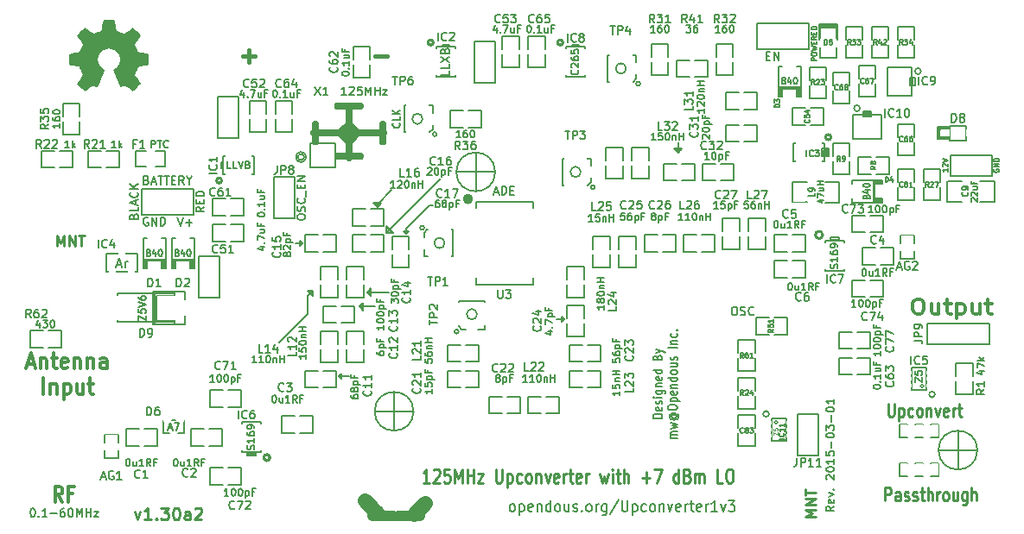
<source format=gto>
G04 (created by PCBNEW (2013-07-07 BZR 4022)-stable) date 9/14/2015 3:55:14 PM*
%MOIN*%
G04 Gerber Fmt 3.4, Leading zero omitted, Abs format*
%FSLAX34Y34*%
G01*
G70*
G90*
G04 APERTURE LIST*
%ADD10C,0.006*%
%ADD11C,0.01*%
%ADD12C,0.055*%
%ADD13C,0.04*%
%ADD14C,0.008*%
%ADD15C,0.0125*%
%ADD16C,0.025*%
%ADD17C,0.012*%
%ADD18C,0.015*%
%ADD19C,0.007*%
%ADD20C,0.005*%
%ADD21C,0.0001*%
%ADD22C,0.02*%
%ADD23C,0.004*%
%ADD24C,0.062*%
%ADD25R,0.03X0.014*%
%ADD26R,0.092X0.092*%
%ADD27C,0.068*%
%ADD28R,0.057X0.042*%
%ADD29C,0.132*%
%ADD30R,0.0414X0.0433*%
%ADD31R,0.0886X0.0433*%
%ADD32R,0.062X0.062*%
%ADD33C,0.057*%
%ADD34R,0.062X0.052*%
%ADD35R,0.028X0.025*%
%ADD36R,0.028X0.018*%
%ADD37R,0.025X0.028*%
%ADD38R,0.018X0.028*%
%ADD39R,0.017748X0.028*%
%ADD40R,0.068X0.068*%
%ADD41R,0.037X0.026*%
%ADD42C,0.054*%
%ADD43R,0.047X0.062*%
%ADD44R,0.0886142X0.0807402*%
%ADD45R,0.052X0.052*%
%ADD46R,0.057X0.057*%
%ADD47R,0.058X0.058*%
%ADD48C,0.058*%
%ADD49R,0.026X0.037*%
%ADD50R,0.0492X0.0729*%
%ADD51C,0.257906*%
%ADD52C,0.222*%
%ADD53C,0.082*%
%ADD54C,0.184*%
%ADD55R,0.026X0.04*%
%ADD56C,0.242*%
%ADD57R,0.027X0.047*%
%ADD58C,0.097*%
%ADD59C,0.092*%
%ADD60R,0.0571X0.0374*%
%ADD61R,0.0571X0.037*%
%ADD62C,0.252*%
%ADD63R,0.0374X0.0571*%
%ADD64R,0.037X0.0571*%
%ADD65R,0.102X0.067*%
%ADD66C,0.066*%
%ADD67C,0.102*%
%ADD68R,0.042X0.057*%
%ADD69R,0.047X0.027*%
%ADD70R,0.0296X0.0374*%
%ADD71R,0.0492X0.0492*%
%ADD72R,0.0335X0.0256*%
%ADD73R,0.0433X0.0414*%
%ADD74R,0.0433X0.0886*%
G04 APERTURE END LIST*
G54D10*
G54D11*
X11504Y-19111D02*
X11504Y-18711D01*
X11638Y-18997D01*
X11771Y-18711D01*
X11771Y-19111D01*
X11961Y-19111D02*
X11961Y-18711D01*
X12190Y-19111D01*
X12190Y-18711D01*
X12323Y-18711D02*
X12552Y-18711D01*
X12438Y-19111D02*
X12438Y-18711D01*
X40761Y-29570D02*
X40361Y-29570D01*
X40647Y-29436D01*
X40361Y-29303D01*
X40761Y-29303D01*
X40761Y-29113D02*
X40361Y-29113D01*
X40761Y-28884D01*
X40361Y-28884D01*
X40361Y-28751D02*
X40361Y-28522D01*
X40761Y-28636D02*
X40361Y-28636D01*
G54D12*
X25250Y-29475D02*
X25700Y-29025D01*
X23850Y-29450D02*
X23350Y-28950D01*
G54D13*
X23650Y-29550D02*
X25500Y-29550D01*
G54D14*
X10544Y-29258D02*
X10575Y-29258D01*
X10605Y-29273D01*
X10621Y-29288D01*
X10636Y-29319D01*
X10651Y-29380D01*
X10651Y-29456D01*
X10636Y-29517D01*
X10621Y-29547D01*
X10605Y-29563D01*
X10575Y-29578D01*
X10544Y-29578D01*
X10514Y-29563D01*
X10499Y-29547D01*
X10484Y-29517D01*
X10468Y-29456D01*
X10468Y-29380D01*
X10484Y-29319D01*
X10499Y-29288D01*
X10514Y-29273D01*
X10544Y-29258D01*
X10788Y-29547D02*
X10804Y-29563D01*
X10788Y-29578D01*
X10773Y-29563D01*
X10788Y-29547D01*
X10788Y-29578D01*
X11108Y-29578D02*
X10925Y-29578D01*
X11017Y-29578D02*
X11017Y-29258D01*
X10986Y-29304D01*
X10956Y-29334D01*
X10925Y-29349D01*
X11245Y-29456D02*
X11489Y-29456D01*
X11779Y-29258D02*
X11718Y-29258D01*
X11687Y-29273D01*
X11672Y-29288D01*
X11642Y-29334D01*
X11626Y-29395D01*
X11626Y-29517D01*
X11642Y-29547D01*
X11657Y-29563D01*
X11687Y-29578D01*
X11748Y-29578D01*
X11779Y-29563D01*
X11794Y-29547D01*
X11809Y-29517D01*
X11809Y-29441D01*
X11794Y-29410D01*
X11779Y-29395D01*
X11748Y-29380D01*
X11687Y-29380D01*
X11657Y-29395D01*
X11642Y-29410D01*
X11626Y-29441D01*
X12007Y-29258D02*
X12038Y-29258D01*
X12068Y-29273D01*
X12084Y-29288D01*
X12099Y-29319D01*
X12114Y-29380D01*
X12114Y-29456D01*
X12099Y-29517D01*
X12084Y-29547D01*
X12068Y-29563D01*
X12038Y-29578D01*
X12007Y-29578D01*
X11977Y-29563D01*
X11962Y-29547D01*
X11946Y-29517D01*
X11931Y-29456D01*
X11931Y-29380D01*
X11946Y-29319D01*
X11962Y-29288D01*
X11977Y-29273D01*
X12007Y-29258D01*
X12251Y-29578D02*
X12251Y-29258D01*
X12358Y-29486D01*
X12464Y-29258D01*
X12464Y-29578D01*
X12617Y-29578D02*
X12617Y-29258D01*
X12617Y-29410D02*
X12800Y-29410D01*
X12800Y-29578D02*
X12800Y-29258D01*
X12922Y-29365D02*
X13089Y-29365D01*
X12922Y-29578D01*
X13089Y-29578D01*
G54D15*
X11712Y-29002D02*
X11545Y-28716D01*
X11426Y-29002D02*
X11426Y-28402D01*
X11616Y-28402D01*
X11664Y-28431D01*
X11688Y-28459D01*
X11712Y-28516D01*
X11712Y-28602D01*
X11688Y-28659D01*
X11664Y-28688D01*
X11616Y-28716D01*
X11426Y-28716D01*
X12093Y-28688D02*
X11926Y-28688D01*
X11926Y-29002D02*
X11926Y-28402D01*
X12164Y-28402D01*
G54D16*
X21450Y-14400D02*
X21450Y-15100D01*
X23200Y-15650D02*
X22300Y-15650D01*
X24050Y-14400D02*
X24050Y-15100D01*
X22300Y-13700D02*
X23200Y-13700D01*
X22750Y-15100D02*
X22400Y-14750D01*
X23100Y-14750D02*
X22750Y-15100D01*
X22750Y-14400D02*
X23100Y-14750D01*
X22400Y-14750D02*
X22300Y-14750D01*
X22750Y-14400D02*
X22400Y-14750D01*
X21400Y-14750D02*
X24100Y-14750D01*
X22750Y-13800D02*
X22750Y-15700D01*
G54D11*
X25860Y-28268D02*
X25620Y-28268D01*
X25740Y-28268D02*
X25740Y-27728D01*
X25700Y-27805D01*
X25660Y-27857D01*
X25620Y-27882D01*
X26020Y-27780D02*
X26040Y-27754D01*
X26080Y-27728D01*
X26180Y-27728D01*
X26220Y-27754D01*
X26240Y-27780D01*
X26260Y-27831D01*
X26260Y-27882D01*
X26240Y-27960D01*
X26000Y-28268D01*
X26260Y-28268D01*
X26640Y-27728D02*
X26440Y-27728D01*
X26420Y-27985D01*
X26440Y-27960D01*
X26480Y-27934D01*
X26580Y-27934D01*
X26620Y-27960D01*
X26640Y-27985D01*
X26660Y-28037D01*
X26660Y-28165D01*
X26640Y-28217D01*
X26620Y-28242D01*
X26580Y-28268D01*
X26480Y-28268D01*
X26440Y-28242D01*
X26420Y-28217D01*
X26840Y-28268D02*
X26840Y-27728D01*
X26980Y-28114D01*
X27120Y-27728D01*
X27120Y-28268D01*
X27320Y-28268D02*
X27320Y-27728D01*
X27320Y-27985D02*
X27560Y-27985D01*
X27560Y-28268D02*
X27560Y-27728D01*
X27720Y-27908D02*
X27940Y-27908D01*
X27720Y-28268D01*
X27940Y-28268D01*
X28420Y-27728D02*
X28420Y-28165D01*
X28440Y-28217D01*
X28460Y-28242D01*
X28500Y-28268D01*
X28580Y-28268D01*
X28620Y-28242D01*
X28640Y-28217D01*
X28660Y-28165D01*
X28660Y-27728D01*
X28860Y-27908D02*
X28860Y-28448D01*
X28860Y-27934D02*
X28900Y-27908D01*
X28980Y-27908D01*
X29020Y-27934D01*
X29040Y-27960D01*
X29060Y-28011D01*
X29060Y-28165D01*
X29040Y-28217D01*
X29020Y-28242D01*
X28980Y-28268D01*
X28900Y-28268D01*
X28860Y-28242D01*
X29420Y-28242D02*
X29380Y-28268D01*
X29300Y-28268D01*
X29260Y-28242D01*
X29240Y-28217D01*
X29220Y-28165D01*
X29220Y-28011D01*
X29240Y-27960D01*
X29260Y-27934D01*
X29300Y-27908D01*
X29380Y-27908D01*
X29420Y-27934D01*
X29660Y-28268D02*
X29620Y-28242D01*
X29600Y-28217D01*
X29580Y-28165D01*
X29580Y-28011D01*
X29600Y-27960D01*
X29620Y-27934D01*
X29660Y-27908D01*
X29720Y-27908D01*
X29760Y-27934D01*
X29780Y-27960D01*
X29800Y-28011D01*
X29800Y-28165D01*
X29780Y-28217D01*
X29760Y-28242D01*
X29720Y-28268D01*
X29660Y-28268D01*
X29980Y-27908D02*
X29980Y-28268D01*
X29980Y-27960D02*
X30000Y-27934D01*
X30040Y-27908D01*
X30100Y-27908D01*
X30140Y-27934D01*
X30160Y-27985D01*
X30160Y-28268D01*
X30320Y-27908D02*
X30420Y-28268D01*
X30520Y-27908D01*
X30840Y-28242D02*
X30800Y-28268D01*
X30720Y-28268D01*
X30680Y-28242D01*
X30660Y-28191D01*
X30660Y-27985D01*
X30680Y-27934D01*
X30720Y-27908D01*
X30800Y-27908D01*
X30840Y-27934D01*
X30860Y-27985D01*
X30860Y-28037D01*
X30660Y-28088D01*
X31040Y-28268D02*
X31040Y-27908D01*
X31040Y-28011D02*
X31060Y-27960D01*
X31080Y-27934D01*
X31120Y-27908D01*
X31160Y-27908D01*
X31240Y-27908D02*
X31400Y-27908D01*
X31300Y-27728D02*
X31300Y-28191D01*
X31320Y-28242D01*
X31360Y-28268D01*
X31400Y-28268D01*
X31700Y-28242D02*
X31660Y-28268D01*
X31580Y-28268D01*
X31540Y-28242D01*
X31520Y-28191D01*
X31520Y-27985D01*
X31540Y-27934D01*
X31580Y-27908D01*
X31660Y-27908D01*
X31700Y-27934D01*
X31720Y-27985D01*
X31720Y-28037D01*
X31520Y-28088D01*
X31900Y-28268D02*
X31900Y-27908D01*
X31900Y-28011D02*
X31920Y-27960D01*
X31940Y-27934D01*
X31980Y-27908D01*
X32020Y-27908D01*
X32440Y-27908D02*
X32520Y-28268D01*
X32600Y-28011D01*
X32680Y-28268D01*
X32760Y-27908D01*
X32920Y-28268D02*
X32920Y-27908D01*
X32920Y-27728D02*
X32900Y-27754D01*
X32920Y-27780D01*
X32940Y-27754D01*
X32920Y-27728D01*
X32920Y-27780D01*
X33060Y-27908D02*
X33220Y-27908D01*
X33120Y-27728D02*
X33120Y-28191D01*
X33140Y-28242D01*
X33180Y-28268D01*
X33220Y-28268D01*
X33360Y-28268D02*
X33360Y-27728D01*
X33540Y-28268D02*
X33540Y-27985D01*
X33520Y-27934D01*
X33480Y-27908D01*
X33420Y-27908D01*
X33380Y-27934D01*
X33360Y-27960D01*
X34060Y-28062D02*
X34380Y-28062D01*
X34220Y-28268D02*
X34220Y-27857D01*
X34540Y-27728D02*
X34820Y-27728D01*
X34640Y-28268D01*
X35480Y-28268D02*
X35480Y-27728D01*
X35480Y-28242D02*
X35440Y-28268D01*
X35360Y-28268D01*
X35320Y-28242D01*
X35300Y-28217D01*
X35280Y-28165D01*
X35280Y-28011D01*
X35300Y-27960D01*
X35320Y-27934D01*
X35360Y-27908D01*
X35440Y-27908D01*
X35480Y-27934D01*
X35820Y-27985D02*
X35880Y-28011D01*
X35900Y-28037D01*
X35920Y-28088D01*
X35920Y-28165D01*
X35900Y-28217D01*
X35880Y-28242D01*
X35840Y-28268D01*
X35680Y-28268D01*
X35680Y-27728D01*
X35820Y-27728D01*
X35860Y-27754D01*
X35880Y-27780D01*
X35900Y-27831D01*
X35900Y-27882D01*
X35880Y-27934D01*
X35860Y-27960D01*
X35820Y-27985D01*
X35680Y-27985D01*
X36100Y-28268D02*
X36100Y-27908D01*
X36100Y-27960D02*
X36120Y-27934D01*
X36160Y-27908D01*
X36220Y-27908D01*
X36260Y-27934D01*
X36280Y-27985D01*
X36280Y-28268D01*
X36280Y-27985D02*
X36300Y-27934D01*
X36340Y-27908D01*
X36400Y-27908D01*
X36440Y-27934D01*
X36460Y-27985D01*
X36460Y-28268D01*
X37180Y-28268D02*
X36980Y-28268D01*
X36980Y-27728D01*
X37400Y-27728D02*
X37480Y-27728D01*
X37520Y-27754D01*
X37560Y-27805D01*
X37580Y-27908D01*
X37580Y-28088D01*
X37560Y-28191D01*
X37520Y-28242D01*
X37480Y-28268D01*
X37400Y-28268D01*
X37360Y-28242D01*
X37320Y-28191D01*
X37300Y-28088D01*
X37300Y-27908D01*
X37320Y-27805D01*
X37360Y-27754D01*
X37400Y-27728D01*
X14496Y-29379D02*
X14606Y-29686D01*
X14715Y-29379D01*
X15131Y-29686D02*
X14869Y-29686D01*
X15000Y-29686D02*
X15000Y-29226D01*
X14956Y-29291D01*
X14912Y-29335D01*
X14869Y-29357D01*
X15329Y-29642D02*
X15350Y-29664D01*
X15329Y-29686D01*
X15307Y-29664D01*
X15329Y-29642D01*
X15329Y-29686D01*
X15504Y-29226D02*
X15789Y-29226D01*
X15635Y-29401D01*
X15701Y-29401D01*
X15745Y-29423D01*
X15767Y-29445D01*
X15789Y-29489D01*
X15789Y-29598D01*
X15767Y-29642D01*
X15745Y-29664D01*
X15701Y-29686D01*
X15570Y-29686D01*
X15526Y-29664D01*
X15504Y-29642D01*
X16073Y-29226D02*
X16117Y-29226D01*
X16161Y-29248D01*
X16183Y-29270D01*
X16205Y-29313D01*
X16227Y-29401D01*
X16227Y-29510D01*
X16205Y-29598D01*
X16183Y-29642D01*
X16161Y-29664D01*
X16117Y-29686D01*
X16073Y-29686D01*
X16030Y-29664D01*
X16008Y-29642D01*
X15986Y-29598D01*
X15964Y-29510D01*
X15964Y-29401D01*
X15986Y-29313D01*
X16008Y-29270D01*
X16030Y-29248D01*
X16073Y-29226D01*
X16621Y-29686D02*
X16621Y-29445D01*
X16599Y-29401D01*
X16555Y-29379D01*
X16468Y-29379D01*
X16424Y-29401D01*
X16621Y-29664D02*
X16577Y-29686D01*
X16468Y-29686D01*
X16424Y-29664D01*
X16402Y-29620D01*
X16402Y-29576D01*
X16424Y-29532D01*
X16468Y-29510D01*
X16577Y-29510D01*
X16621Y-29489D01*
X16818Y-29270D02*
X16840Y-29248D01*
X16884Y-29226D01*
X16993Y-29226D01*
X17037Y-29248D01*
X17059Y-29270D01*
X17081Y-29313D01*
X17081Y-29357D01*
X17059Y-29423D01*
X16796Y-29686D01*
X17081Y-29686D01*
G54D17*
X10353Y-23673D02*
X10620Y-23673D01*
X10300Y-23850D02*
X10486Y-23230D01*
X10673Y-23850D01*
X10860Y-23437D02*
X10860Y-23850D01*
X10860Y-23496D02*
X10886Y-23467D01*
X10940Y-23437D01*
X11020Y-23437D01*
X11073Y-23467D01*
X11100Y-23526D01*
X11100Y-23850D01*
X11286Y-23437D02*
X11500Y-23437D01*
X11366Y-23230D02*
X11366Y-23762D01*
X11393Y-23821D01*
X11446Y-23850D01*
X11500Y-23850D01*
X11900Y-23821D02*
X11846Y-23850D01*
X11740Y-23850D01*
X11686Y-23821D01*
X11660Y-23762D01*
X11660Y-23526D01*
X11686Y-23467D01*
X11740Y-23437D01*
X11846Y-23437D01*
X11900Y-23467D01*
X11926Y-23526D01*
X11926Y-23585D01*
X11660Y-23644D01*
X12166Y-23437D02*
X12166Y-23850D01*
X12166Y-23496D02*
X12193Y-23467D01*
X12246Y-23437D01*
X12326Y-23437D01*
X12380Y-23467D01*
X12406Y-23526D01*
X12406Y-23850D01*
X12673Y-23437D02*
X12673Y-23850D01*
X12673Y-23496D02*
X12700Y-23467D01*
X12753Y-23437D01*
X12833Y-23437D01*
X12886Y-23467D01*
X12913Y-23526D01*
X12913Y-23850D01*
X13420Y-23850D02*
X13420Y-23526D01*
X13393Y-23467D01*
X13340Y-23437D01*
X13233Y-23437D01*
X13180Y-23467D01*
X13420Y-23821D02*
X13366Y-23850D01*
X13233Y-23850D01*
X13180Y-23821D01*
X13153Y-23762D01*
X13153Y-23703D01*
X13180Y-23644D01*
X13233Y-23614D01*
X13366Y-23614D01*
X13420Y-23585D01*
X10980Y-24838D02*
X10980Y-24218D01*
X11246Y-24425D02*
X11246Y-24838D01*
X11246Y-24484D02*
X11273Y-24455D01*
X11326Y-24425D01*
X11406Y-24425D01*
X11460Y-24455D01*
X11486Y-24514D01*
X11486Y-24838D01*
X11753Y-24425D02*
X11753Y-25045D01*
X11753Y-24455D02*
X11806Y-24425D01*
X11913Y-24425D01*
X11966Y-24455D01*
X11993Y-24484D01*
X12020Y-24543D01*
X12020Y-24720D01*
X11993Y-24779D01*
X11966Y-24809D01*
X11913Y-24838D01*
X11806Y-24838D01*
X11753Y-24809D01*
X12500Y-24425D02*
X12500Y-24838D01*
X12260Y-24425D02*
X12260Y-24750D01*
X12286Y-24809D01*
X12340Y-24838D01*
X12420Y-24838D01*
X12473Y-24809D01*
X12500Y-24779D01*
X12686Y-24425D02*
X12899Y-24425D01*
X12766Y-24218D02*
X12766Y-24750D01*
X12793Y-24809D01*
X12846Y-24838D01*
X12899Y-24838D01*
G54D18*
X23771Y-11764D02*
X24228Y-11764D01*
X18671Y-11764D02*
X19128Y-11764D01*
X18900Y-11992D02*
X18900Y-11535D01*
G54D14*
X25250Y-25500D02*
G75*
G03X25250Y-25500I-750J0D01*
G74*
G01*
X24500Y-24750D02*
X24500Y-26250D01*
X23750Y-25500D02*
X25250Y-25500D01*
X20100Y-22800D02*
X20050Y-22850D01*
X30950Y-22050D02*
X30950Y-21850D01*
X31050Y-21950D02*
X30950Y-22050D01*
X31050Y-21950D02*
X30950Y-21850D01*
X30750Y-21950D02*
X31050Y-21950D01*
X35550Y-15400D02*
X35400Y-15400D01*
X35600Y-15350D02*
X35450Y-15500D01*
X35300Y-15350D02*
X35600Y-15350D01*
X35450Y-15500D02*
X35300Y-15350D01*
X35450Y-15100D02*
X35450Y-15500D01*
X20850Y-19100D02*
X20950Y-19000D01*
X20850Y-18900D02*
X20850Y-19100D01*
X20950Y-19000D02*
X20850Y-18900D01*
X20700Y-19000D02*
X20950Y-19000D01*
X24000Y-17450D02*
X23850Y-17600D01*
X23700Y-17450D02*
X24000Y-17450D01*
X23850Y-17600D02*
X23700Y-17450D01*
X23850Y-17500D02*
X24400Y-16950D01*
X21250Y-20900D02*
X21250Y-20850D01*
X21350Y-21000D02*
X21250Y-20900D01*
X21150Y-20850D02*
X21350Y-21050D01*
X21350Y-20850D02*
X21350Y-21050D01*
X21350Y-20850D02*
X21150Y-20850D01*
X21150Y-21050D02*
X21350Y-20850D01*
X21150Y-21750D02*
X21150Y-21050D01*
X20100Y-22800D02*
X21150Y-21750D01*
X22450Y-24250D02*
X22350Y-24150D01*
X22450Y-24050D02*
X22450Y-24250D01*
X22350Y-24150D02*
X22450Y-24050D01*
X22750Y-24150D02*
X22350Y-24150D01*
X23250Y-21350D02*
X23250Y-21500D01*
X23150Y-21450D02*
X23300Y-21600D01*
X23300Y-21300D02*
X23300Y-21600D01*
X23150Y-21450D02*
X23300Y-21300D01*
X23750Y-21450D02*
X23150Y-21450D01*
X23550Y-21000D02*
X23550Y-20850D01*
X23600Y-20750D02*
X23600Y-21050D01*
X23450Y-20900D02*
X23600Y-20750D01*
X23450Y-20900D02*
X23600Y-21050D01*
X24300Y-20900D02*
X23450Y-20900D01*
X23950Y-17500D02*
X23850Y-17600D01*
X23750Y-17500D02*
X23950Y-17500D01*
X23850Y-17600D02*
X23750Y-17500D01*
X23850Y-17500D02*
X23850Y-17600D01*
X24250Y-18450D02*
X24350Y-18550D01*
X24450Y-18600D02*
X24200Y-18350D01*
X24200Y-18600D02*
X24450Y-18600D01*
X24200Y-18600D02*
X24200Y-18350D01*
X25900Y-17550D02*
X26000Y-17550D01*
X26250Y-16550D02*
X26250Y-16500D01*
X24200Y-18600D02*
X26250Y-16550D01*
X25050Y-18550D02*
X24850Y-18550D01*
X24950Y-18650D02*
X25050Y-18550D01*
X24850Y-18550D02*
X24950Y-18650D01*
X24950Y-18450D02*
X24950Y-18650D01*
X25850Y-17550D02*
X25900Y-17550D01*
X24950Y-18450D02*
X25850Y-17550D01*
G54D11*
X43447Y-28952D02*
X43447Y-28452D01*
X43600Y-28452D01*
X43638Y-28476D01*
X43657Y-28500D01*
X43676Y-28547D01*
X43676Y-28619D01*
X43657Y-28666D01*
X43638Y-28690D01*
X43600Y-28714D01*
X43447Y-28714D01*
X44019Y-28952D02*
X44019Y-28690D01*
X44000Y-28642D01*
X43961Y-28619D01*
X43885Y-28619D01*
X43847Y-28642D01*
X44019Y-28928D02*
X43980Y-28952D01*
X43885Y-28952D01*
X43847Y-28928D01*
X43828Y-28880D01*
X43828Y-28833D01*
X43847Y-28785D01*
X43885Y-28761D01*
X43980Y-28761D01*
X44019Y-28738D01*
X44190Y-28928D02*
X44228Y-28952D01*
X44304Y-28952D01*
X44342Y-28928D01*
X44361Y-28880D01*
X44361Y-28857D01*
X44342Y-28809D01*
X44304Y-28785D01*
X44247Y-28785D01*
X44209Y-28761D01*
X44190Y-28714D01*
X44190Y-28690D01*
X44209Y-28642D01*
X44247Y-28619D01*
X44304Y-28619D01*
X44342Y-28642D01*
X44514Y-28928D02*
X44552Y-28952D01*
X44628Y-28952D01*
X44666Y-28928D01*
X44685Y-28880D01*
X44685Y-28857D01*
X44666Y-28809D01*
X44628Y-28785D01*
X44571Y-28785D01*
X44533Y-28761D01*
X44514Y-28714D01*
X44514Y-28690D01*
X44533Y-28642D01*
X44571Y-28619D01*
X44628Y-28619D01*
X44666Y-28642D01*
X44800Y-28619D02*
X44952Y-28619D01*
X44857Y-28452D02*
X44857Y-28880D01*
X44876Y-28928D01*
X44914Y-28952D01*
X44952Y-28952D01*
X45085Y-28952D02*
X45085Y-28452D01*
X45257Y-28952D02*
X45257Y-28690D01*
X45238Y-28642D01*
X45200Y-28619D01*
X45142Y-28619D01*
X45104Y-28642D01*
X45085Y-28666D01*
X45447Y-28952D02*
X45447Y-28619D01*
X45447Y-28714D02*
X45466Y-28666D01*
X45485Y-28642D01*
X45523Y-28619D01*
X45561Y-28619D01*
X45752Y-28952D02*
X45714Y-28928D01*
X45695Y-28904D01*
X45676Y-28857D01*
X45676Y-28714D01*
X45695Y-28666D01*
X45714Y-28642D01*
X45752Y-28619D01*
X45809Y-28619D01*
X45847Y-28642D01*
X45866Y-28666D01*
X45885Y-28714D01*
X45885Y-28857D01*
X45866Y-28904D01*
X45847Y-28928D01*
X45809Y-28952D01*
X45752Y-28952D01*
X46228Y-28619D02*
X46228Y-28952D01*
X46057Y-28619D02*
X46057Y-28880D01*
X46076Y-28928D01*
X46114Y-28952D01*
X46171Y-28952D01*
X46209Y-28928D01*
X46228Y-28904D01*
X46590Y-28619D02*
X46590Y-29023D01*
X46571Y-29071D01*
X46552Y-29095D01*
X46514Y-29119D01*
X46457Y-29119D01*
X46419Y-29095D01*
X46590Y-28928D02*
X46552Y-28952D01*
X46476Y-28952D01*
X46438Y-28928D01*
X46419Y-28904D01*
X46400Y-28857D01*
X46400Y-28714D01*
X46419Y-28666D01*
X46438Y-28642D01*
X46476Y-28619D01*
X46552Y-28619D01*
X46590Y-28642D01*
X46780Y-28952D02*
X46780Y-28452D01*
X46952Y-28952D02*
X46952Y-28690D01*
X46933Y-28642D01*
X46895Y-28619D01*
X46838Y-28619D01*
X46800Y-28642D01*
X46780Y-28666D01*
X43559Y-25202D02*
X43559Y-25607D01*
X43578Y-25654D01*
X43597Y-25678D01*
X43635Y-25702D01*
X43711Y-25702D01*
X43750Y-25678D01*
X43769Y-25654D01*
X43788Y-25607D01*
X43788Y-25202D01*
X43978Y-25369D02*
X43978Y-25869D01*
X43978Y-25392D02*
X44016Y-25369D01*
X44092Y-25369D01*
X44130Y-25392D01*
X44150Y-25416D01*
X44169Y-25464D01*
X44169Y-25607D01*
X44150Y-25654D01*
X44130Y-25678D01*
X44092Y-25702D01*
X44016Y-25702D01*
X43978Y-25678D01*
X44511Y-25678D02*
X44473Y-25702D01*
X44397Y-25702D01*
X44359Y-25678D01*
X44340Y-25654D01*
X44321Y-25607D01*
X44321Y-25464D01*
X44340Y-25416D01*
X44359Y-25392D01*
X44397Y-25369D01*
X44473Y-25369D01*
X44511Y-25392D01*
X44740Y-25702D02*
X44702Y-25678D01*
X44683Y-25654D01*
X44664Y-25607D01*
X44664Y-25464D01*
X44683Y-25416D01*
X44702Y-25392D01*
X44740Y-25369D01*
X44797Y-25369D01*
X44835Y-25392D01*
X44854Y-25416D01*
X44873Y-25464D01*
X44873Y-25607D01*
X44854Y-25654D01*
X44835Y-25678D01*
X44797Y-25702D01*
X44740Y-25702D01*
X45045Y-25369D02*
X45045Y-25702D01*
X45045Y-25416D02*
X45064Y-25392D01*
X45102Y-25369D01*
X45159Y-25369D01*
X45197Y-25392D01*
X45216Y-25440D01*
X45216Y-25702D01*
X45369Y-25369D02*
X45464Y-25702D01*
X45559Y-25369D01*
X45864Y-25678D02*
X45826Y-25702D01*
X45750Y-25702D01*
X45711Y-25678D01*
X45692Y-25630D01*
X45692Y-25440D01*
X45711Y-25392D01*
X45750Y-25369D01*
X45826Y-25369D01*
X45864Y-25392D01*
X45883Y-25440D01*
X45883Y-25488D01*
X45692Y-25535D01*
X46054Y-25702D02*
X46054Y-25369D01*
X46054Y-25464D02*
X46073Y-25416D01*
X46092Y-25392D01*
X46130Y-25369D01*
X46169Y-25369D01*
X46245Y-25369D02*
X46397Y-25369D01*
X46302Y-25202D02*
X46302Y-25630D01*
X46321Y-25678D01*
X46359Y-25702D01*
X46397Y-25702D01*
G54D17*
X44664Y-21166D02*
X44789Y-21166D01*
X44852Y-21193D01*
X44915Y-21246D01*
X44947Y-21353D01*
X44947Y-21540D01*
X44915Y-21646D01*
X44852Y-21700D01*
X44789Y-21726D01*
X44664Y-21726D01*
X44601Y-21700D01*
X44538Y-21646D01*
X44507Y-21540D01*
X44507Y-21353D01*
X44538Y-21246D01*
X44601Y-21193D01*
X44664Y-21166D01*
X45512Y-21353D02*
X45512Y-21726D01*
X45230Y-21353D02*
X45230Y-21646D01*
X45261Y-21700D01*
X45324Y-21726D01*
X45418Y-21726D01*
X45481Y-21700D01*
X45512Y-21673D01*
X45732Y-21353D02*
X45984Y-21353D01*
X45827Y-21166D02*
X45827Y-21646D01*
X45858Y-21700D01*
X45921Y-21726D01*
X45984Y-21726D01*
X46204Y-21353D02*
X46204Y-21913D01*
X46204Y-21380D02*
X46267Y-21353D01*
X46392Y-21353D01*
X46455Y-21380D01*
X46487Y-21406D01*
X46518Y-21460D01*
X46518Y-21620D01*
X46487Y-21673D01*
X46455Y-21700D01*
X46392Y-21726D01*
X46267Y-21726D01*
X46204Y-21700D01*
X47084Y-21353D02*
X47084Y-21726D01*
X46801Y-21353D02*
X46801Y-21646D01*
X46832Y-21700D01*
X46895Y-21726D01*
X46990Y-21726D01*
X47052Y-21700D01*
X47084Y-21673D01*
X47304Y-21353D02*
X47555Y-21353D01*
X47398Y-21166D02*
X47398Y-21646D01*
X47430Y-21700D01*
X47492Y-21726D01*
X47555Y-21726D01*
G54D14*
X47000Y-27000D02*
G75*
G03X47000Y-27000I-750J0D01*
G74*
G01*
X46250Y-26250D02*
X46250Y-27750D01*
X45500Y-27000D02*
X47000Y-27000D01*
X26900Y-16250D02*
X28400Y-16250D01*
X27650Y-15500D02*
X27650Y-17000D01*
X28400Y-16250D02*
G75*
G03X28400Y-16250I-750J0D01*
G74*
G01*
X41479Y-29173D02*
X41327Y-29279D01*
X41479Y-29356D02*
X41159Y-29356D01*
X41159Y-29234D01*
X41174Y-29203D01*
X41190Y-29188D01*
X41220Y-29173D01*
X41266Y-29173D01*
X41296Y-29188D01*
X41311Y-29203D01*
X41327Y-29234D01*
X41327Y-29356D01*
X41464Y-28914D02*
X41479Y-28944D01*
X41479Y-29005D01*
X41464Y-29036D01*
X41433Y-29051D01*
X41311Y-29051D01*
X41281Y-29036D01*
X41266Y-29005D01*
X41266Y-28944D01*
X41281Y-28914D01*
X41311Y-28899D01*
X41342Y-28899D01*
X41372Y-29051D01*
X41266Y-28792D02*
X41479Y-28716D01*
X41266Y-28639D01*
X41449Y-28518D02*
X41464Y-28502D01*
X41479Y-28518D01*
X41464Y-28533D01*
X41449Y-28518D01*
X41479Y-28518D01*
X41190Y-28137D02*
X41174Y-28121D01*
X41159Y-28091D01*
X41159Y-28015D01*
X41174Y-27984D01*
X41190Y-27969D01*
X41220Y-27954D01*
X41250Y-27954D01*
X41296Y-27969D01*
X41479Y-28152D01*
X41479Y-27954D01*
X41159Y-27756D02*
X41159Y-27725D01*
X41174Y-27695D01*
X41190Y-27679D01*
X41220Y-27664D01*
X41281Y-27649D01*
X41357Y-27649D01*
X41418Y-27664D01*
X41449Y-27679D01*
X41464Y-27695D01*
X41479Y-27725D01*
X41479Y-27756D01*
X41464Y-27786D01*
X41449Y-27801D01*
X41418Y-27817D01*
X41357Y-27832D01*
X41281Y-27832D01*
X41220Y-27817D01*
X41190Y-27801D01*
X41174Y-27786D01*
X41159Y-27756D01*
X41479Y-27344D02*
X41479Y-27527D01*
X41479Y-27436D02*
X41159Y-27436D01*
X41205Y-27466D01*
X41235Y-27497D01*
X41250Y-27527D01*
X41159Y-27055D02*
X41159Y-27207D01*
X41311Y-27222D01*
X41296Y-27207D01*
X41281Y-27177D01*
X41281Y-27100D01*
X41296Y-27070D01*
X41311Y-27055D01*
X41342Y-27040D01*
X41418Y-27040D01*
X41449Y-27055D01*
X41464Y-27070D01*
X41479Y-27100D01*
X41479Y-27177D01*
X41464Y-27207D01*
X41449Y-27222D01*
X41357Y-26902D02*
X41357Y-26659D01*
X41159Y-26445D02*
X41159Y-26415D01*
X41174Y-26384D01*
X41190Y-26369D01*
X41220Y-26354D01*
X41281Y-26339D01*
X41357Y-26339D01*
X41418Y-26354D01*
X41449Y-26369D01*
X41464Y-26384D01*
X41479Y-26415D01*
X41479Y-26445D01*
X41464Y-26476D01*
X41449Y-26491D01*
X41418Y-26506D01*
X41357Y-26521D01*
X41281Y-26521D01*
X41220Y-26506D01*
X41190Y-26491D01*
X41174Y-26476D01*
X41159Y-26445D01*
X41159Y-26232D02*
X41159Y-26034D01*
X41281Y-26140D01*
X41281Y-26095D01*
X41296Y-26064D01*
X41311Y-26049D01*
X41342Y-26034D01*
X41418Y-26034D01*
X41449Y-26049D01*
X41464Y-26064D01*
X41479Y-26095D01*
X41479Y-26186D01*
X41464Y-26217D01*
X41449Y-26232D01*
X41357Y-25897D02*
X41357Y-25653D01*
X41159Y-25440D02*
X41159Y-25409D01*
X41174Y-25379D01*
X41190Y-25363D01*
X41220Y-25348D01*
X41281Y-25333D01*
X41357Y-25333D01*
X41418Y-25348D01*
X41449Y-25363D01*
X41464Y-25379D01*
X41479Y-25409D01*
X41479Y-25440D01*
X41464Y-25470D01*
X41449Y-25485D01*
X41418Y-25500D01*
X41357Y-25516D01*
X41281Y-25516D01*
X41220Y-25500D01*
X41190Y-25485D01*
X41174Y-25470D01*
X41159Y-25440D01*
X41479Y-25028D02*
X41479Y-25211D01*
X41479Y-25120D02*
X41159Y-25120D01*
X41205Y-25150D01*
X41235Y-25180D01*
X41250Y-25211D01*
X29037Y-29378D02*
X29000Y-29357D01*
X28982Y-29336D01*
X28963Y-29294D01*
X28963Y-29168D01*
X28982Y-29126D01*
X29000Y-29105D01*
X29037Y-29084D01*
X29093Y-29084D01*
X29130Y-29105D01*
X29149Y-29126D01*
X29167Y-29168D01*
X29167Y-29294D01*
X29149Y-29336D01*
X29130Y-29357D01*
X29093Y-29378D01*
X29037Y-29378D01*
X29335Y-29084D02*
X29335Y-29524D01*
X29335Y-29105D02*
X29372Y-29084D01*
X29446Y-29084D01*
X29483Y-29105D01*
X29502Y-29126D01*
X29520Y-29168D01*
X29520Y-29294D01*
X29502Y-29336D01*
X29483Y-29357D01*
X29446Y-29378D01*
X29372Y-29378D01*
X29335Y-29357D01*
X29836Y-29357D02*
X29799Y-29378D01*
X29725Y-29378D01*
X29687Y-29357D01*
X29669Y-29315D01*
X29669Y-29147D01*
X29687Y-29105D01*
X29725Y-29084D01*
X29799Y-29084D01*
X29836Y-29105D01*
X29855Y-29147D01*
X29855Y-29189D01*
X29669Y-29231D01*
X30022Y-29084D02*
X30022Y-29378D01*
X30022Y-29126D02*
X30040Y-29105D01*
X30077Y-29084D01*
X30133Y-29084D01*
X30170Y-29105D01*
X30189Y-29147D01*
X30189Y-29378D01*
X30542Y-29378D02*
X30542Y-28938D01*
X30542Y-29357D02*
X30505Y-29378D01*
X30430Y-29378D01*
X30393Y-29357D01*
X30375Y-29336D01*
X30356Y-29294D01*
X30356Y-29168D01*
X30375Y-29126D01*
X30393Y-29105D01*
X30430Y-29084D01*
X30505Y-29084D01*
X30542Y-29105D01*
X30783Y-29378D02*
X30746Y-29357D01*
X30727Y-29336D01*
X30709Y-29294D01*
X30709Y-29168D01*
X30727Y-29126D01*
X30746Y-29105D01*
X30783Y-29084D01*
X30839Y-29084D01*
X30876Y-29105D01*
X30895Y-29126D01*
X30913Y-29168D01*
X30913Y-29294D01*
X30895Y-29336D01*
X30876Y-29357D01*
X30839Y-29378D01*
X30783Y-29378D01*
X31247Y-29084D02*
X31247Y-29378D01*
X31080Y-29084D02*
X31080Y-29315D01*
X31099Y-29357D01*
X31136Y-29378D01*
X31192Y-29378D01*
X31229Y-29357D01*
X31247Y-29336D01*
X31415Y-29357D02*
X31452Y-29378D01*
X31526Y-29378D01*
X31563Y-29357D01*
X31582Y-29315D01*
X31582Y-29294D01*
X31563Y-29252D01*
X31526Y-29231D01*
X31470Y-29231D01*
X31433Y-29210D01*
X31415Y-29168D01*
X31415Y-29147D01*
X31433Y-29105D01*
X31470Y-29084D01*
X31526Y-29084D01*
X31563Y-29105D01*
X31749Y-29336D02*
X31767Y-29357D01*
X31749Y-29378D01*
X31730Y-29357D01*
X31749Y-29336D01*
X31749Y-29378D01*
X31990Y-29378D02*
X31953Y-29357D01*
X31934Y-29336D01*
X31916Y-29294D01*
X31916Y-29168D01*
X31934Y-29126D01*
X31953Y-29105D01*
X31990Y-29084D01*
X32046Y-29084D01*
X32083Y-29105D01*
X32102Y-29126D01*
X32120Y-29168D01*
X32120Y-29294D01*
X32102Y-29336D01*
X32083Y-29357D01*
X32046Y-29378D01*
X31990Y-29378D01*
X32287Y-29378D02*
X32287Y-29084D01*
X32287Y-29168D02*
X32306Y-29126D01*
X32324Y-29105D01*
X32362Y-29084D01*
X32399Y-29084D01*
X32696Y-29084D02*
X32696Y-29440D01*
X32677Y-29482D01*
X32659Y-29503D01*
X32622Y-29524D01*
X32566Y-29524D01*
X32529Y-29503D01*
X32696Y-29357D02*
X32659Y-29378D01*
X32584Y-29378D01*
X32547Y-29357D01*
X32529Y-29336D01*
X32510Y-29294D01*
X32510Y-29168D01*
X32529Y-29126D01*
X32547Y-29105D01*
X32584Y-29084D01*
X32659Y-29084D01*
X32696Y-29105D01*
X33160Y-28917D02*
X32826Y-29482D01*
X33290Y-28938D02*
X33290Y-29294D01*
X33309Y-29336D01*
X33327Y-29357D01*
X33364Y-29378D01*
X33439Y-29378D01*
X33476Y-29357D01*
X33494Y-29336D01*
X33513Y-29294D01*
X33513Y-28938D01*
X33699Y-29084D02*
X33699Y-29524D01*
X33699Y-29105D02*
X33736Y-29084D01*
X33810Y-29084D01*
X33847Y-29105D01*
X33866Y-29126D01*
X33884Y-29168D01*
X33884Y-29294D01*
X33866Y-29336D01*
X33847Y-29357D01*
X33810Y-29378D01*
X33736Y-29378D01*
X33699Y-29357D01*
X34219Y-29357D02*
X34182Y-29378D01*
X34107Y-29378D01*
X34070Y-29357D01*
X34052Y-29336D01*
X34033Y-29294D01*
X34033Y-29168D01*
X34052Y-29126D01*
X34070Y-29105D01*
X34107Y-29084D01*
X34182Y-29084D01*
X34219Y-29105D01*
X34442Y-29378D02*
X34404Y-29357D01*
X34386Y-29336D01*
X34367Y-29294D01*
X34367Y-29168D01*
X34386Y-29126D01*
X34404Y-29105D01*
X34442Y-29084D01*
X34497Y-29084D01*
X34534Y-29105D01*
X34553Y-29126D01*
X34572Y-29168D01*
X34572Y-29294D01*
X34553Y-29336D01*
X34534Y-29357D01*
X34497Y-29378D01*
X34442Y-29378D01*
X34739Y-29084D02*
X34739Y-29378D01*
X34739Y-29126D02*
X34757Y-29105D01*
X34794Y-29084D01*
X34850Y-29084D01*
X34887Y-29105D01*
X34906Y-29147D01*
X34906Y-29378D01*
X35054Y-29084D02*
X35147Y-29378D01*
X35240Y-29084D01*
X35537Y-29357D02*
X35500Y-29378D01*
X35426Y-29378D01*
X35389Y-29357D01*
X35370Y-29315D01*
X35370Y-29147D01*
X35389Y-29105D01*
X35426Y-29084D01*
X35500Y-29084D01*
X35537Y-29105D01*
X35556Y-29147D01*
X35556Y-29189D01*
X35370Y-29231D01*
X35723Y-29378D02*
X35723Y-29084D01*
X35723Y-29168D02*
X35742Y-29126D01*
X35760Y-29105D01*
X35797Y-29084D01*
X35834Y-29084D01*
X35909Y-29084D02*
X36057Y-29084D01*
X35964Y-28938D02*
X35964Y-29315D01*
X35983Y-29357D01*
X36020Y-29378D01*
X36057Y-29378D01*
X36336Y-29357D02*
X36299Y-29378D01*
X36224Y-29378D01*
X36187Y-29357D01*
X36169Y-29315D01*
X36169Y-29147D01*
X36187Y-29105D01*
X36224Y-29084D01*
X36299Y-29084D01*
X36336Y-29105D01*
X36354Y-29147D01*
X36354Y-29189D01*
X36169Y-29231D01*
X36522Y-29378D02*
X36522Y-29084D01*
X36522Y-29168D02*
X36540Y-29126D01*
X36559Y-29105D01*
X36596Y-29084D01*
X36633Y-29084D01*
X36967Y-29378D02*
X36745Y-29378D01*
X36856Y-29378D02*
X36856Y-28938D01*
X36819Y-29000D01*
X36782Y-29042D01*
X36745Y-29063D01*
X37097Y-29084D02*
X37190Y-29378D01*
X37283Y-29084D01*
X37395Y-28938D02*
X37636Y-28938D01*
X37506Y-29105D01*
X37562Y-29105D01*
X37599Y-29126D01*
X37617Y-29147D01*
X37636Y-29189D01*
X37636Y-29294D01*
X37617Y-29336D01*
X37599Y-29357D01*
X37562Y-29378D01*
X37450Y-29378D01*
X37413Y-29357D01*
X37395Y-29336D01*
G54D19*
X34845Y-25764D02*
X34485Y-25764D01*
X34485Y-25692D01*
X34502Y-25650D01*
X34537Y-25621D01*
X34571Y-25607D01*
X34640Y-25592D01*
X34691Y-25592D01*
X34760Y-25607D01*
X34794Y-25621D01*
X34828Y-25650D01*
X34845Y-25692D01*
X34845Y-25764D01*
X34828Y-25350D02*
X34845Y-25378D01*
X34845Y-25435D01*
X34828Y-25464D01*
X34794Y-25478D01*
X34657Y-25478D01*
X34622Y-25464D01*
X34605Y-25435D01*
X34605Y-25378D01*
X34622Y-25350D01*
X34657Y-25335D01*
X34691Y-25335D01*
X34725Y-25478D01*
X34828Y-25221D02*
X34845Y-25192D01*
X34845Y-25135D01*
X34828Y-25107D01*
X34794Y-25092D01*
X34777Y-25092D01*
X34742Y-25107D01*
X34725Y-25135D01*
X34725Y-25178D01*
X34708Y-25207D01*
X34674Y-25221D01*
X34657Y-25221D01*
X34622Y-25207D01*
X34605Y-25178D01*
X34605Y-25135D01*
X34622Y-25107D01*
X34845Y-24964D02*
X34605Y-24964D01*
X34485Y-24964D02*
X34502Y-24978D01*
X34520Y-24964D01*
X34502Y-24950D01*
X34485Y-24964D01*
X34520Y-24964D01*
X34605Y-24692D02*
X34897Y-24692D01*
X34931Y-24707D01*
X34948Y-24721D01*
X34965Y-24750D01*
X34965Y-24792D01*
X34948Y-24821D01*
X34828Y-24692D02*
X34845Y-24721D01*
X34845Y-24778D01*
X34828Y-24807D01*
X34811Y-24821D01*
X34777Y-24835D01*
X34674Y-24835D01*
X34640Y-24821D01*
X34622Y-24807D01*
X34605Y-24778D01*
X34605Y-24721D01*
X34622Y-24692D01*
X34605Y-24549D02*
X34845Y-24549D01*
X34640Y-24549D02*
X34622Y-24535D01*
X34605Y-24507D01*
X34605Y-24464D01*
X34622Y-24435D01*
X34657Y-24421D01*
X34845Y-24421D01*
X34828Y-24164D02*
X34845Y-24192D01*
X34845Y-24249D01*
X34828Y-24278D01*
X34794Y-24292D01*
X34657Y-24292D01*
X34622Y-24278D01*
X34605Y-24249D01*
X34605Y-24192D01*
X34622Y-24164D01*
X34657Y-24149D01*
X34691Y-24149D01*
X34725Y-24292D01*
X34845Y-23892D02*
X34485Y-23892D01*
X34828Y-23892D02*
X34845Y-23921D01*
X34845Y-23978D01*
X34828Y-24007D01*
X34811Y-24021D01*
X34777Y-24035D01*
X34674Y-24035D01*
X34640Y-24021D01*
X34622Y-24007D01*
X34605Y-23978D01*
X34605Y-23921D01*
X34622Y-23892D01*
X34657Y-23421D02*
X34674Y-23378D01*
X34691Y-23364D01*
X34725Y-23349D01*
X34777Y-23349D01*
X34811Y-23364D01*
X34828Y-23378D01*
X34845Y-23407D01*
X34845Y-23521D01*
X34485Y-23521D01*
X34485Y-23421D01*
X34502Y-23392D01*
X34520Y-23378D01*
X34554Y-23364D01*
X34588Y-23364D01*
X34622Y-23378D01*
X34640Y-23392D01*
X34657Y-23421D01*
X34657Y-23521D01*
X34605Y-23249D02*
X34845Y-23178D01*
X34605Y-23107D02*
X34845Y-23178D01*
X34931Y-23207D01*
X34948Y-23221D01*
X34965Y-23249D01*
X35419Y-26535D02*
X35179Y-26535D01*
X35214Y-26535D02*
X35196Y-26521D01*
X35179Y-26492D01*
X35179Y-26450D01*
X35196Y-26421D01*
X35231Y-26407D01*
X35419Y-26407D01*
X35231Y-26407D02*
X35196Y-26392D01*
X35179Y-26364D01*
X35179Y-26321D01*
X35196Y-26292D01*
X35231Y-26278D01*
X35419Y-26278D01*
X35179Y-26164D02*
X35419Y-26107D01*
X35248Y-26050D01*
X35419Y-25992D01*
X35179Y-25935D01*
X35248Y-25635D02*
X35231Y-25650D01*
X35214Y-25678D01*
X35214Y-25707D01*
X35231Y-25735D01*
X35248Y-25750D01*
X35282Y-25764D01*
X35316Y-25764D01*
X35351Y-25750D01*
X35368Y-25735D01*
X35385Y-25707D01*
X35385Y-25678D01*
X35368Y-25650D01*
X35351Y-25635D01*
X35214Y-25635D02*
X35351Y-25635D01*
X35368Y-25621D01*
X35368Y-25607D01*
X35351Y-25578D01*
X35316Y-25564D01*
X35231Y-25564D01*
X35179Y-25592D01*
X35145Y-25635D01*
X35128Y-25692D01*
X35145Y-25750D01*
X35179Y-25792D01*
X35231Y-25821D01*
X35299Y-25835D01*
X35368Y-25821D01*
X35419Y-25792D01*
X35454Y-25750D01*
X35471Y-25692D01*
X35454Y-25635D01*
X35419Y-25592D01*
X35059Y-25378D02*
X35059Y-25321D01*
X35076Y-25292D01*
X35111Y-25264D01*
X35179Y-25250D01*
X35299Y-25250D01*
X35368Y-25264D01*
X35402Y-25292D01*
X35419Y-25321D01*
X35419Y-25378D01*
X35402Y-25407D01*
X35368Y-25435D01*
X35299Y-25450D01*
X35179Y-25450D01*
X35111Y-25435D01*
X35076Y-25407D01*
X35059Y-25378D01*
X35179Y-25121D02*
X35539Y-25121D01*
X35196Y-25121D02*
X35179Y-25092D01*
X35179Y-25035D01*
X35196Y-25007D01*
X35214Y-24992D01*
X35248Y-24978D01*
X35351Y-24978D01*
X35385Y-24992D01*
X35402Y-25007D01*
X35419Y-25035D01*
X35419Y-25092D01*
X35402Y-25121D01*
X35402Y-24735D02*
X35419Y-24764D01*
X35419Y-24821D01*
X35402Y-24850D01*
X35368Y-24864D01*
X35231Y-24864D01*
X35196Y-24850D01*
X35179Y-24821D01*
X35179Y-24764D01*
X35196Y-24735D01*
X35231Y-24721D01*
X35265Y-24721D01*
X35299Y-24864D01*
X35179Y-24592D02*
X35419Y-24592D01*
X35214Y-24592D02*
X35196Y-24578D01*
X35179Y-24550D01*
X35179Y-24507D01*
X35196Y-24478D01*
X35231Y-24464D01*
X35419Y-24464D01*
X35419Y-24192D02*
X35059Y-24192D01*
X35402Y-24192D02*
X35419Y-24221D01*
X35419Y-24278D01*
X35402Y-24307D01*
X35385Y-24321D01*
X35351Y-24335D01*
X35248Y-24335D01*
X35214Y-24321D01*
X35196Y-24307D01*
X35179Y-24278D01*
X35179Y-24221D01*
X35196Y-24192D01*
X35419Y-24007D02*
X35402Y-24035D01*
X35385Y-24049D01*
X35351Y-24064D01*
X35248Y-24064D01*
X35214Y-24049D01*
X35196Y-24035D01*
X35179Y-24007D01*
X35179Y-23964D01*
X35196Y-23935D01*
X35214Y-23921D01*
X35248Y-23907D01*
X35351Y-23907D01*
X35385Y-23921D01*
X35402Y-23935D01*
X35419Y-23964D01*
X35419Y-24007D01*
X35179Y-23649D02*
X35419Y-23649D01*
X35179Y-23778D02*
X35368Y-23778D01*
X35402Y-23764D01*
X35419Y-23735D01*
X35419Y-23692D01*
X35402Y-23664D01*
X35385Y-23649D01*
X35402Y-23521D02*
X35419Y-23492D01*
X35419Y-23435D01*
X35402Y-23407D01*
X35368Y-23392D01*
X35351Y-23392D01*
X35316Y-23407D01*
X35299Y-23435D01*
X35299Y-23478D01*
X35282Y-23507D01*
X35248Y-23521D01*
X35231Y-23521D01*
X35196Y-23507D01*
X35179Y-23478D01*
X35179Y-23435D01*
X35196Y-23407D01*
X35419Y-23035D02*
X35059Y-23035D01*
X35179Y-22892D02*
X35419Y-22892D01*
X35214Y-22892D02*
X35196Y-22878D01*
X35179Y-22849D01*
X35179Y-22807D01*
X35196Y-22778D01*
X35231Y-22764D01*
X35419Y-22764D01*
X35402Y-22492D02*
X35419Y-22521D01*
X35419Y-22578D01*
X35402Y-22607D01*
X35385Y-22621D01*
X35351Y-22635D01*
X35248Y-22635D01*
X35214Y-22621D01*
X35196Y-22607D01*
X35179Y-22578D01*
X35179Y-22521D01*
X35196Y-22492D01*
X35385Y-22364D02*
X35402Y-22349D01*
X35419Y-22364D01*
X35402Y-22378D01*
X35385Y-22364D01*
X35419Y-22364D01*
G54D14*
X45361Y-24850D02*
G75*
G03X45361Y-24850I-111J0D01*
G74*
G01*
G54D10*
X44474Y-23817D02*
X44474Y-24683D01*
X44474Y-24683D02*
X45026Y-24683D01*
X45026Y-24683D02*
X45026Y-23817D01*
X45026Y-23817D02*
X44474Y-23817D01*
X44931Y-24527D02*
G75*
G03X44931Y-24527I-62J0D01*
G74*
G01*
G54D14*
X16027Y-22130D02*
X16421Y-22130D01*
X16421Y-22130D02*
X16421Y-20870D01*
X16421Y-20870D02*
X15988Y-20870D01*
X15279Y-22130D02*
X15201Y-22130D01*
X15201Y-22130D02*
X15201Y-20870D01*
X15201Y-20870D02*
X15279Y-20870D01*
X16027Y-21972D02*
X16027Y-22130D01*
X16027Y-22130D02*
X15279Y-22130D01*
X15279Y-22130D02*
X15279Y-20870D01*
X15279Y-20870D02*
X16027Y-20870D01*
X16027Y-20870D02*
X16027Y-21028D01*
X16027Y-21028D02*
X15319Y-21028D01*
X15319Y-21028D02*
X15319Y-21972D01*
X15319Y-21972D02*
X16027Y-21972D01*
X16027Y-20949D02*
X16027Y-21028D01*
X13823Y-20949D02*
X13823Y-21028D01*
X16027Y-20949D02*
X13823Y-20949D01*
X16027Y-22051D02*
X16027Y-21972D01*
X16027Y-22051D02*
X13823Y-22051D01*
X13823Y-22051D02*
X13823Y-21972D01*
X40525Y-12900D02*
X40525Y-13400D01*
X40525Y-13400D02*
X41175Y-13400D01*
X41175Y-13400D02*
X41175Y-12900D01*
X41175Y-12200D02*
X40525Y-12200D01*
X40525Y-12700D02*
X40525Y-12200D01*
X41175Y-12200D02*
X41175Y-12700D01*
X26148Y-14790D02*
G75*
G03X26148Y-14790I-78J0D01*
G74*
G01*
X24888Y-13688D02*
X24966Y-13688D01*
X24888Y-14711D02*
X24966Y-14711D01*
X24888Y-14711D02*
X24888Y-13688D01*
X25990Y-13688D02*
X25833Y-13688D01*
X25990Y-13963D02*
X25990Y-13688D01*
X25833Y-14711D02*
X25872Y-14711D01*
X25872Y-14711D02*
X25990Y-14593D01*
X25990Y-14593D02*
X25990Y-14436D01*
G54D10*
X25600Y-14200D02*
G75*
G03X25600Y-14200I-200J0D01*
G74*
G01*
G54D14*
X33325Y-15800D02*
X33325Y-15300D01*
X33325Y-15300D02*
X32675Y-15300D01*
X32675Y-15300D02*
X32675Y-15800D01*
X32675Y-16500D02*
X33325Y-16500D01*
X33325Y-16000D02*
X33325Y-16500D01*
X32675Y-16500D02*
X32675Y-16000D01*
X16950Y-21100D02*
X16950Y-19500D01*
X16950Y-19500D02*
X17750Y-19500D01*
X17750Y-19500D02*
X17750Y-21100D01*
X17750Y-21100D02*
X16950Y-21100D01*
X45050Y-22500D02*
X45050Y-22900D01*
X45050Y-22900D02*
X47450Y-22900D01*
X47450Y-22900D02*
X47450Y-22100D01*
X47450Y-22100D02*
X45050Y-22100D01*
X45050Y-22100D02*
X45050Y-22500D01*
X42474Y-13791D02*
G75*
G03X42474Y-13791I-118J0D01*
G74*
G01*
X42907Y-13988D02*
X42592Y-13988D01*
X42907Y-14106D02*
X42907Y-13909D01*
X42907Y-13909D02*
X42592Y-13909D01*
X42592Y-13909D02*
X42592Y-14106D01*
X42592Y-14106D02*
X42907Y-14106D01*
X43301Y-14972D02*
X43301Y-14027D01*
X43301Y-14027D02*
X42198Y-14027D01*
X42198Y-14027D02*
X42198Y-14972D01*
X42198Y-14972D02*
X43301Y-14972D01*
X44826Y-12356D02*
G75*
G03X44826Y-12356I-118J0D01*
G74*
G01*
X44511Y-12907D02*
X44511Y-12592D01*
X44393Y-12907D02*
X44590Y-12907D01*
X44590Y-12907D02*
X44590Y-12592D01*
X44590Y-12592D02*
X44393Y-12592D01*
X44393Y-12592D02*
X44393Y-12907D01*
X43527Y-13301D02*
X44472Y-13301D01*
X44472Y-13301D02*
X44472Y-12198D01*
X44472Y-12198D02*
X43527Y-12198D01*
X43527Y-12198D02*
X43527Y-13301D01*
G54D19*
X16750Y-16900D02*
X14750Y-16900D01*
X14750Y-16900D02*
X14750Y-17900D01*
X14750Y-17900D02*
X16750Y-17900D01*
X16750Y-17900D02*
X16750Y-16900D01*
G54D14*
X41657Y-18870D02*
X41342Y-18870D01*
X41657Y-18909D02*
X41342Y-18909D01*
X41342Y-18909D02*
X41342Y-18791D01*
X41342Y-18791D02*
X41657Y-18791D01*
X41657Y-18791D02*
X41657Y-18909D01*
X41053Y-18684D02*
G75*
G03X41053Y-18684I-162J0D01*
G74*
G01*
X41009Y-18684D02*
G75*
G03X41009Y-18684I-118J0D01*
G74*
G01*
G54D10*
X41854Y-18909D02*
X41854Y-18988D01*
X41854Y-18909D02*
X41146Y-18909D01*
X41146Y-18909D02*
X41146Y-18988D01*
X41146Y-20091D02*
X41146Y-20012D01*
X41854Y-20091D02*
X41854Y-20012D01*
X41146Y-20091D02*
X41854Y-20091D01*
G54D14*
X17700Y-14950D02*
X17700Y-13350D01*
X17700Y-13350D02*
X18500Y-13350D01*
X18500Y-13350D02*
X18500Y-14950D01*
X18500Y-14950D02*
X17700Y-14950D01*
X21372Y-15143D02*
X22238Y-15143D01*
X22238Y-15143D02*
X22238Y-16088D01*
X22238Y-16088D02*
X21253Y-16088D01*
X21253Y-16088D02*
X21253Y-15143D01*
X21253Y-15143D02*
X21411Y-15143D01*
X22238Y-15734D02*
X23261Y-15734D01*
X23261Y-13765D02*
X22238Y-13765D01*
X21028Y-15677D02*
G75*
G03X21028Y-15677I-119J0D01*
G74*
G01*
X21105Y-15677D02*
G75*
G03X21105Y-15677I-196J0D01*
G74*
G01*
X21372Y-14356D02*
X21372Y-15143D01*
X24127Y-14356D02*
X24127Y-15143D01*
X19850Y-18050D02*
X19850Y-16450D01*
X19850Y-16450D02*
X20650Y-16450D01*
X20650Y-16450D02*
X20650Y-18050D01*
X20650Y-18050D02*
X19850Y-18050D01*
X27600Y-12800D02*
X27600Y-11200D01*
X27600Y-11200D02*
X28400Y-11200D01*
X28400Y-11200D02*
X28400Y-12800D01*
X28400Y-12800D02*
X27600Y-12800D01*
X47550Y-16400D02*
X45950Y-16400D01*
X45950Y-16400D02*
X45950Y-15600D01*
X45950Y-15600D02*
X47550Y-15600D01*
X47550Y-15600D02*
X47550Y-16400D01*
X41050Y-15400D02*
X41050Y-15600D01*
X41150Y-15650D02*
X41000Y-15650D01*
X41000Y-15650D02*
X41000Y-15350D01*
X41000Y-15350D02*
X41100Y-15350D01*
X41200Y-15350D02*
X41200Y-15600D01*
X41100Y-15650D02*
X41250Y-15650D01*
X41250Y-15650D02*
X41250Y-15350D01*
X41250Y-15350D02*
X41100Y-15350D01*
X41129Y-15381D02*
X41129Y-15618D01*
X41090Y-15618D02*
X41169Y-15618D01*
X41169Y-15618D02*
X41169Y-15381D01*
X41169Y-15381D02*
X41090Y-15381D01*
X39909Y-15854D02*
X39988Y-15854D01*
X39909Y-15145D02*
X39988Y-15145D01*
X39909Y-15145D02*
X39909Y-15854D01*
X41090Y-15145D02*
X41090Y-15854D01*
X41011Y-15145D02*
X41090Y-15145D01*
X41090Y-15854D02*
X41011Y-15854D01*
X41372Y-14909D02*
G75*
G03X41372Y-14909I-124J0D01*
G74*
G01*
X41326Y-14909D02*
G75*
G03X41326Y-14909I-79J0D01*
G74*
G01*
X45850Y-16600D02*
X46400Y-16600D01*
X45850Y-17400D02*
X46400Y-17400D01*
X47656Y-17394D02*
X47085Y-17394D01*
X47656Y-16606D02*
X47085Y-16606D01*
X47656Y-17394D02*
X47656Y-16606D01*
X45844Y-17394D02*
X45844Y-16606D01*
X41675Y-16625D02*
X41125Y-16625D01*
X41675Y-17425D02*
X41125Y-17425D01*
X39869Y-16631D02*
X40440Y-16631D01*
X39869Y-17419D02*
X40440Y-17419D01*
X39869Y-16631D02*
X39869Y-17419D01*
X41681Y-16631D02*
X41681Y-17419D01*
G54D10*
X13764Y-20104D02*
X14236Y-20104D01*
X13488Y-19396D02*
X13882Y-19396D01*
X14512Y-19396D02*
X14118Y-19396D01*
X13409Y-19396D02*
X13488Y-19396D01*
X13409Y-19396D02*
X13409Y-20104D01*
X13409Y-20104D02*
X13488Y-20104D01*
X14591Y-20104D02*
X14512Y-20104D01*
X14591Y-19396D02*
X14512Y-19396D01*
X14591Y-20104D02*
X14591Y-19396D01*
G54D14*
X18842Y-27129D02*
X19157Y-27129D01*
X18842Y-27090D02*
X19157Y-27090D01*
X19157Y-27090D02*
X19157Y-27208D01*
X19157Y-27208D02*
X18842Y-27208D01*
X18842Y-27208D02*
X18842Y-27090D01*
X19733Y-27287D02*
G75*
G03X19733Y-27287I-142J0D01*
G74*
G01*
X19678Y-27287D02*
G75*
G03X19678Y-27287I-88J0D01*
G74*
G01*
G54D10*
X18646Y-27091D02*
X18646Y-27012D01*
X18646Y-27091D02*
X19354Y-27091D01*
X19354Y-27091D02*
X19354Y-27012D01*
X19354Y-25909D02*
X19354Y-25988D01*
X18646Y-25909D02*
X18646Y-25988D01*
X19354Y-25909D02*
X18646Y-25909D01*
G54D20*
X44597Y-25994D02*
X44893Y-25994D01*
X44597Y-26506D02*
X44893Y-26506D01*
X45207Y-26506D02*
X45503Y-26506D01*
X45503Y-26506D02*
X45503Y-25994D01*
X45503Y-25994D02*
X45207Y-25994D01*
X43997Y-26506D02*
X43997Y-25994D01*
X43997Y-26506D02*
X44293Y-26506D01*
X43997Y-25994D02*
X44293Y-25994D01*
G54D21*
G36*
X12570Y-13127D02*
X12587Y-13119D01*
X12623Y-13096D01*
X12674Y-13063D01*
X12734Y-13022D01*
X12795Y-12981D01*
X12845Y-12948D01*
X12880Y-12925D01*
X12894Y-12917D01*
X12902Y-12920D01*
X12931Y-12934D01*
X12973Y-12956D01*
X12997Y-12968D01*
X13036Y-12985D01*
X13055Y-12988D01*
X13058Y-12983D01*
X13072Y-12954D01*
X13094Y-12903D01*
X13123Y-12837D01*
X13156Y-12759D01*
X13192Y-12675D01*
X13228Y-12590D01*
X13262Y-12508D01*
X13291Y-12435D01*
X13316Y-12375D01*
X13331Y-12333D01*
X13337Y-12315D01*
X13335Y-12312D01*
X13316Y-12293D01*
X13283Y-12268D01*
X13210Y-12209D01*
X13138Y-12119D01*
X13095Y-12018D01*
X13080Y-11905D01*
X13093Y-11800D01*
X13134Y-11700D01*
X13204Y-11610D01*
X13289Y-11542D01*
X13388Y-11500D01*
X13500Y-11486D01*
X13607Y-11498D01*
X13709Y-11539D01*
X13800Y-11608D01*
X13838Y-11652D01*
X13891Y-11743D01*
X13921Y-11841D01*
X13924Y-11866D01*
X13919Y-11974D01*
X13888Y-12077D01*
X13831Y-12169D01*
X13752Y-12245D01*
X13742Y-12252D01*
X13705Y-12279D01*
X13681Y-12298D01*
X13662Y-12314D01*
X13799Y-12644D01*
X13821Y-12697D01*
X13858Y-12787D01*
X13891Y-12865D01*
X13918Y-12927D01*
X13936Y-12968D01*
X13944Y-12985D01*
X13945Y-12985D01*
X13957Y-12988D01*
X13982Y-12978D01*
X14028Y-12956D01*
X14059Y-12940D01*
X14094Y-12924D01*
X14110Y-12917D01*
X14123Y-12924D01*
X14157Y-12946D01*
X14206Y-12979D01*
X14265Y-13019D01*
X14321Y-13057D01*
X14373Y-13092D01*
X14411Y-13116D01*
X14429Y-13126D01*
X14432Y-13126D01*
X14448Y-13116D01*
X14477Y-13092D01*
X14522Y-13049D01*
X14586Y-12986D01*
X14596Y-12977D01*
X14648Y-12924D01*
X14691Y-12879D01*
X14719Y-12847D01*
X14729Y-12833D01*
X14729Y-12832D01*
X14720Y-12815D01*
X14696Y-12777D01*
X14662Y-12725D01*
X14620Y-12663D01*
X14511Y-12505D01*
X14571Y-12355D01*
X14589Y-12309D01*
X14613Y-12253D01*
X14630Y-12213D01*
X14639Y-12196D01*
X14655Y-12190D01*
X14696Y-12180D01*
X14756Y-12168D01*
X14827Y-12155D01*
X14894Y-12142D01*
X14955Y-12131D01*
X15000Y-12122D01*
X15019Y-12118D01*
X15024Y-12115D01*
X15028Y-12106D01*
X15031Y-12085D01*
X15032Y-12048D01*
X15033Y-11990D01*
X15033Y-11905D01*
X15033Y-11896D01*
X15032Y-11815D01*
X15031Y-11751D01*
X15029Y-11709D01*
X15026Y-11693D01*
X15026Y-11692D01*
X15007Y-11688D01*
X14963Y-11679D01*
X14902Y-11667D01*
X14830Y-11653D01*
X14825Y-11652D01*
X14753Y-11638D01*
X14692Y-11625D01*
X14649Y-11616D01*
X14631Y-11610D01*
X14628Y-11605D01*
X14613Y-11577D01*
X14592Y-11531D01*
X14568Y-11477D01*
X14544Y-11420D01*
X14524Y-11368D01*
X14510Y-11330D01*
X14506Y-11313D01*
X14506Y-11312D01*
X14517Y-11295D01*
X14542Y-11257D01*
X14577Y-11205D01*
X14620Y-11144D01*
X14623Y-11139D01*
X14664Y-11077D01*
X14698Y-11026D01*
X14721Y-10989D01*
X14729Y-10972D01*
X14729Y-10971D01*
X14715Y-10953D01*
X14684Y-10918D01*
X14639Y-10871D01*
X14586Y-10817D01*
X14569Y-10800D01*
X14509Y-10742D01*
X14468Y-10704D01*
X14442Y-10684D01*
X14430Y-10679D01*
X14429Y-10679D01*
X14411Y-10691D01*
X14372Y-10716D01*
X14319Y-10751D01*
X14257Y-10794D01*
X14253Y-10797D01*
X14192Y-10838D01*
X14140Y-10873D01*
X14104Y-10897D01*
X14088Y-10906D01*
X14085Y-10906D01*
X14060Y-10899D01*
X14017Y-10884D01*
X13963Y-10863D01*
X13907Y-10840D01*
X13855Y-10819D01*
X13816Y-10801D01*
X13798Y-10791D01*
X13798Y-10790D01*
X13791Y-10768D01*
X13781Y-10722D01*
X13768Y-10659D01*
X13753Y-10584D01*
X13751Y-10572D01*
X13737Y-10498D01*
X13726Y-10438D01*
X13717Y-10396D01*
X13713Y-10379D01*
X13702Y-10377D01*
X13666Y-10374D01*
X13612Y-10373D01*
X13546Y-10372D01*
X13477Y-10373D01*
X13409Y-10374D01*
X13351Y-10376D01*
X13310Y-10379D01*
X13293Y-10382D01*
X13292Y-10383D01*
X13286Y-10406D01*
X13276Y-10452D01*
X13263Y-10515D01*
X13248Y-10591D01*
X13246Y-10604D01*
X13232Y-10677D01*
X13220Y-10737D01*
X13211Y-10778D01*
X13206Y-10794D01*
X13200Y-10797D01*
X13170Y-10810D01*
X13121Y-10831D01*
X13060Y-10855D01*
X12920Y-10912D01*
X12748Y-10794D01*
X12732Y-10783D01*
X12670Y-10741D01*
X12619Y-10707D01*
X12584Y-10685D01*
X12569Y-10676D01*
X12568Y-10677D01*
X12551Y-10692D01*
X12517Y-10724D01*
X12470Y-10769D01*
X12416Y-10823D01*
X12376Y-10863D01*
X12328Y-10912D01*
X12298Y-10944D01*
X12282Y-10965D01*
X12276Y-10977D01*
X12277Y-10986D01*
X12289Y-11003D01*
X12314Y-11041D01*
X12349Y-11094D01*
X12391Y-11154D01*
X12425Y-11205D01*
X12463Y-11263D01*
X12487Y-11304D01*
X12496Y-11325D01*
X12494Y-11333D01*
X12482Y-11367D01*
X12461Y-11417D01*
X12435Y-11478D01*
X12375Y-11614D01*
X12286Y-11632D01*
X12232Y-11642D01*
X12156Y-11656D01*
X12084Y-11670D01*
X11971Y-11692D01*
X11967Y-12108D01*
X11984Y-12115D01*
X12001Y-12120D01*
X12043Y-12129D01*
X12103Y-12141D01*
X12173Y-12154D01*
X12233Y-12165D01*
X12294Y-12177D01*
X12337Y-12185D01*
X12357Y-12190D01*
X12362Y-12196D01*
X12377Y-12225D01*
X12398Y-12272D01*
X12422Y-12328D01*
X12447Y-12386D01*
X12468Y-12440D01*
X12483Y-12481D01*
X12489Y-12502D01*
X12480Y-12518D01*
X12457Y-12554D01*
X12424Y-12604D01*
X12383Y-12665D01*
X12342Y-12725D01*
X12307Y-12776D01*
X12283Y-12813D01*
X12272Y-12830D01*
X12277Y-12842D01*
X12302Y-12871D01*
X12347Y-12918D01*
X12414Y-12985D01*
X12425Y-12995D01*
X12479Y-13047D01*
X12525Y-13089D01*
X12556Y-13117D01*
X12570Y-13127D01*
X12570Y-13127D01*
G37*
G54D14*
X41600Y-10650D02*
X41600Y-10550D01*
X41600Y-10550D02*
X40900Y-10550D01*
X40900Y-10550D02*
X40900Y-10600D01*
X41600Y-10700D02*
X41600Y-10600D01*
X41600Y-10600D02*
X40900Y-10600D01*
X40900Y-10600D02*
X40900Y-10700D01*
X41600Y-11150D02*
X41600Y-10650D01*
X41600Y-10650D02*
X40900Y-10650D01*
X40900Y-10650D02*
X40900Y-11150D01*
G54D20*
X41555Y-11831D02*
X41555Y-11427D01*
X40945Y-11831D02*
X41555Y-11831D01*
X40945Y-11831D02*
X40945Y-11427D01*
X41555Y-10669D02*
X41555Y-11063D01*
X40945Y-10669D02*
X40945Y-11063D01*
X41555Y-10669D02*
X40945Y-10669D01*
X14519Y-16055D02*
X14923Y-16055D01*
X14519Y-15445D02*
X14519Y-16055D01*
X14519Y-15445D02*
X14923Y-15445D01*
X15681Y-16055D02*
X15287Y-16055D01*
X15681Y-15445D02*
X15287Y-15445D01*
X15681Y-16055D02*
X15681Y-15445D01*
G54D22*
X27450Y-17300D02*
G75*
G03X27450Y-17300I-100J0D01*
G74*
G01*
G54D14*
X27650Y-17400D02*
X29850Y-17400D01*
X29850Y-17400D02*
X29850Y-17700D01*
X27650Y-17400D02*
X27650Y-17700D01*
X29850Y-20600D02*
X27650Y-20600D01*
X27650Y-20600D02*
X27650Y-20300D01*
X29850Y-20600D02*
X29850Y-20300D01*
G54D19*
X38500Y-11500D02*
X40500Y-11500D01*
X40500Y-11500D02*
X40500Y-10500D01*
X40500Y-10500D02*
X38500Y-10500D01*
X38500Y-10500D02*
X38500Y-11500D01*
G54D14*
X13200Y-15425D02*
X12700Y-15425D01*
X12700Y-15425D02*
X12700Y-16075D01*
X12700Y-16075D02*
X13200Y-16075D01*
X13900Y-16075D02*
X13900Y-15425D01*
X13400Y-15425D02*
X13900Y-15425D01*
X13900Y-16075D02*
X13400Y-16075D01*
X43250Y-19825D02*
X43750Y-19825D01*
X43750Y-19825D02*
X43750Y-19175D01*
X43750Y-19175D02*
X43250Y-19175D01*
X42550Y-19175D02*
X42550Y-19825D01*
X43050Y-19825D02*
X42550Y-19825D01*
X42550Y-19175D02*
X43050Y-19175D01*
X39850Y-19325D02*
X40350Y-19325D01*
X40350Y-19325D02*
X40350Y-18675D01*
X40350Y-18675D02*
X39850Y-18675D01*
X39150Y-18675D02*
X39150Y-19325D01*
X39650Y-19325D02*
X39150Y-19325D01*
X39150Y-18675D02*
X39650Y-18675D01*
X39850Y-20325D02*
X40350Y-20325D01*
X40350Y-20325D02*
X40350Y-19675D01*
X40350Y-19675D02*
X39850Y-19675D01*
X39150Y-19675D02*
X39150Y-20325D01*
X39650Y-20325D02*
X39150Y-20325D01*
X39150Y-19675D02*
X39650Y-19675D01*
X21550Y-23925D02*
X21050Y-23925D01*
X21050Y-23925D02*
X21050Y-24575D01*
X21050Y-24575D02*
X21550Y-24575D01*
X22250Y-24575D02*
X22250Y-23925D01*
X21750Y-23925D02*
X22250Y-23925D01*
X22250Y-24575D02*
X21750Y-24575D01*
X23325Y-20400D02*
X23325Y-19900D01*
X23325Y-19900D02*
X22675Y-19900D01*
X22675Y-19900D02*
X22675Y-20400D01*
X22675Y-21100D02*
X23325Y-21100D01*
X23325Y-20600D02*
X23325Y-21100D01*
X22675Y-21100D02*
X22675Y-20600D01*
X21550Y-18675D02*
X21050Y-18675D01*
X21050Y-18675D02*
X21050Y-19325D01*
X21050Y-19325D02*
X21550Y-19325D01*
X22250Y-19325D02*
X22250Y-18675D01*
X21750Y-18675D02*
X22250Y-18675D01*
X22250Y-19325D02*
X21750Y-19325D01*
X23600Y-19325D02*
X24100Y-19325D01*
X24100Y-19325D02*
X24100Y-18675D01*
X24100Y-18675D02*
X23600Y-18675D01*
X22900Y-18675D02*
X22900Y-19325D01*
X23400Y-19325D02*
X22900Y-19325D01*
X22900Y-18675D02*
X23400Y-18675D01*
X24425Y-19450D02*
X24425Y-19950D01*
X24425Y-19950D02*
X25075Y-19950D01*
X25075Y-19950D02*
X25075Y-19450D01*
X25075Y-18750D02*
X24425Y-18750D01*
X24425Y-19250D02*
X24425Y-18750D01*
X25075Y-18750D02*
X25075Y-19250D01*
X21675Y-23100D02*
X21675Y-23600D01*
X21675Y-23600D02*
X22325Y-23600D01*
X22325Y-23600D02*
X22325Y-23100D01*
X22325Y-22400D02*
X21675Y-22400D01*
X21675Y-22900D02*
X21675Y-22400D01*
X22325Y-22400D02*
X22325Y-22900D01*
X22450Y-22075D02*
X22950Y-22075D01*
X22950Y-22075D02*
X22950Y-21425D01*
X22950Y-21425D02*
X22450Y-21425D01*
X21750Y-21425D02*
X21750Y-22075D01*
X22250Y-22075D02*
X21750Y-22075D01*
X21750Y-21425D02*
X22250Y-21425D01*
X28850Y-25575D02*
X29350Y-25575D01*
X29350Y-25575D02*
X29350Y-24925D01*
X29350Y-24925D02*
X28850Y-24925D01*
X28150Y-24925D02*
X28150Y-25575D01*
X28650Y-25575D02*
X28150Y-25575D01*
X28150Y-24925D02*
X28650Y-24925D01*
X31950Y-23575D02*
X32450Y-23575D01*
X32450Y-23575D02*
X32450Y-22925D01*
X32450Y-22925D02*
X31950Y-22925D01*
X31250Y-22925D02*
X31250Y-23575D01*
X31750Y-23575D02*
X31250Y-23575D01*
X31250Y-22925D02*
X31750Y-22925D01*
X27050Y-23925D02*
X26550Y-23925D01*
X26550Y-23925D02*
X26550Y-24575D01*
X26550Y-24575D02*
X27050Y-24575D01*
X27750Y-24575D02*
X27750Y-23925D01*
X27250Y-23925D02*
X27750Y-23925D01*
X27750Y-24575D02*
X27250Y-24575D01*
X31825Y-21900D02*
X31825Y-21400D01*
X31825Y-21400D02*
X31175Y-21400D01*
X31175Y-21400D02*
X31175Y-21900D01*
X31175Y-22600D02*
X31825Y-22600D01*
X31825Y-22100D02*
X31825Y-22600D01*
X31175Y-22600D02*
X31175Y-22100D01*
X37800Y-14425D02*
X37300Y-14425D01*
X37300Y-14425D02*
X37300Y-15075D01*
X37300Y-15075D02*
X37800Y-15075D01*
X38500Y-15075D02*
X38500Y-14425D01*
X38000Y-14425D02*
X38500Y-14425D01*
X38500Y-15075D02*
X38000Y-15075D01*
X43100Y-16325D02*
X43600Y-16325D01*
X43600Y-16325D02*
X43600Y-15675D01*
X43600Y-15675D02*
X43100Y-15675D01*
X42400Y-15675D02*
X42400Y-16325D01*
X42900Y-16325D02*
X42400Y-16325D01*
X42400Y-15675D02*
X42900Y-15675D01*
X42075Y-15650D02*
X42075Y-15150D01*
X42075Y-15150D02*
X41425Y-15150D01*
X41425Y-15150D02*
X41425Y-15650D01*
X41425Y-16350D02*
X42075Y-16350D01*
X42075Y-15850D02*
X42075Y-16350D01*
X41425Y-16350D02*
X41425Y-15850D01*
X36900Y-15925D02*
X36400Y-15925D01*
X36400Y-15925D02*
X36400Y-16575D01*
X36400Y-16575D02*
X36900Y-16575D01*
X37600Y-16575D02*
X37600Y-15925D01*
X37100Y-15925D02*
X37600Y-15925D01*
X37600Y-16575D02*
X37100Y-16575D01*
X34325Y-15800D02*
X34325Y-15300D01*
X34325Y-15300D02*
X33675Y-15300D01*
X33675Y-15300D02*
X33675Y-15800D01*
X33675Y-16500D02*
X34325Y-16500D01*
X34325Y-16000D02*
X34325Y-16500D01*
X33675Y-16500D02*
X33675Y-16000D01*
G54D20*
X13856Y-26693D02*
X13856Y-26397D01*
X13856Y-26397D02*
X13344Y-26397D01*
X13344Y-26397D02*
X13344Y-26693D01*
X13856Y-27303D02*
X13344Y-27303D01*
X13856Y-27303D02*
X13856Y-27007D01*
X13344Y-27303D02*
X13344Y-27007D01*
G54D14*
X40550Y-14425D02*
X41050Y-14425D01*
X41050Y-14425D02*
X41050Y-13775D01*
X41050Y-13775D02*
X40550Y-13775D01*
X39850Y-13775D02*
X39850Y-14425D01*
X40350Y-14425D02*
X39850Y-14425D01*
X39850Y-13775D02*
X40350Y-13775D01*
X28675Y-11700D02*
X28675Y-12200D01*
X28675Y-12200D02*
X29325Y-12200D01*
X29325Y-12200D02*
X29325Y-11700D01*
X29325Y-11000D02*
X28675Y-11000D01*
X28675Y-11500D02*
X28675Y-11000D01*
X29325Y-11000D02*
X29325Y-11500D01*
G54D20*
X44044Y-19307D02*
X44044Y-19603D01*
X44044Y-19603D02*
X44556Y-19603D01*
X44556Y-19603D02*
X44556Y-19307D01*
X44044Y-18697D02*
X44556Y-18697D01*
X44044Y-18697D02*
X44044Y-18993D01*
X44556Y-18697D02*
X44556Y-18993D01*
G54D14*
X17870Y-16118D02*
X17870Y-15881D01*
X17909Y-15881D02*
X17830Y-15881D01*
X17830Y-15881D02*
X17830Y-16118D01*
X17830Y-16118D02*
X17909Y-16118D01*
X19090Y-15645D02*
X19011Y-15645D01*
X19090Y-16354D02*
X19011Y-16354D01*
X19090Y-16354D02*
X19090Y-15645D01*
X17909Y-16354D02*
X17909Y-15645D01*
X17988Y-16354D02*
X17909Y-16354D01*
X17909Y-15645D02*
X17988Y-15645D01*
X17876Y-16590D02*
G75*
G03X17876Y-16590I-124J0D01*
G74*
G01*
X17831Y-16590D02*
G75*
G03X17831Y-16590I-79J0D01*
G74*
G01*
X26381Y-11370D02*
X26618Y-11370D01*
X26618Y-11409D02*
X26618Y-11330D01*
X26618Y-11330D02*
X26381Y-11330D01*
X26381Y-11330D02*
X26381Y-11409D01*
X26854Y-12590D02*
X26854Y-12511D01*
X26145Y-12590D02*
X26145Y-12511D01*
X26145Y-12590D02*
X26854Y-12590D01*
X26145Y-11409D02*
X26854Y-11409D01*
X26145Y-11488D02*
X26145Y-11409D01*
X26854Y-11409D02*
X26854Y-11488D01*
X26033Y-11252D02*
G75*
G03X26033Y-11252I-124J0D01*
G74*
G01*
X25988Y-11252D02*
G75*
G03X25988Y-11252I-79J0D01*
G74*
G01*
X31381Y-11370D02*
X31618Y-11370D01*
X31618Y-11409D02*
X31618Y-11330D01*
X31618Y-11330D02*
X31381Y-11330D01*
X31381Y-11330D02*
X31381Y-11409D01*
X31854Y-12590D02*
X31854Y-12511D01*
X31145Y-12590D02*
X31145Y-12511D01*
X31145Y-12590D02*
X31854Y-12590D01*
X31145Y-11409D02*
X31854Y-11409D01*
X31145Y-11488D02*
X31145Y-11409D01*
X31854Y-11409D02*
X31854Y-11488D01*
X31033Y-11252D02*
G75*
G03X31033Y-11252I-124J0D01*
G74*
G01*
X30988Y-11252D02*
G75*
G03X30988Y-11252I-79J0D01*
G74*
G01*
X37825Y-18550D02*
X37825Y-18050D01*
X37825Y-18050D02*
X37175Y-18050D01*
X37175Y-18050D02*
X37175Y-18550D01*
X37175Y-19250D02*
X37825Y-19250D01*
X37825Y-18750D02*
X37825Y-19250D01*
X37175Y-19250D02*
X37175Y-18750D01*
G54D20*
X44903Y-28006D02*
X44607Y-28006D01*
X44903Y-27494D02*
X44607Y-27494D01*
X44293Y-27494D02*
X43997Y-27494D01*
X43997Y-27494D02*
X43997Y-28006D01*
X43997Y-28006D02*
X44293Y-28006D01*
X45503Y-27494D02*
X45503Y-28006D01*
X45503Y-27494D02*
X45207Y-27494D01*
X45503Y-28006D02*
X45207Y-28006D01*
G54D14*
X46175Y-24350D02*
X46175Y-24850D01*
X46175Y-24850D02*
X46825Y-24850D01*
X46825Y-24850D02*
X46825Y-24350D01*
X46825Y-23650D02*
X46175Y-23650D01*
X46175Y-24150D02*
X46175Y-23650D01*
X46825Y-23650D02*
X46825Y-24150D01*
X44575Y-16650D02*
X44575Y-16150D01*
X44575Y-16150D02*
X43925Y-16150D01*
X43925Y-16150D02*
X43925Y-16650D01*
X43925Y-17350D02*
X44575Y-17350D01*
X44575Y-16850D02*
X44575Y-17350D01*
X43925Y-17350D02*
X43925Y-16850D01*
X27050Y-22925D02*
X26550Y-22925D01*
X26550Y-22925D02*
X26550Y-23575D01*
X26550Y-23575D02*
X27050Y-23575D01*
X27750Y-23575D02*
X27750Y-22925D01*
X27250Y-22925D02*
X27750Y-22925D01*
X27750Y-23575D02*
X27250Y-23575D01*
X30150Y-24925D02*
X29650Y-24925D01*
X29650Y-24925D02*
X29650Y-25575D01*
X29650Y-25575D02*
X30150Y-25575D01*
X30850Y-25575D02*
X30850Y-24925D01*
X30350Y-24925D02*
X30850Y-24925D01*
X30850Y-25575D02*
X30350Y-25575D01*
X32175Y-19450D02*
X32175Y-19950D01*
X32175Y-19950D02*
X32825Y-19950D01*
X32825Y-19950D02*
X32825Y-19450D01*
X32825Y-18750D02*
X32175Y-18750D01*
X32175Y-19250D02*
X32175Y-18750D01*
X32825Y-18750D02*
X32825Y-19250D01*
X31175Y-20600D02*
X31175Y-21100D01*
X31175Y-21100D02*
X31825Y-21100D01*
X31825Y-21100D02*
X31825Y-20600D01*
X31825Y-19900D02*
X31175Y-19900D01*
X31175Y-20400D02*
X31175Y-19900D01*
X31825Y-19900D02*
X31825Y-20400D01*
X36150Y-18675D02*
X35650Y-18675D01*
X35650Y-18675D02*
X35650Y-19325D01*
X35650Y-19325D02*
X36150Y-19325D01*
X36850Y-19325D02*
X36850Y-18675D01*
X36350Y-18675D02*
X36850Y-18675D01*
X36850Y-19325D02*
X36350Y-19325D01*
X38825Y-18550D02*
X38825Y-18050D01*
X38825Y-18050D02*
X38175Y-18050D01*
X38175Y-18050D02*
X38175Y-18550D01*
X38175Y-19250D02*
X38825Y-19250D01*
X38825Y-18750D02*
X38825Y-19250D01*
X38175Y-19250D02*
X38175Y-18750D01*
X18200Y-17925D02*
X18700Y-17925D01*
X18700Y-17925D02*
X18700Y-17275D01*
X18700Y-17275D02*
X18200Y-17275D01*
X17500Y-17275D02*
X17500Y-17925D01*
X18000Y-17925D02*
X17500Y-17925D01*
X17500Y-17275D02*
X18000Y-17275D01*
X31950Y-24575D02*
X32450Y-24575D01*
X32450Y-24575D02*
X32450Y-23925D01*
X32450Y-23925D02*
X31950Y-23925D01*
X31250Y-23925D02*
X31250Y-24575D01*
X31750Y-24575D02*
X31250Y-24575D01*
X31250Y-23925D02*
X31750Y-23925D01*
X29675Y-11700D02*
X29675Y-12200D01*
X29675Y-12200D02*
X30325Y-12200D01*
X30325Y-12200D02*
X30325Y-11700D01*
X30325Y-11000D02*
X29675Y-11000D01*
X29675Y-11500D02*
X29675Y-11000D01*
X30325Y-11000D02*
X30325Y-11500D01*
X22925Y-12100D02*
X22925Y-12600D01*
X22925Y-12600D02*
X23575Y-12600D01*
X23575Y-12600D02*
X23575Y-12100D01*
X23575Y-11400D02*
X22925Y-11400D01*
X22925Y-11900D02*
X22925Y-11400D01*
X23575Y-11400D02*
X23575Y-11900D01*
X37800Y-13175D02*
X37300Y-13175D01*
X37300Y-13175D02*
X37300Y-13825D01*
X37300Y-13825D02*
X37800Y-13825D01*
X38500Y-13825D02*
X38500Y-13175D01*
X38000Y-13175D02*
X38500Y-13175D01*
X38500Y-13825D02*
X38000Y-13825D01*
X42150Y-22425D02*
X41650Y-22425D01*
X41650Y-22425D02*
X41650Y-23075D01*
X41650Y-23075D02*
X42150Y-23075D01*
X42850Y-23075D02*
X42850Y-22425D01*
X42350Y-22425D02*
X42850Y-22425D01*
X42850Y-23075D02*
X42350Y-23075D01*
X42150Y-23425D02*
X41650Y-23425D01*
X41650Y-23425D02*
X41650Y-24075D01*
X41650Y-24075D02*
X42150Y-24075D01*
X42850Y-24075D02*
X42850Y-23425D01*
X42350Y-23425D02*
X42850Y-23425D01*
X42850Y-24075D02*
X42350Y-24075D01*
X42850Y-21075D02*
X43350Y-21075D01*
X43350Y-21075D02*
X43350Y-20425D01*
X43350Y-20425D02*
X42850Y-20425D01*
X42150Y-20425D02*
X42150Y-21075D01*
X42650Y-21075D02*
X42150Y-21075D01*
X42150Y-20425D02*
X42650Y-20425D01*
X42850Y-18575D02*
X43350Y-18575D01*
X43350Y-18575D02*
X43350Y-17925D01*
X43350Y-17925D02*
X42850Y-17925D01*
X42150Y-17925D02*
X42150Y-18575D01*
X42650Y-18575D02*
X42150Y-18575D01*
X42150Y-17925D02*
X42650Y-17925D01*
X17900Y-24675D02*
X17400Y-24675D01*
X17400Y-24675D02*
X17400Y-25325D01*
X17400Y-25325D02*
X17900Y-25325D01*
X18600Y-25325D02*
X18600Y-24675D01*
X18100Y-24675D02*
X18600Y-24675D01*
X18600Y-25325D02*
X18100Y-25325D01*
X17900Y-27675D02*
X17400Y-27675D01*
X17400Y-27675D02*
X17400Y-28325D01*
X17400Y-28325D02*
X17900Y-28325D01*
X18600Y-28325D02*
X18600Y-27675D01*
X18100Y-27675D02*
X18600Y-27675D01*
X18600Y-28325D02*
X18100Y-28325D01*
X35600Y-16575D02*
X36100Y-16575D01*
X36100Y-16575D02*
X36100Y-15925D01*
X36100Y-15925D02*
X35600Y-15925D01*
X34900Y-15925D02*
X34900Y-16575D01*
X35400Y-16575D02*
X34900Y-16575D01*
X34900Y-15925D02*
X35400Y-15925D01*
X23400Y-17675D02*
X22900Y-17675D01*
X22900Y-17675D02*
X22900Y-18325D01*
X22900Y-18325D02*
X23400Y-18325D01*
X24100Y-18325D02*
X24100Y-17675D01*
X23600Y-17675D02*
X24100Y-17675D01*
X24100Y-18325D02*
X23600Y-18325D01*
X18200Y-18925D02*
X18700Y-18925D01*
X18700Y-18925D02*
X18700Y-18275D01*
X18700Y-18275D02*
X18200Y-18275D01*
X17500Y-18275D02*
X17500Y-18925D01*
X18000Y-18925D02*
X17500Y-18925D01*
X17500Y-18275D02*
X18000Y-18275D01*
X34425Y-12000D02*
X34425Y-12500D01*
X34425Y-12500D02*
X35075Y-12500D01*
X35075Y-12500D02*
X35075Y-12000D01*
X35075Y-11300D02*
X34425Y-11300D01*
X34425Y-11800D02*
X34425Y-11300D01*
X35075Y-11300D02*
X35075Y-11800D01*
X19925Y-14200D02*
X19925Y-14700D01*
X19925Y-14700D02*
X20575Y-14700D01*
X20575Y-14700D02*
X20575Y-14200D01*
X20575Y-13500D02*
X19925Y-13500D01*
X19925Y-14000D02*
X19925Y-13500D01*
X20575Y-13500D02*
X20575Y-14000D01*
X41925Y-11350D02*
X41925Y-11850D01*
X41925Y-11850D02*
X42575Y-11850D01*
X42575Y-11850D02*
X42575Y-11350D01*
X42575Y-10650D02*
X41925Y-10650D01*
X41925Y-11150D02*
X41925Y-10650D01*
X42575Y-10650D02*
X42575Y-11150D01*
X36925Y-12000D02*
X36925Y-12500D01*
X36925Y-12500D02*
X37575Y-12500D01*
X37575Y-12500D02*
X37575Y-12000D01*
X37575Y-11300D02*
X36925Y-11300D01*
X36925Y-11800D02*
X36925Y-11300D01*
X37575Y-11300D02*
X37575Y-11800D01*
X34850Y-19325D02*
X35350Y-19325D01*
X35350Y-19325D02*
X35350Y-18675D01*
X35350Y-18675D02*
X34850Y-18675D01*
X34150Y-18675D02*
X34150Y-19325D01*
X34650Y-19325D02*
X34150Y-19325D01*
X34150Y-18675D02*
X34650Y-18675D01*
X21675Y-20600D02*
X21675Y-21100D01*
X21675Y-21100D02*
X22325Y-21100D01*
X22325Y-21100D02*
X22325Y-20600D01*
X22325Y-19900D02*
X21675Y-19900D01*
X21675Y-20400D02*
X21675Y-19900D01*
X22325Y-19900D02*
X22325Y-20400D01*
X23325Y-22900D02*
X23325Y-22400D01*
X23325Y-22400D02*
X22675Y-22400D01*
X22675Y-22400D02*
X22675Y-22900D01*
X22675Y-23600D02*
X23325Y-23600D01*
X23325Y-23100D02*
X23325Y-23600D01*
X22675Y-23600D02*
X22675Y-23100D01*
X18925Y-14200D02*
X18925Y-14700D01*
X18925Y-14700D02*
X19575Y-14700D01*
X19575Y-14700D02*
X19575Y-14200D01*
X19575Y-13500D02*
X18925Y-13500D01*
X18925Y-14000D02*
X18925Y-13500D01*
X19575Y-13500D02*
X19575Y-14000D01*
X33175Y-19450D02*
X33175Y-19950D01*
X33175Y-19950D02*
X33825Y-19950D01*
X33825Y-19950D02*
X33825Y-19450D01*
X33825Y-18750D02*
X33175Y-18750D01*
X33175Y-19250D02*
X33175Y-18750D01*
X33825Y-18750D02*
X33825Y-19250D01*
X35900Y-11925D02*
X35400Y-11925D01*
X35400Y-11925D02*
X35400Y-12575D01*
X35400Y-12575D02*
X35900Y-12575D01*
X36600Y-12575D02*
X36600Y-11925D01*
X36100Y-11925D02*
X36600Y-11925D01*
X36600Y-12575D02*
X36100Y-12575D01*
X43925Y-11350D02*
X43925Y-11850D01*
X43925Y-11850D02*
X44575Y-11850D01*
X44575Y-11850D02*
X44575Y-11350D01*
X44575Y-10650D02*
X43925Y-10650D01*
X43925Y-11150D02*
X43925Y-10650D01*
X44575Y-10650D02*
X44575Y-11150D01*
X43575Y-11150D02*
X43575Y-10650D01*
X43575Y-10650D02*
X42925Y-10650D01*
X42925Y-10650D02*
X42925Y-11150D01*
X42925Y-11850D02*
X43575Y-11850D01*
X43575Y-11350D02*
X43575Y-11850D01*
X42925Y-11850D02*
X42925Y-11350D01*
X27150Y-13875D02*
X26650Y-13875D01*
X26650Y-13875D02*
X26650Y-14525D01*
X26650Y-14525D02*
X27150Y-14525D01*
X27850Y-14525D02*
X27850Y-13875D01*
X27350Y-13875D02*
X27850Y-13875D01*
X27850Y-14525D02*
X27350Y-14525D01*
X11400Y-15425D02*
X10900Y-15425D01*
X10900Y-15425D02*
X10900Y-16075D01*
X10900Y-16075D02*
X11400Y-16075D01*
X12100Y-16075D02*
X12100Y-15425D01*
X11600Y-15425D02*
X12100Y-15425D01*
X12100Y-16075D02*
X11600Y-16075D01*
X12375Y-14100D02*
X12375Y-13600D01*
X12375Y-13600D02*
X11725Y-13600D01*
X11725Y-13600D02*
X11725Y-14100D01*
X11725Y-14800D02*
X12375Y-14800D01*
X12375Y-14300D02*
X12375Y-14800D01*
X11725Y-14800D02*
X11725Y-14300D01*
X44575Y-14900D02*
X44575Y-14400D01*
X44575Y-14400D02*
X43925Y-14400D01*
X43925Y-14400D02*
X43925Y-14900D01*
X43925Y-15600D02*
X44575Y-15600D01*
X44575Y-15100D02*
X44575Y-15600D01*
X43925Y-15600D02*
X43925Y-15100D01*
X42425Y-12850D02*
X42425Y-13350D01*
X42425Y-13350D02*
X43075Y-13350D01*
X43075Y-13350D02*
X43075Y-12850D01*
X43075Y-12150D02*
X42425Y-12150D01*
X42425Y-12650D02*
X42425Y-12150D01*
X43075Y-12150D02*
X43075Y-12650D01*
X42075Y-12900D02*
X42075Y-12400D01*
X42075Y-12400D02*
X41425Y-12400D01*
X41425Y-12400D02*
X41425Y-12900D01*
X41425Y-13600D02*
X42075Y-13600D01*
X42075Y-13100D02*
X42075Y-13600D01*
X41425Y-13600D02*
X41425Y-13100D01*
G54D10*
X16413Y-25844D02*
X16413Y-26356D01*
X16413Y-26356D02*
X16177Y-26356D01*
X15823Y-26356D02*
X15587Y-26356D01*
X15587Y-26356D02*
X15587Y-25844D01*
X15921Y-25844D02*
X16079Y-25844D01*
G54D19*
X39317Y-12986D02*
X40183Y-12986D01*
X40144Y-13026D02*
X40144Y-13341D01*
X40065Y-13341D02*
X40065Y-13026D01*
X40104Y-13026D02*
X40104Y-13341D01*
X40026Y-13341D02*
X40026Y-13026D01*
X39474Y-13341D02*
X39474Y-13026D01*
X39435Y-13026D02*
X39435Y-13341D01*
X39396Y-13341D02*
X39396Y-13026D01*
X39356Y-13026D02*
X39356Y-13341D01*
X39317Y-13026D02*
X40183Y-13026D01*
X40183Y-13341D02*
X40026Y-13341D01*
X39317Y-13341D02*
X39474Y-13341D01*
X39317Y-12159D02*
X39474Y-12159D01*
X40183Y-12159D02*
X40026Y-12159D01*
X40183Y-13341D02*
X40183Y-12159D01*
X39317Y-13341D02*
X39317Y-12159D01*
X42986Y-17433D02*
X42986Y-16567D01*
X43026Y-16606D02*
X43341Y-16606D01*
X43341Y-16685D02*
X43026Y-16685D01*
X43026Y-16646D02*
X43341Y-16646D01*
X43341Y-16724D02*
X43026Y-16724D01*
X43341Y-17276D02*
X43026Y-17276D01*
X43026Y-17315D02*
X43341Y-17315D01*
X43341Y-17354D02*
X43026Y-17354D01*
X43026Y-17394D02*
X43341Y-17394D01*
X43026Y-17433D02*
X43026Y-16567D01*
X43341Y-16567D02*
X43341Y-16724D01*
X43341Y-17433D02*
X43341Y-17276D01*
X42159Y-17433D02*
X42159Y-17276D01*
X42159Y-16567D02*
X42159Y-16724D01*
X43341Y-16567D02*
X42159Y-16567D01*
X43341Y-17433D02*
X42159Y-17433D01*
X14817Y-19636D02*
X15683Y-19636D01*
X15644Y-19676D02*
X15644Y-19991D01*
X15565Y-19991D02*
X15565Y-19676D01*
X15604Y-19676D02*
X15604Y-19991D01*
X15526Y-19991D02*
X15526Y-19676D01*
X14974Y-19991D02*
X14974Y-19676D01*
X14935Y-19676D02*
X14935Y-19991D01*
X14896Y-19991D02*
X14896Y-19676D01*
X14856Y-19676D02*
X14856Y-19991D01*
X14817Y-19676D02*
X15683Y-19676D01*
X15683Y-19991D02*
X15526Y-19991D01*
X14817Y-19991D02*
X14974Y-19991D01*
X14817Y-18809D02*
X14974Y-18809D01*
X15683Y-18809D02*
X15526Y-18809D01*
X15683Y-19991D02*
X15683Y-18809D01*
X14817Y-19991D02*
X14817Y-18809D01*
G54D14*
X45935Y-14514D02*
X45463Y-14514D01*
X45463Y-14514D02*
X45463Y-14632D01*
X45502Y-14986D02*
X45502Y-14553D01*
X45935Y-14986D02*
X45463Y-14986D01*
X45935Y-14553D02*
X45463Y-14553D01*
X45463Y-14553D02*
X45463Y-14986D01*
X45935Y-14907D02*
X45541Y-14907D01*
X45541Y-14907D02*
X45541Y-14593D01*
X45541Y-14593D02*
X45935Y-14593D01*
X45935Y-15026D02*
X45935Y-14474D01*
X45935Y-14474D02*
X46565Y-14474D01*
X46565Y-14474D02*
X46565Y-15026D01*
X46565Y-15026D02*
X45935Y-15026D01*
G54D19*
X15917Y-19636D02*
X16783Y-19636D01*
X16744Y-19676D02*
X16744Y-19991D01*
X16665Y-19991D02*
X16665Y-19676D01*
X16704Y-19676D02*
X16704Y-19991D01*
X16626Y-19991D02*
X16626Y-19676D01*
X16074Y-19991D02*
X16074Y-19676D01*
X16035Y-19676D02*
X16035Y-19991D01*
X15996Y-19991D02*
X15996Y-19676D01*
X15956Y-19676D02*
X15956Y-19991D01*
X15917Y-19676D02*
X16783Y-19676D01*
X16783Y-19991D02*
X16626Y-19991D01*
X15917Y-19991D02*
X16074Y-19991D01*
X15917Y-18809D02*
X16074Y-18809D01*
X16783Y-18809D02*
X16626Y-18809D01*
X16783Y-19991D02*
X16783Y-18809D01*
X15917Y-19991D02*
X15917Y-18809D01*
G54D14*
X20850Y-26325D02*
X21350Y-26325D01*
X21350Y-26325D02*
X21350Y-25675D01*
X21350Y-25675D02*
X20850Y-25675D01*
X20150Y-25675D02*
X20150Y-26325D01*
X20650Y-26325D02*
X20150Y-26325D01*
X20150Y-25675D02*
X20650Y-25675D01*
X14850Y-26825D02*
X15350Y-26825D01*
X15350Y-26825D02*
X15350Y-26175D01*
X15350Y-26175D02*
X14850Y-26175D01*
X14150Y-26175D02*
X14150Y-26825D01*
X14650Y-26825D02*
X14150Y-26825D01*
X14150Y-26175D02*
X14650Y-26175D01*
X17350Y-26825D02*
X17850Y-26825D01*
X17850Y-26825D02*
X17850Y-26175D01*
X17850Y-26175D02*
X17350Y-26175D01*
X16650Y-26175D02*
X16650Y-26825D01*
X17150Y-26825D02*
X16650Y-26825D01*
X16650Y-26175D02*
X17150Y-26175D01*
X44925Y-16850D02*
X44925Y-17350D01*
X44925Y-17350D02*
X45575Y-17350D01*
X45575Y-17350D02*
X45575Y-16850D01*
X45575Y-16150D02*
X44925Y-16150D01*
X44925Y-16650D02*
X44925Y-16150D01*
X45575Y-16150D02*
X45575Y-16650D01*
X37775Y-26350D02*
X37775Y-26850D01*
X37775Y-26850D02*
X38425Y-26850D01*
X38425Y-26850D02*
X38425Y-26350D01*
X38425Y-25650D02*
X37775Y-25650D01*
X37775Y-26150D02*
X37775Y-25650D01*
X38425Y-25650D02*
X38425Y-26150D01*
X38961Y-25600D02*
G75*
G03X38961Y-25600I-111J0D01*
G74*
G01*
G54D10*
X39626Y-26633D02*
X39626Y-25767D01*
X39626Y-25767D02*
X39074Y-25767D01*
X39074Y-25767D02*
X39074Y-26633D01*
X39074Y-26633D02*
X39626Y-26633D01*
X39293Y-25923D02*
G75*
G03X39293Y-25923I-62J0D01*
G74*
G01*
G54D14*
X40050Y-27200D02*
X40050Y-25600D01*
X40050Y-25600D02*
X40850Y-25600D01*
X40850Y-25600D02*
X40850Y-27200D01*
X40850Y-27200D02*
X40050Y-27200D01*
X32248Y-16840D02*
G75*
G03X32248Y-16840I-78J0D01*
G74*
G01*
X30988Y-15738D02*
X31066Y-15738D01*
X30988Y-16761D02*
X31066Y-16761D01*
X30988Y-16761D02*
X30988Y-15738D01*
X32090Y-15738D02*
X31933Y-15738D01*
X32090Y-16013D02*
X32090Y-15738D01*
X31933Y-16761D02*
X31972Y-16761D01*
X31972Y-16761D02*
X32090Y-16643D01*
X32090Y-16643D02*
X32090Y-16486D01*
G54D10*
X31700Y-16250D02*
G75*
G03X31700Y-16250I-200J0D01*
G74*
G01*
G54D14*
X26988Y-22419D02*
G75*
G03X26988Y-22419I-78J0D01*
G74*
G01*
X28011Y-21238D02*
X28011Y-21316D01*
X26988Y-21238D02*
X26988Y-21316D01*
X26988Y-21238D02*
X28011Y-21238D01*
X28011Y-22340D02*
X28011Y-22183D01*
X27736Y-22340D02*
X28011Y-22340D01*
X26988Y-22183D02*
X26988Y-22222D01*
X26988Y-22222D02*
X27106Y-22340D01*
X27106Y-22340D02*
X27263Y-22340D01*
G54D10*
X27700Y-21750D02*
G75*
G03X27700Y-21750I-200J0D01*
G74*
G01*
G54D14*
X25659Y-18409D02*
G75*
G03X25659Y-18409I-78J0D01*
G74*
G01*
X26761Y-19511D02*
X26683Y-19511D01*
X26761Y-18488D02*
X26683Y-18488D01*
X26761Y-18488D02*
X26761Y-19511D01*
X25659Y-19511D02*
X25816Y-19511D01*
X25659Y-19236D02*
X25659Y-19511D01*
X25816Y-18488D02*
X25777Y-18488D01*
X25777Y-18488D02*
X25659Y-18606D01*
X25659Y-18606D02*
X25659Y-18763D01*
G54D10*
X26450Y-19000D02*
G75*
G03X26450Y-19000I-200J0D01*
G74*
G01*
G54D14*
X33998Y-12840D02*
G75*
G03X33998Y-12840I-78J0D01*
G74*
G01*
X32738Y-11738D02*
X32816Y-11738D01*
X32738Y-12761D02*
X32816Y-12761D01*
X32738Y-12761D02*
X32738Y-11738D01*
X33840Y-11738D02*
X33683Y-11738D01*
X33840Y-12013D02*
X33840Y-11738D01*
X33683Y-12761D02*
X33722Y-12761D01*
X33722Y-12761D02*
X33840Y-12643D01*
X33840Y-12643D02*
X33840Y-12486D01*
G54D10*
X33450Y-12250D02*
G75*
G03X33450Y-12250I-200J0D01*
G74*
G01*
G54D14*
X37775Y-23450D02*
X37775Y-23950D01*
X37775Y-23950D02*
X38425Y-23950D01*
X38425Y-23950D02*
X38425Y-23450D01*
X38425Y-22750D02*
X37775Y-22750D01*
X37775Y-23250D02*
X37775Y-22750D01*
X38425Y-22750D02*
X38425Y-23250D01*
X38950Y-21875D02*
X38450Y-21875D01*
X38450Y-21875D02*
X38450Y-22525D01*
X38450Y-22525D02*
X38950Y-22525D01*
X39650Y-22525D02*
X39650Y-21875D01*
X39150Y-21875D02*
X39650Y-21875D01*
X39650Y-22525D02*
X39150Y-22525D01*
X11150Y-23025D02*
X11650Y-23025D01*
X11650Y-23025D02*
X11650Y-22375D01*
X11650Y-22375D02*
X11150Y-22375D01*
X10450Y-22375D02*
X10450Y-23025D01*
X10950Y-23025D02*
X10450Y-23025D01*
X10450Y-22375D02*
X10950Y-22375D01*
X37775Y-24900D02*
X37775Y-25400D01*
X37775Y-25400D02*
X38425Y-25400D01*
X38425Y-25400D02*
X38425Y-24900D01*
X38425Y-24200D02*
X37775Y-24200D01*
X37775Y-24700D02*
X37775Y-24200D01*
X38425Y-24200D02*
X38425Y-24700D01*
X44437Y-23679D02*
X44437Y-23359D01*
X44772Y-23649D02*
X44757Y-23664D01*
X44711Y-23679D01*
X44681Y-23679D01*
X44635Y-23664D01*
X44605Y-23633D01*
X44590Y-23603D01*
X44574Y-23542D01*
X44574Y-23496D01*
X44590Y-23435D01*
X44605Y-23405D01*
X44635Y-23374D01*
X44681Y-23359D01*
X44711Y-23359D01*
X44757Y-23374D01*
X44772Y-23390D01*
X45062Y-23359D02*
X44910Y-23359D01*
X44894Y-23511D01*
X44910Y-23496D01*
X44940Y-23481D01*
X45016Y-23481D01*
X45047Y-23496D01*
X45062Y-23511D01*
X45077Y-23542D01*
X45077Y-23618D01*
X45062Y-23649D01*
X45047Y-23664D01*
X45016Y-23679D01*
X44940Y-23679D01*
X44910Y-23664D01*
X44894Y-23649D01*
G54D19*
X44583Y-24376D02*
X44583Y-24190D01*
X44863Y-24376D01*
X44863Y-24190D01*
X44583Y-23950D02*
X44583Y-24083D01*
X44716Y-24096D01*
X44703Y-24083D01*
X44690Y-24056D01*
X44690Y-23990D01*
X44703Y-23963D01*
X44716Y-23950D01*
X44743Y-23936D01*
X44810Y-23936D01*
X44836Y-23950D01*
X44850Y-23963D01*
X44863Y-23990D01*
X44863Y-24056D01*
X44850Y-24083D01*
X44836Y-24096D01*
G54D14*
X14688Y-22629D02*
X14688Y-22309D01*
X14765Y-22309D01*
X14810Y-22324D01*
X14841Y-22355D01*
X14856Y-22385D01*
X14871Y-22446D01*
X14871Y-22492D01*
X14856Y-22553D01*
X14841Y-22583D01*
X14810Y-22614D01*
X14765Y-22629D01*
X14688Y-22629D01*
X15024Y-22629D02*
X15085Y-22629D01*
X15115Y-22614D01*
X15130Y-22599D01*
X15161Y-22553D01*
X15176Y-22492D01*
X15176Y-22370D01*
X15161Y-22340D01*
X15145Y-22324D01*
X15115Y-22309D01*
X15054Y-22309D01*
X15024Y-22324D01*
X15008Y-22340D01*
X14993Y-22370D01*
X14993Y-22446D01*
X15008Y-22477D01*
X15024Y-22492D01*
X15054Y-22507D01*
X15115Y-22507D01*
X15145Y-22492D01*
X15161Y-22477D01*
X15176Y-22446D01*
G54D19*
X14640Y-21979D02*
X14640Y-21793D01*
X14920Y-21979D01*
X14920Y-21793D01*
X14640Y-21553D02*
X14640Y-21686D01*
X14773Y-21699D01*
X14760Y-21686D01*
X14747Y-21659D01*
X14747Y-21593D01*
X14760Y-21566D01*
X14773Y-21553D01*
X14800Y-21539D01*
X14867Y-21539D01*
X14893Y-21553D01*
X14907Y-21566D01*
X14920Y-21593D01*
X14920Y-21659D01*
X14907Y-21686D01*
X14893Y-21699D01*
X14640Y-21460D02*
X14920Y-21366D01*
X14640Y-21273D01*
X14640Y-21060D02*
X14640Y-21113D01*
X14653Y-21140D01*
X14667Y-21153D01*
X14707Y-21180D01*
X14760Y-21193D01*
X14867Y-21193D01*
X14893Y-21180D01*
X14907Y-21166D01*
X14920Y-21140D01*
X14920Y-21086D01*
X14907Y-21060D01*
X14893Y-21046D01*
X14867Y-21033D01*
X14800Y-21033D01*
X14773Y-21046D01*
X14760Y-21060D01*
X14747Y-21086D01*
X14747Y-21140D01*
X14760Y-21166D01*
X14773Y-21180D01*
X14800Y-21193D01*
G54D20*
X40721Y-12880D02*
X40654Y-12785D01*
X40607Y-12880D02*
X40607Y-12680D01*
X40683Y-12680D01*
X40702Y-12690D01*
X40711Y-12700D01*
X40721Y-12719D01*
X40721Y-12747D01*
X40711Y-12766D01*
X40702Y-12776D01*
X40683Y-12785D01*
X40607Y-12785D01*
X40797Y-12700D02*
X40807Y-12690D01*
X40826Y-12680D01*
X40873Y-12680D01*
X40892Y-12690D01*
X40902Y-12700D01*
X40911Y-12719D01*
X40911Y-12738D01*
X40902Y-12766D01*
X40788Y-12880D01*
X40911Y-12880D01*
X40978Y-12680D02*
X41102Y-12680D01*
X41035Y-12757D01*
X41064Y-12757D01*
X41083Y-12766D01*
X41092Y-12776D01*
X41102Y-12795D01*
X41102Y-12842D01*
X41092Y-12861D01*
X41083Y-12871D01*
X41064Y-12880D01*
X41007Y-12880D01*
X40988Y-12871D01*
X40978Y-12861D01*
G54D14*
X24446Y-12559D02*
X24629Y-12559D01*
X24537Y-12879D02*
X24537Y-12559D01*
X24735Y-12879D02*
X24735Y-12559D01*
X24857Y-12559D01*
X24888Y-12574D01*
X24903Y-12590D01*
X24918Y-12620D01*
X24918Y-12666D01*
X24903Y-12696D01*
X24888Y-12711D01*
X24857Y-12727D01*
X24735Y-12727D01*
X25192Y-12559D02*
X25131Y-12559D01*
X25101Y-12574D01*
X25086Y-12590D01*
X25055Y-12635D01*
X25040Y-12696D01*
X25040Y-12818D01*
X25055Y-12849D01*
X25070Y-12864D01*
X25101Y-12879D01*
X25162Y-12879D01*
X25192Y-12864D01*
X25208Y-12849D01*
X25223Y-12818D01*
X25223Y-12742D01*
X25208Y-12711D01*
X25192Y-12696D01*
X25162Y-12681D01*
X25101Y-12681D01*
X25070Y-12696D01*
X25055Y-12711D01*
X25040Y-12742D01*
G54D19*
X24699Y-14366D02*
X24712Y-14379D01*
X24725Y-14419D01*
X24725Y-14446D01*
X24712Y-14486D01*
X24685Y-14513D01*
X24659Y-14526D01*
X24605Y-14539D01*
X24565Y-14539D01*
X24512Y-14526D01*
X24485Y-14513D01*
X24459Y-14486D01*
X24445Y-14446D01*
X24445Y-14419D01*
X24459Y-14379D01*
X24472Y-14366D01*
X24725Y-14113D02*
X24725Y-14246D01*
X24445Y-14246D01*
X24725Y-14020D02*
X24445Y-14020D01*
X24725Y-13860D02*
X24565Y-13980D01*
X24445Y-13860D02*
X24605Y-14020D01*
G54D14*
X44559Y-22766D02*
X44788Y-22766D01*
X44833Y-22781D01*
X44864Y-22812D01*
X44879Y-22858D01*
X44879Y-22888D01*
X44879Y-22614D02*
X44559Y-22614D01*
X44559Y-22492D01*
X44574Y-22461D01*
X44590Y-22446D01*
X44620Y-22431D01*
X44666Y-22431D01*
X44696Y-22446D01*
X44711Y-22461D01*
X44727Y-22492D01*
X44727Y-22614D01*
X44879Y-22279D02*
X44879Y-22218D01*
X44864Y-22187D01*
X44849Y-22172D01*
X44803Y-22141D01*
X44742Y-22126D01*
X44620Y-22126D01*
X44590Y-22141D01*
X44574Y-22157D01*
X44559Y-22187D01*
X44559Y-22248D01*
X44574Y-22279D01*
X44590Y-22294D01*
X44620Y-22309D01*
X44696Y-22309D01*
X44727Y-22294D01*
X44742Y-22279D01*
X44757Y-22248D01*
X44757Y-22187D01*
X44742Y-22157D01*
X44727Y-22141D01*
X44696Y-22126D01*
X43435Y-14129D02*
X43435Y-13809D01*
X43770Y-14099D02*
X43755Y-14114D01*
X43709Y-14129D01*
X43679Y-14129D01*
X43633Y-14114D01*
X43602Y-14083D01*
X43587Y-14053D01*
X43572Y-13992D01*
X43572Y-13946D01*
X43587Y-13885D01*
X43602Y-13855D01*
X43633Y-13824D01*
X43679Y-13809D01*
X43709Y-13809D01*
X43755Y-13824D01*
X43770Y-13840D01*
X44075Y-14129D02*
X43892Y-14129D01*
X43983Y-14129D02*
X43983Y-13809D01*
X43953Y-13855D01*
X43922Y-13885D01*
X43892Y-13900D01*
X44273Y-13809D02*
X44303Y-13809D01*
X44334Y-13824D01*
X44349Y-13840D01*
X44364Y-13870D01*
X44380Y-13931D01*
X44380Y-14007D01*
X44364Y-14068D01*
X44349Y-14099D01*
X44334Y-14114D01*
X44303Y-14129D01*
X44273Y-14129D01*
X44242Y-14114D01*
X44227Y-14099D01*
X44212Y-14068D01*
X44197Y-14007D01*
X44197Y-13931D01*
X44212Y-13870D01*
X44227Y-13840D01*
X44242Y-13824D01*
X44273Y-13809D01*
X44737Y-12879D02*
X44737Y-12559D01*
X45072Y-12849D02*
X45057Y-12864D01*
X45011Y-12879D01*
X44981Y-12879D01*
X44935Y-12864D01*
X44905Y-12833D01*
X44890Y-12803D01*
X44874Y-12742D01*
X44874Y-12696D01*
X44890Y-12635D01*
X44905Y-12605D01*
X44935Y-12574D01*
X44981Y-12559D01*
X45011Y-12559D01*
X45057Y-12574D01*
X45072Y-12590D01*
X45225Y-12879D02*
X45286Y-12879D01*
X45316Y-12864D01*
X45331Y-12849D01*
X45362Y-12803D01*
X45377Y-12742D01*
X45377Y-12620D01*
X45362Y-12590D01*
X45347Y-12574D01*
X45316Y-12559D01*
X45255Y-12559D01*
X45225Y-12574D01*
X45210Y-12590D01*
X45194Y-12620D01*
X45194Y-12696D01*
X45210Y-12727D01*
X45225Y-12742D01*
X45255Y-12757D01*
X45316Y-12757D01*
X45347Y-12742D01*
X45362Y-12727D01*
X45377Y-12696D01*
X14950Y-16561D02*
X14995Y-16577D01*
X15010Y-16592D01*
X15026Y-16622D01*
X15026Y-16668D01*
X15010Y-16699D01*
X14995Y-16714D01*
X14965Y-16729D01*
X14843Y-16729D01*
X14843Y-16409D01*
X14950Y-16409D01*
X14980Y-16424D01*
X14995Y-16440D01*
X15010Y-16470D01*
X15010Y-16500D01*
X14995Y-16531D01*
X14980Y-16546D01*
X14950Y-16561D01*
X14843Y-16561D01*
X15148Y-16638D02*
X15300Y-16638D01*
X15117Y-16729D02*
X15224Y-16409D01*
X15330Y-16729D01*
X15391Y-16409D02*
X15574Y-16409D01*
X15483Y-16729D02*
X15483Y-16409D01*
X15635Y-16409D02*
X15818Y-16409D01*
X15727Y-16729D02*
X15727Y-16409D01*
X15925Y-16561D02*
X16031Y-16561D01*
X16077Y-16729D02*
X15925Y-16729D01*
X15925Y-16409D01*
X16077Y-16409D01*
X16397Y-16729D02*
X16290Y-16577D01*
X16214Y-16729D02*
X16214Y-16409D01*
X16336Y-16409D01*
X16367Y-16424D01*
X16382Y-16440D01*
X16397Y-16470D01*
X16397Y-16516D01*
X16382Y-16546D01*
X16367Y-16561D01*
X16336Y-16577D01*
X16214Y-16577D01*
X16595Y-16577D02*
X16595Y-16729D01*
X16489Y-16409D02*
X16595Y-16577D01*
X16702Y-16409D01*
X17179Y-17605D02*
X17027Y-17712D01*
X17179Y-17788D02*
X16859Y-17788D01*
X16859Y-17666D01*
X16874Y-17636D01*
X16890Y-17620D01*
X16920Y-17605D01*
X16966Y-17605D01*
X16996Y-17620D01*
X17011Y-17636D01*
X17027Y-17666D01*
X17027Y-17788D01*
X17011Y-17468D02*
X17011Y-17361D01*
X17179Y-17316D02*
X17179Y-17468D01*
X16859Y-17468D01*
X16859Y-17316D01*
X17179Y-17179D02*
X16859Y-17179D01*
X16859Y-17102D01*
X16874Y-17057D01*
X16905Y-17026D01*
X16935Y-17011D01*
X16996Y-16996D01*
X17042Y-16996D01*
X17103Y-17011D01*
X17133Y-17026D01*
X17164Y-17057D01*
X17179Y-17102D01*
X17179Y-17179D01*
X14461Y-17963D02*
X14477Y-17918D01*
X14492Y-17902D01*
X14522Y-17887D01*
X14568Y-17887D01*
X14599Y-17902D01*
X14614Y-17918D01*
X14629Y-17948D01*
X14629Y-18070D01*
X14309Y-18070D01*
X14309Y-17963D01*
X14324Y-17933D01*
X14340Y-17918D01*
X14370Y-17902D01*
X14400Y-17902D01*
X14431Y-17918D01*
X14446Y-17933D01*
X14461Y-17963D01*
X14461Y-18070D01*
X14629Y-17598D02*
X14629Y-17750D01*
X14309Y-17750D01*
X14538Y-17506D02*
X14538Y-17354D01*
X14629Y-17537D02*
X14309Y-17430D01*
X14629Y-17323D01*
X14599Y-17034D02*
X14614Y-17049D01*
X14629Y-17095D01*
X14629Y-17125D01*
X14614Y-17171D01*
X14583Y-17201D01*
X14553Y-17217D01*
X14492Y-17232D01*
X14446Y-17232D01*
X14385Y-17217D01*
X14355Y-17201D01*
X14324Y-17171D01*
X14309Y-17125D01*
X14309Y-17095D01*
X14324Y-17049D01*
X14340Y-17034D01*
X14629Y-16897D02*
X14309Y-16897D01*
X14629Y-16714D02*
X14446Y-16851D01*
X14309Y-16714D02*
X14492Y-16897D01*
X16145Y-18009D02*
X16251Y-18329D01*
X16358Y-18009D01*
X16465Y-18207D02*
X16709Y-18207D01*
X16587Y-18329D02*
X16587Y-18085D01*
X15006Y-18024D02*
X14975Y-18009D01*
X14930Y-18009D01*
X14884Y-18024D01*
X14853Y-18055D01*
X14838Y-18085D01*
X14823Y-18146D01*
X14823Y-18192D01*
X14838Y-18253D01*
X14853Y-18283D01*
X14884Y-18314D01*
X14930Y-18329D01*
X14960Y-18329D01*
X15006Y-18314D01*
X15021Y-18299D01*
X15021Y-18192D01*
X14960Y-18192D01*
X15158Y-18329D02*
X15158Y-18009D01*
X15341Y-18329D01*
X15341Y-18009D01*
X15493Y-18329D02*
X15493Y-18009D01*
X15570Y-18009D01*
X15615Y-18024D01*
X15646Y-18055D01*
X15661Y-18085D01*
X15676Y-18146D01*
X15676Y-18192D01*
X15661Y-18253D01*
X15646Y-18283D01*
X15615Y-18314D01*
X15570Y-18329D01*
X15493Y-18329D01*
X41187Y-20535D02*
X41187Y-20215D01*
X41522Y-20504D02*
X41507Y-20519D01*
X41461Y-20535D01*
X41431Y-20535D01*
X41385Y-20519D01*
X41355Y-20489D01*
X41340Y-20458D01*
X41324Y-20397D01*
X41324Y-20352D01*
X41340Y-20291D01*
X41355Y-20260D01*
X41385Y-20230D01*
X41431Y-20215D01*
X41461Y-20215D01*
X41507Y-20230D01*
X41522Y-20245D01*
X41629Y-20215D02*
X41842Y-20215D01*
X41705Y-20535D01*
G54D19*
X41600Y-19979D02*
X41613Y-19939D01*
X41613Y-19873D01*
X41600Y-19846D01*
X41586Y-19833D01*
X41560Y-19819D01*
X41533Y-19819D01*
X41506Y-19833D01*
X41493Y-19846D01*
X41480Y-19873D01*
X41466Y-19926D01*
X41453Y-19953D01*
X41440Y-19966D01*
X41413Y-19979D01*
X41386Y-19979D01*
X41360Y-19966D01*
X41346Y-19953D01*
X41333Y-19926D01*
X41333Y-19859D01*
X41346Y-19819D01*
X41613Y-19553D02*
X41613Y-19713D01*
X41613Y-19633D02*
X41333Y-19633D01*
X41373Y-19660D01*
X41400Y-19686D01*
X41413Y-19713D01*
X41333Y-19313D02*
X41333Y-19366D01*
X41346Y-19393D01*
X41360Y-19406D01*
X41400Y-19433D01*
X41453Y-19446D01*
X41560Y-19446D01*
X41586Y-19433D01*
X41600Y-19420D01*
X41613Y-19393D01*
X41613Y-19340D01*
X41600Y-19313D01*
X41586Y-19300D01*
X41560Y-19286D01*
X41493Y-19286D01*
X41466Y-19300D01*
X41453Y-19313D01*
X41440Y-19340D01*
X41440Y-19393D01*
X41453Y-19420D01*
X41466Y-19433D01*
X41493Y-19446D01*
X41613Y-19153D02*
X41613Y-19100D01*
X41600Y-19073D01*
X41586Y-19060D01*
X41546Y-19033D01*
X41493Y-19020D01*
X41386Y-19020D01*
X41360Y-19033D01*
X41346Y-19046D01*
X41333Y-19073D01*
X41333Y-19126D01*
X41346Y-19153D01*
X41360Y-19166D01*
X41386Y-19180D01*
X41453Y-19180D01*
X41480Y-19166D01*
X41493Y-19153D01*
X41506Y-19126D01*
X41506Y-19073D01*
X41493Y-19046D01*
X41480Y-19033D01*
X41453Y-19020D01*
G54D14*
X21440Y-12959D02*
X21654Y-13279D01*
X21654Y-12959D02*
X21440Y-13279D01*
X21943Y-13279D02*
X21760Y-13279D01*
X21852Y-13279D02*
X21852Y-12959D01*
X21821Y-13005D01*
X21791Y-13035D01*
X21760Y-13050D01*
X22656Y-13279D02*
X22473Y-13279D01*
X22565Y-13279D02*
X22565Y-12959D01*
X22534Y-13005D01*
X22504Y-13035D01*
X22473Y-13050D01*
X22778Y-12990D02*
X22793Y-12974D01*
X22824Y-12959D01*
X22900Y-12959D01*
X22930Y-12974D01*
X22946Y-12990D01*
X22961Y-13020D01*
X22961Y-13050D01*
X22946Y-13096D01*
X22763Y-13279D01*
X22961Y-13279D01*
X23250Y-12959D02*
X23098Y-12959D01*
X23083Y-13111D01*
X23098Y-13096D01*
X23129Y-13081D01*
X23205Y-13081D01*
X23235Y-13096D01*
X23250Y-13111D01*
X23266Y-13142D01*
X23266Y-13218D01*
X23250Y-13249D01*
X23235Y-13264D01*
X23205Y-13279D01*
X23129Y-13279D01*
X23098Y-13264D01*
X23083Y-13249D01*
X23403Y-13279D02*
X23403Y-12959D01*
X23510Y-13188D01*
X23616Y-12959D01*
X23616Y-13279D01*
X23769Y-13279D02*
X23769Y-12959D01*
X23769Y-13111D02*
X23951Y-13111D01*
X23951Y-13279D02*
X23951Y-12959D01*
X24073Y-13066D02*
X24241Y-13066D01*
X24073Y-13279D01*
X24241Y-13279D01*
X19983Y-16009D02*
X19983Y-16238D01*
X19968Y-16283D01*
X19937Y-16314D01*
X19891Y-16329D01*
X19861Y-16329D01*
X20135Y-16329D02*
X20135Y-16009D01*
X20257Y-16009D01*
X20288Y-16024D01*
X20303Y-16040D01*
X20318Y-16070D01*
X20318Y-16116D01*
X20303Y-16146D01*
X20288Y-16161D01*
X20257Y-16177D01*
X20135Y-16177D01*
X20501Y-16146D02*
X20470Y-16131D01*
X20455Y-16116D01*
X20440Y-16085D01*
X20440Y-16070D01*
X20455Y-16040D01*
X20470Y-16024D01*
X20501Y-16009D01*
X20562Y-16009D01*
X20592Y-16024D01*
X20608Y-16040D01*
X20623Y-16070D01*
X20623Y-16085D01*
X20608Y-16116D01*
X20592Y-16131D01*
X20562Y-16146D01*
X20501Y-16146D01*
X20470Y-16161D01*
X20455Y-16177D01*
X20440Y-16207D01*
X20440Y-16268D01*
X20455Y-16299D01*
X20470Y-16314D01*
X20501Y-16329D01*
X20562Y-16329D01*
X20592Y-16314D01*
X20608Y-16299D01*
X20623Y-16268D01*
X20623Y-16207D01*
X20608Y-16177D01*
X20592Y-16161D01*
X20562Y-16146D01*
X20759Y-18027D02*
X20759Y-17966D01*
X20774Y-17935D01*
X20805Y-17905D01*
X20866Y-17889D01*
X20972Y-17889D01*
X21033Y-17905D01*
X21064Y-17935D01*
X21079Y-17966D01*
X21079Y-18027D01*
X21064Y-18057D01*
X21033Y-18088D01*
X20972Y-18103D01*
X20866Y-18103D01*
X20805Y-18088D01*
X20774Y-18057D01*
X20759Y-18027D01*
X21064Y-17768D02*
X21079Y-17722D01*
X21079Y-17646D01*
X21064Y-17615D01*
X21049Y-17600D01*
X21018Y-17585D01*
X20988Y-17585D01*
X20957Y-17600D01*
X20942Y-17615D01*
X20927Y-17646D01*
X20911Y-17707D01*
X20896Y-17737D01*
X20881Y-17752D01*
X20850Y-17768D01*
X20820Y-17768D01*
X20790Y-17752D01*
X20774Y-17737D01*
X20759Y-17707D01*
X20759Y-17630D01*
X20774Y-17585D01*
X21049Y-17265D02*
X21064Y-17280D01*
X21079Y-17326D01*
X21079Y-17356D01*
X21064Y-17402D01*
X21033Y-17432D01*
X21003Y-17448D01*
X20942Y-17463D01*
X20896Y-17463D01*
X20835Y-17448D01*
X20805Y-17432D01*
X20774Y-17402D01*
X20759Y-17356D01*
X20759Y-17326D01*
X20774Y-17280D01*
X20790Y-17265D01*
X21110Y-17204D02*
X21110Y-16960D01*
X20911Y-16884D02*
X20911Y-16777D01*
X21079Y-16731D02*
X21079Y-16884D01*
X20759Y-16884D01*
X20759Y-16731D01*
X21079Y-16594D02*
X20759Y-16594D01*
X21079Y-16411D01*
X20759Y-16411D01*
G54D20*
X47640Y-16152D02*
X47630Y-16171D01*
X47630Y-16200D01*
X47640Y-16228D01*
X47659Y-16247D01*
X47678Y-16257D01*
X47716Y-16266D01*
X47745Y-16266D01*
X47783Y-16257D01*
X47802Y-16247D01*
X47821Y-16228D01*
X47830Y-16200D01*
X47830Y-16180D01*
X47821Y-16152D01*
X47811Y-16142D01*
X47745Y-16142D01*
X47745Y-16180D01*
X47830Y-16057D02*
X47630Y-16057D01*
X47830Y-15942D01*
X47630Y-15942D01*
X47830Y-15847D02*
X47630Y-15847D01*
X47630Y-15800D01*
X47640Y-15771D01*
X47659Y-15752D01*
X47678Y-15742D01*
X47716Y-15733D01*
X47745Y-15733D01*
X47783Y-15742D01*
X47802Y-15752D01*
X47821Y-15771D01*
X47830Y-15800D01*
X47830Y-15847D01*
X45855Y-16123D02*
X45855Y-16238D01*
X45855Y-16180D02*
X45655Y-16180D01*
X45684Y-16200D01*
X45703Y-16219D01*
X45713Y-16238D01*
X45675Y-16047D02*
X45665Y-16038D01*
X45655Y-16019D01*
X45655Y-15971D01*
X45665Y-15952D01*
X45675Y-15942D01*
X45694Y-15933D01*
X45713Y-15933D01*
X45741Y-15942D01*
X45855Y-16057D01*
X45855Y-15933D01*
X45655Y-15876D02*
X45855Y-15809D01*
X45655Y-15742D01*
G54D10*
X40415Y-15647D02*
X40415Y-15407D01*
X40667Y-15624D02*
X40655Y-15635D01*
X40621Y-15647D01*
X40598Y-15647D01*
X40564Y-15635D01*
X40541Y-15612D01*
X40530Y-15590D01*
X40518Y-15544D01*
X40518Y-15510D01*
X40530Y-15464D01*
X40541Y-15441D01*
X40564Y-15418D01*
X40598Y-15407D01*
X40621Y-15407D01*
X40655Y-15418D01*
X40667Y-15430D01*
X40747Y-15407D02*
X40895Y-15407D01*
X40815Y-15498D01*
X40850Y-15498D01*
X40872Y-15510D01*
X40884Y-15521D01*
X40895Y-15544D01*
X40895Y-15601D01*
X40884Y-15624D01*
X40872Y-15635D01*
X40850Y-15647D01*
X40781Y-15647D01*
X40758Y-15635D01*
X40747Y-15624D01*
X46624Y-17039D02*
X46635Y-17051D01*
X46647Y-17085D01*
X46647Y-17108D01*
X46635Y-17142D01*
X46612Y-17165D01*
X46590Y-17177D01*
X46544Y-17188D01*
X46510Y-17188D01*
X46464Y-17177D01*
X46441Y-17165D01*
X46418Y-17142D01*
X46407Y-17108D01*
X46407Y-17085D01*
X46418Y-17051D01*
X46430Y-17039D01*
X46647Y-16925D02*
X46647Y-16879D01*
X46635Y-16857D01*
X46624Y-16845D01*
X46590Y-16822D01*
X46544Y-16811D01*
X46452Y-16811D01*
X46430Y-16822D01*
X46418Y-16834D01*
X46407Y-16857D01*
X46407Y-16902D01*
X46418Y-16925D01*
X46430Y-16937D01*
X46452Y-16948D01*
X46510Y-16948D01*
X46532Y-16937D01*
X46544Y-16925D01*
X46555Y-16902D01*
X46555Y-16857D01*
X46544Y-16834D01*
X46532Y-16822D01*
X46510Y-16811D01*
X46780Y-17394D02*
X46768Y-17382D01*
X46757Y-17359D01*
X46757Y-17302D01*
X46768Y-17279D01*
X46780Y-17268D01*
X46802Y-17257D01*
X46825Y-17257D01*
X46860Y-17268D01*
X46997Y-17405D01*
X46997Y-17257D01*
X46780Y-17165D02*
X46768Y-17154D01*
X46757Y-17131D01*
X46757Y-17074D01*
X46768Y-17051D01*
X46780Y-17039D01*
X46802Y-17028D01*
X46825Y-17028D01*
X46860Y-17039D01*
X46997Y-17177D01*
X46997Y-17028D01*
X46837Y-16822D02*
X46997Y-16822D01*
X46837Y-16925D02*
X46962Y-16925D01*
X46985Y-16914D01*
X46997Y-16891D01*
X46997Y-16857D01*
X46985Y-16834D01*
X46974Y-16822D01*
X46871Y-16628D02*
X46871Y-16708D01*
X46997Y-16708D02*
X46757Y-16708D01*
X46757Y-16594D01*
X40722Y-17064D02*
X40722Y-17179D01*
X40482Y-17179D01*
X40722Y-16973D02*
X40722Y-16927D01*
X40710Y-16904D01*
X40699Y-16893D01*
X40665Y-16870D01*
X40619Y-16859D01*
X40527Y-16859D01*
X40505Y-16870D01*
X40493Y-16882D01*
X40482Y-16904D01*
X40482Y-16950D01*
X40493Y-16973D01*
X40505Y-16984D01*
X40527Y-16996D01*
X40585Y-16996D01*
X40607Y-16984D01*
X40619Y-16973D01*
X40630Y-16950D01*
X40630Y-16904D01*
X40619Y-16882D01*
X40607Y-16870D01*
X40585Y-16859D01*
X40912Y-17327D02*
X41072Y-17327D01*
X40820Y-17385D02*
X40992Y-17442D01*
X40992Y-17293D01*
X40832Y-17225D02*
X40832Y-17065D01*
X41072Y-17167D01*
X40912Y-16870D02*
X41072Y-16870D01*
X40912Y-16973D02*
X41037Y-16973D01*
X41060Y-16962D01*
X41072Y-16939D01*
X41072Y-16905D01*
X41060Y-16882D01*
X41049Y-16870D01*
X41072Y-16756D02*
X40832Y-16756D01*
X40946Y-16756D02*
X40946Y-16619D01*
X41072Y-16619D02*
X40832Y-16619D01*
G54D14*
X13087Y-19179D02*
X13087Y-18859D01*
X13422Y-19149D02*
X13407Y-19164D01*
X13361Y-19179D01*
X13331Y-19179D01*
X13285Y-19164D01*
X13255Y-19133D01*
X13240Y-19103D01*
X13224Y-19042D01*
X13224Y-18996D01*
X13240Y-18935D01*
X13255Y-18905D01*
X13285Y-18874D01*
X13331Y-18859D01*
X13361Y-18859D01*
X13407Y-18874D01*
X13422Y-18890D01*
X13697Y-18966D02*
X13697Y-19179D01*
X13620Y-18844D02*
X13544Y-19072D01*
X13742Y-19072D01*
X13802Y-19842D02*
X13974Y-19842D01*
X13768Y-19945D02*
X13888Y-19585D01*
X14008Y-19945D01*
X14128Y-19945D02*
X14128Y-19705D01*
X14128Y-19774D02*
X14145Y-19740D01*
X14162Y-19722D01*
X14197Y-19705D01*
X14231Y-19705D01*
X18487Y-25779D02*
X18487Y-25459D01*
X18822Y-25749D02*
X18807Y-25764D01*
X18761Y-25779D01*
X18731Y-25779D01*
X18685Y-25764D01*
X18655Y-25733D01*
X18640Y-25703D01*
X18624Y-25642D01*
X18624Y-25596D01*
X18640Y-25535D01*
X18655Y-25505D01*
X18685Y-25474D01*
X18731Y-25459D01*
X18761Y-25459D01*
X18807Y-25474D01*
X18822Y-25490D01*
X19097Y-25459D02*
X19036Y-25459D01*
X19005Y-25474D01*
X18990Y-25490D01*
X18960Y-25535D01*
X18944Y-25596D01*
X18944Y-25718D01*
X18960Y-25749D01*
X18975Y-25764D01*
X19005Y-25779D01*
X19066Y-25779D01*
X19097Y-25764D01*
X19112Y-25749D01*
X19127Y-25718D01*
X19127Y-25642D01*
X19112Y-25611D01*
X19097Y-25596D01*
X19066Y-25581D01*
X19005Y-25581D01*
X18975Y-25596D01*
X18960Y-25611D01*
X18944Y-25642D01*
G54D19*
X19100Y-26979D02*
X19113Y-26939D01*
X19113Y-26873D01*
X19100Y-26846D01*
X19086Y-26833D01*
X19060Y-26819D01*
X19033Y-26819D01*
X19006Y-26833D01*
X18993Y-26846D01*
X18980Y-26873D01*
X18966Y-26926D01*
X18953Y-26953D01*
X18940Y-26966D01*
X18913Y-26979D01*
X18886Y-26979D01*
X18860Y-26966D01*
X18846Y-26953D01*
X18833Y-26926D01*
X18833Y-26859D01*
X18846Y-26819D01*
X19113Y-26553D02*
X19113Y-26713D01*
X19113Y-26633D02*
X18833Y-26633D01*
X18873Y-26660D01*
X18900Y-26686D01*
X18913Y-26713D01*
X18833Y-26313D02*
X18833Y-26366D01*
X18846Y-26393D01*
X18860Y-26406D01*
X18900Y-26433D01*
X18953Y-26446D01*
X19060Y-26446D01*
X19086Y-26433D01*
X19100Y-26420D01*
X19113Y-26393D01*
X19113Y-26340D01*
X19100Y-26313D01*
X19086Y-26300D01*
X19060Y-26286D01*
X18993Y-26286D01*
X18966Y-26300D01*
X18953Y-26313D01*
X18940Y-26340D01*
X18940Y-26393D01*
X18953Y-26420D01*
X18966Y-26433D01*
X18993Y-26446D01*
X19113Y-26153D02*
X19113Y-26100D01*
X19100Y-26073D01*
X19086Y-26060D01*
X19046Y-26033D01*
X18993Y-26020D01*
X18886Y-26020D01*
X18860Y-26033D01*
X18846Y-26046D01*
X18833Y-26073D01*
X18833Y-26126D01*
X18846Y-26153D01*
X18860Y-26166D01*
X18886Y-26180D01*
X18953Y-26180D01*
X18980Y-26166D01*
X18993Y-26153D01*
X19006Y-26126D01*
X19006Y-26073D01*
X18993Y-26046D01*
X18980Y-26033D01*
X18953Y-26020D01*
G54D20*
X41102Y-11330D02*
X41102Y-11130D01*
X41150Y-11130D01*
X41178Y-11140D01*
X41197Y-11159D01*
X41207Y-11178D01*
X41216Y-11216D01*
X41216Y-11245D01*
X41207Y-11283D01*
X41197Y-11302D01*
X41178Y-11321D01*
X41150Y-11330D01*
X41102Y-11330D01*
X41397Y-11130D02*
X41302Y-11130D01*
X41292Y-11226D01*
X41302Y-11216D01*
X41321Y-11207D01*
X41369Y-11207D01*
X41388Y-11216D01*
X41397Y-11226D01*
X41407Y-11245D01*
X41407Y-11292D01*
X41397Y-11311D01*
X41388Y-11321D01*
X41369Y-11330D01*
X41321Y-11330D01*
X41302Y-11321D01*
X41292Y-11311D01*
X40805Y-11952D02*
X40605Y-11952D01*
X40605Y-11876D01*
X40615Y-11857D01*
X40625Y-11847D01*
X40644Y-11838D01*
X40672Y-11838D01*
X40691Y-11847D01*
X40701Y-11857D01*
X40710Y-11876D01*
X40710Y-11952D01*
X40605Y-11714D02*
X40605Y-11676D01*
X40615Y-11657D01*
X40634Y-11638D01*
X40672Y-11628D01*
X40739Y-11628D01*
X40777Y-11638D01*
X40796Y-11657D01*
X40805Y-11676D01*
X40805Y-11714D01*
X40796Y-11733D01*
X40777Y-11752D01*
X40739Y-11761D01*
X40672Y-11761D01*
X40634Y-11752D01*
X40615Y-11733D01*
X40605Y-11714D01*
X40605Y-11561D02*
X40805Y-11514D01*
X40663Y-11476D01*
X40805Y-11438D01*
X40605Y-11390D01*
X40701Y-11314D02*
X40701Y-11247D01*
X40805Y-11219D02*
X40805Y-11314D01*
X40605Y-11314D01*
X40605Y-11219D01*
X40805Y-11019D02*
X40710Y-11085D01*
X40805Y-11133D02*
X40605Y-11133D01*
X40605Y-11057D01*
X40615Y-11038D01*
X40625Y-11028D01*
X40644Y-11019D01*
X40672Y-11019D01*
X40691Y-11028D01*
X40701Y-11038D01*
X40710Y-11057D01*
X40710Y-11133D01*
X40701Y-10933D02*
X40701Y-10866D01*
X40805Y-10838D02*
X40805Y-10933D01*
X40605Y-10933D01*
X40605Y-10838D01*
X40805Y-10752D02*
X40605Y-10752D01*
X40605Y-10704D01*
X40615Y-10676D01*
X40634Y-10657D01*
X40653Y-10647D01*
X40691Y-10638D01*
X40720Y-10638D01*
X40758Y-10647D01*
X40777Y-10657D01*
X40796Y-10676D01*
X40805Y-10704D01*
X40805Y-10752D01*
G54D14*
X14543Y-15161D02*
X14436Y-15161D01*
X14436Y-15329D02*
X14436Y-15009D01*
X14589Y-15009D01*
X14878Y-15329D02*
X14695Y-15329D01*
X14787Y-15329D02*
X14787Y-15009D01*
X14756Y-15055D01*
X14726Y-15085D01*
X14695Y-15100D01*
G54D19*
X15130Y-15313D02*
X15130Y-15033D01*
X15236Y-15033D01*
X15263Y-15046D01*
X15276Y-15060D01*
X15290Y-15086D01*
X15290Y-15126D01*
X15276Y-15153D01*
X15263Y-15166D01*
X15236Y-15180D01*
X15130Y-15180D01*
X15370Y-15033D02*
X15530Y-15033D01*
X15450Y-15313D02*
X15450Y-15033D01*
X15783Y-15286D02*
X15770Y-15300D01*
X15730Y-15313D01*
X15703Y-15313D01*
X15663Y-15300D01*
X15636Y-15273D01*
X15623Y-15246D01*
X15610Y-15193D01*
X15610Y-15153D01*
X15623Y-15100D01*
X15636Y-15073D01*
X15663Y-15046D01*
X15703Y-15033D01*
X15730Y-15033D01*
X15770Y-15046D01*
X15783Y-15060D01*
G54D14*
X28506Y-20809D02*
X28506Y-21068D01*
X28521Y-21099D01*
X28536Y-21114D01*
X28567Y-21129D01*
X28628Y-21129D01*
X28658Y-21114D01*
X28673Y-21099D01*
X28689Y-21068D01*
X28689Y-20809D01*
X28810Y-20809D02*
X29009Y-20809D01*
X28902Y-20931D01*
X28948Y-20931D01*
X28978Y-20946D01*
X28993Y-20961D01*
X29009Y-20992D01*
X29009Y-21068D01*
X28993Y-21099D01*
X28978Y-21114D01*
X28948Y-21129D01*
X28856Y-21129D01*
X28826Y-21114D01*
X28810Y-21099D01*
X28369Y-17038D02*
X28521Y-17038D01*
X28338Y-17129D02*
X28445Y-16809D01*
X28551Y-17129D01*
X28658Y-17129D02*
X28658Y-16809D01*
X28734Y-16809D01*
X28780Y-16824D01*
X28810Y-16855D01*
X28826Y-16885D01*
X28841Y-16946D01*
X28841Y-16992D01*
X28826Y-17053D01*
X28810Y-17083D01*
X28780Y-17114D01*
X28734Y-17129D01*
X28658Y-17129D01*
X28978Y-16961D02*
X29085Y-16961D01*
X29130Y-17129D02*
X28978Y-17129D01*
X28978Y-16809D01*
X29130Y-16809D01*
X38863Y-11761D02*
X38970Y-11761D01*
X39016Y-11929D02*
X38863Y-11929D01*
X38863Y-11609D01*
X39016Y-11609D01*
X39153Y-11929D02*
X39153Y-11609D01*
X39336Y-11929D01*
X39336Y-11609D01*
X12744Y-15329D02*
X12637Y-15177D01*
X12561Y-15329D02*
X12561Y-15009D01*
X12683Y-15009D01*
X12713Y-15024D01*
X12729Y-15040D01*
X12744Y-15070D01*
X12744Y-15116D01*
X12729Y-15146D01*
X12713Y-15161D01*
X12683Y-15177D01*
X12561Y-15177D01*
X12866Y-15040D02*
X12881Y-15024D01*
X12911Y-15009D01*
X12988Y-15009D01*
X13018Y-15024D01*
X13033Y-15040D01*
X13049Y-15070D01*
X13049Y-15100D01*
X13033Y-15146D01*
X12850Y-15329D01*
X13049Y-15329D01*
X13353Y-15329D02*
X13170Y-15329D01*
X13262Y-15329D02*
X13262Y-15009D01*
X13231Y-15055D01*
X13201Y-15085D01*
X13170Y-15100D01*
G54D19*
X13766Y-15313D02*
X13606Y-15313D01*
X13686Y-15313D02*
X13686Y-15033D01*
X13660Y-15073D01*
X13633Y-15100D01*
X13606Y-15113D01*
X13886Y-15313D02*
X13886Y-15033D01*
X13913Y-15206D02*
X13993Y-15313D01*
X13993Y-15126D02*
X13886Y-15233D01*
G54D14*
X43096Y-18999D02*
X43081Y-19014D01*
X43035Y-19029D01*
X43005Y-19029D01*
X42959Y-19014D01*
X42929Y-18983D01*
X42913Y-18953D01*
X42898Y-18892D01*
X42898Y-18846D01*
X42913Y-18785D01*
X42929Y-18755D01*
X42959Y-18724D01*
X43005Y-18709D01*
X43035Y-18709D01*
X43081Y-18724D01*
X43096Y-18740D01*
X43370Y-18816D02*
X43370Y-19029D01*
X43294Y-18694D02*
X43218Y-18922D01*
X43416Y-18922D01*
G54D19*
X42616Y-19983D02*
X42643Y-19983D01*
X42670Y-19996D01*
X42683Y-20010D01*
X42696Y-20036D01*
X42710Y-20090D01*
X42710Y-20156D01*
X42696Y-20210D01*
X42683Y-20236D01*
X42670Y-20250D01*
X42643Y-20263D01*
X42616Y-20263D01*
X42590Y-20250D01*
X42576Y-20236D01*
X42563Y-20210D01*
X42550Y-20156D01*
X42550Y-20090D01*
X42563Y-20036D01*
X42576Y-20010D01*
X42590Y-19996D01*
X42616Y-19983D01*
X42950Y-20076D02*
X42950Y-20263D01*
X42830Y-20076D02*
X42830Y-20223D01*
X42843Y-20250D01*
X42870Y-20263D01*
X42910Y-20263D01*
X42936Y-20250D01*
X42950Y-20236D01*
X43230Y-20263D02*
X43070Y-20263D01*
X43150Y-20263D02*
X43150Y-19983D01*
X43123Y-20023D01*
X43096Y-20050D01*
X43070Y-20063D01*
X43510Y-20263D02*
X43416Y-20130D01*
X43350Y-20263D02*
X43350Y-19983D01*
X43456Y-19983D01*
X43483Y-19996D01*
X43496Y-20010D01*
X43510Y-20036D01*
X43510Y-20076D01*
X43496Y-20103D01*
X43483Y-20116D01*
X43456Y-20130D01*
X43350Y-20130D01*
X43723Y-20116D02*
X43630Y-20116D01*
X43630Y-20263D02*
X43630Y-19983D01*
X43763Y-19983D01*
G54D14*
X39696Y-17999D02*
X39681Y-18014D01*
X39635Y-18029D01*
X39605Y-18029D01*
X39559Y-18014D01*
X39529Y-17983D01*
X39513Y-17953D01*
X39498Y-17892D01*
X39498Y-17846D01*
X39513Y-17785D01*
X39529Y-17755D01*
X39559Y-17724D01*
X39605Y-17709D01*
X39635Y-17709D01*
X39681Y-17724D01*
X39696Y-17740D01*
X39986Y-17709D02*
X39833Y-17709D01*
X39818Y-17861D01*
X39833Y-17846D01*
X39864Y-17831D01*
X39940Y-17831D01*
X39970Y-17846D01*
X39986Y-17861D01*
X40001Y-17892D01*
X40001Y-17968D01*
X39986Y-17999D01*
X39970Y-18014D01*
X39940Y-18029D01*
X39864Y-18029D01*
X39833Y-18014D01*
X39818Y-17999D01*
G54D19*
X39216Y-18133D02*
X39243Y-18133D01*
X39270Y-18146D01*
X39283Y-18160D01*
X39296Y-18186D01*
X39310Y-18240D01*
X39310Y-18306D01*
X39296Y-18360D01*
X39283Y-18386D01*
X39270Y-18400D01*
X39243Y-18413D01*
X39216Y-18413D01*
X39190Y-18400D01*
X39176Y-18386D01*
X39163Y-18360D01*
X39150Y-18306D01*
X39150Y-18240D01*
X39163Y-18186D01*
X39176Y-18160D01*
X39190Y-18146D01*
X39216Y-18133D01*
X39550Y-18226D02*
X39550Y-18413D01*
X39430Y-18226D02*
X39430Y-18373D01*
X39443Y-18400D01*
X39470Y-18413D01*
X39510Y-18413D01*
X39536Y-18400D01*
X39550Y-18386D01*
X39830Y-18413D02*
X39670Y-18413D01*
X39750Y-18413D02*
X39750Y-18133D01*
X39723Y-18173D01*
X39696Y-18200D01*
X39670Y-18213D01*
X40110Y-18413D02*
X40016Y-18280D01*
X39950Y-18413D02*
X39950Y-18133D01*
X40056Y-18133D01*
X40083Y-18146D01*
X40096Y-18160D01*
X40110Y-18186D01*
X40110Y-18226D01*
X40096Y-18253D01*
X40083Y-18266D01*
X40056Y-18280D01*
X39950Y-18280D01*
X40323Y-18266D02*
X40230Y-18266D01*
X40230Y-18413D02*
X40230Y-18133D01*
X40363Y-18133D01*
G54D14*
X40196Y-21199D02*
X40181Y-21214D01*
X40135Y-21229D01*
X40105Y-21229D01*
X40059Y-21214D01*
X40029Y-21183D01*
X40013Y-21153D01*
X39998Y-21092D01*
X39998Y-21046D01*
X40013Y-20985D01*
X40029Y-20955D01*
X40059Y-20924D01*
X40105Y-20909D01*
X40135Y-20909D01*
X40181Y-20924D01*
X40196Y-20940D01*
X40470Y-20909D02*
X40410Y-20909D01*
X40379Y-20924D01*
X40364Y-20940D01*
X40333Y-20985D01*
X40318Y-21046D01*
X40318Y-21168D01*
X40333Y-21199D01*
X40349Y-21214D01*
X40379Y-21229D01*
X40440Y-21229D01*
X40470Y-21214D01*
X40486Y-21199D01*
X40501Y-21168D01*
X40501Y-21092D01*
X40486Y-21061D01*
X40470Y-21046D01*
X40440Y-21031D01*
X40379Y-21031D01*
X40349Y-21046D01*
X40333Y-21061D01*
X40318Y-21092D01*
G54D19*
X39766Y-20533D02*
X39793Y-20533D01*
X39820Y-20546D01*
X39833Y-20560D01*
X39846Y-20586D01*
X39860Y-20640D01*
X39860Y-20706D01*
X39846Y-20760D01*
X39833Y-20786D01*
X39820Y-20800D01*
X39793Y-20813D01*
X39766Y-20813D01*
X39740Y-20800D01*
X39726Y-20786D01*
X39713Y-20760D01*
X39700Y-20706D01*
X39700Y-20640D01*
X39713Y-20586D01*
X39726Y-20560D01*
X39740Y-20546D01*
X39766Y-20533D01*
X40100Y-20626D02*
X40100Y-20813D01*
X39980Y-20626D02*
X39980Y-20773D01*
X39993Y-20800D01*
X40020Y-20813D01*
X40060Y-20813D01*
X40086Y-20800D01*
X40100Y-20786D01*
X40380Y-20813D02*
X40220Y-20813D01*
X40300Y-20813D02*
X40300Y-20533D01*
X40273Y-20573D01*
X40246Y-20600D01*
X40220Y-20613D01*
X40660Y-20813D02*
X40566Y-20680D01*
X40500Y-20813D02*
X40500Y-20533D01*
X40606Y-20533D01*
X40633Y-20546D01*
X40646Y-20560D01*
X40660Y-20586D01*
X40660Y-20626D01*
X40646Y-20653D01*
X40633Y-20666D01*
X40606Y-20680D01*
X40500Y-20680D01*
X40873Y-20666D02*
X40780Y-20666D01*
X40780Y-20813D02*
X40780Y-20533D01*
X40913Y-20533D01*
G54D14*
X23599Y-24705D02*
X23614Y-24720D01*
X23629Y-24766D01*
X23629Y-24797D01*
X23614Y-24842D01*
X23583Y-24873D01*
X23553Y-24888D01*
X23492Y-24903D01*
X23446Y-24903D01*
X23385Y-24888D01*
X23355Y-24873D01*
X23324Y-24842D01*
X23309Y-24797D01*
X23309Y-24766D01*
X23324Y-24720D01*
X23340Y-24705D01*
X23629Y-24400D02*
X23629Y-24583D01*
X23629Y-24492D02*
X23309Y-24492D01*
X23355Y-24522D01*
X23385Y-24553D01*
X23400Y-24583D01*
X23629Y-24096D02*
X23629Y-24279D01*
X23629Y-24187D02*
X23309Y-24187D01*
X23355Y-24218D01*
X23385Y-24248D01*
X23400Y-24279D01*
G54D19*
X22833Y-24876D02*
X22833Y-24929D01*
X22846Y-24956D01*
X22860Y-24969D01*
X22900Y-24996D01*
X22953Y-25009D01*
X23060Y-25009D01*
X23086Y-24996D01*
X23100Y-24983D01*
X23113Y-24956D01*
X23113Y-24903D01*
X23100Y-24876D01*
X23086Y-24863D01*
X23060Y-24849D01*
X22993Y-24849D01*
X22966Y-24863D01*
X22953Y-24876D01*
X22940Y-24903D01*
X22940Y-24956D01*
X22953Y-24983D01*
X22966Y-24996D01*
X22993Y-25009D01*
X22953Y-24690D02*
X22940Y-24716D01*
X22926Y-24730D01*
X22900Y-24743D01*
X22886Y-24743D01*
X22860Y-24730D01*
X22846Y-24716D01*
X22833Y-24690D01*
X22833Y-24636D01*
X22846Y-24610D01*
X22860Y-24596D01*
X22886Y-24583D01*
X22900Y-24583D01*
X22926Y-24596D01*
X22940Y-24610D01*
X22953Y-24636D01*
X22953Y-24690D01*
X22966Y-24716D01*
X22980Y-24730D01*
X23006Y-24743D01*
X23060Y-24743D01*
X23086Y-24730D01*
X23100Y-24716D01*
X23113Y-24690D01*
X23113Y-24636D01*
X23100Y-24610D01*
X23086Y-24596D01*
X23060Y-24583D01*
X23006Y-24583D01*
X22980Y-24596D01*
X22966Y-24610D01*
X22953Y-24636D01*
X22926Y-24463D02*
X23206Y-24463D01*
X22940Y-24463D02*
X22926Y-24436D01*
X22926Y-24383D01*
X22940Y-24356D01*
X22953Y-24343D01*
X22980Y-24330D01*
X23060Y-24330D01*
X23086Y-24343D01*
X23100Y-24356D01*
X23113Y-24383D01*
X23113Y-24436D01*
X23100Y-24463D01*
X22966Y-24116D02*
X22966Y-24210D01*
X23113Y-24210D02*
X22833Y-24210D01*
X22833Y-24076D01*
G54D14*
X25099Y-21105D02*
X25114Y-21120D01*
X25129Y-21166D01*
X25129Y-21197D01*
X25114Y-21242D01*
X25083Y-21273D01*
X25053Y-21288D01*
X24992Y-21303D01*
X24946Y-21303D01*
X24885Y-21288D01*
X24855Y-21273D01*
X24824Y-21242D01*
X24809Y-21197D01*
X24809Y-21166D01*
X24824Y-21120D01*
X24840Y-21105D01*
X25129Y-20800D02*
X25129Y-20983D01*
X25129Y-20892D02*
X24809Y-20892D01*
X24855Y-20922D01*
X24885Y-20953D01*
X24900Y-20983D01*
X24916Y-20526D02*
X25129Y-20526D01*
X24794Y-20602D02*
X25022Y-20679D01*
X25022Y-20480D01*
G54D19*
X24383Y-21323D02*
X24383Y-21149D01*
X24490Y-21243D01*
X24490Y-21203D01*
X24503Y-21176D01*
X24516Y-21163D01*
X24543Y-21149D01*
X24610Y-21149D01*
X24636Y-21163D01*
X24650Y-21176D01*
X24663Y-21203D01*
X24663Y-21283D01*
X24650Y-21309D01*
X24636Y-21323D01*
X24383Y-20976D02*
X24383Y-20950D01*
X24396Y-20923D01*
X24410Y-20910D01*
X24436Y-20896D01*
X24490Y-20883D01*
X24556Y-20883D01*
X24610Y-20896D01*
X24636Y-20910D01*
X24650Y-20923D01*
X24663Y-20950D01*
X24663Y-20976D01*
X24650Y-21003D01*
X24636Y-21016D01*
X24610Y-21030D01*
X24556Y-21043D01*
X24490Y-21043D01*
X24436Y-21030D01*
X24410Y-21016D01*
X24396Y-21003D01*
X24383Y-20976D01*
X24476Y-20763D02*
X24756Y-20763D01*
X24490Y-20763D02*
X24476Y-20736D01*
X24476Y-20683D01*
X24490Y-20656D01*
X24503Y-20643D01*
X24530Y-20630D01*
X24610Y-20630D01*
X24636Y-20643D01*
X24650Y-20656D01*
X24663Y-20683D01*
X24663Y-20736D01*
X24650Y-20763D01*
X24516Y-20416D02*
X24516Y-20510D01*
X24663Y-20510D02*
X24383Y-20510D01*
X24383Y-20376D01*
G54D14*
X20099Y-19355D02*
X20114Y-19370D01*
X20129Y-19416D01*
X20129Y-19447D01*
X20114Y-19492D01*
X20083Y-19523D01*
X20053Y-19538D01*
X19992Y-19553D01*
X19946Y-19553D01*
X19885Y-19538D01*
X19855Y-19523D01*
X19824Y-19492D01*
X19809Y-19447D01*
X19809Y-19416D01*
X19824Y-19370D01*
X19840Y-19355D01*
X20129Y-19050D02*
X20129Y-19233D01*
X20129Y-19142D02*
X19809Y-19142D01*
X19855Y-19172D01*
X19885Y-19203D01*
X19900Y-19233D01*
X19809Y-18761D02*
X19809Y-18913D01*
X19961Y-18929D01*
X19946Y-18913D01*
X19931Y-18883D01*
X19931Y-18807D01*
X19946Y-18776D01*
X19961Y-18761D01*
X19992Y-18746D01*
X20068Y-18746D01*
X20099Y-18761D01*
X20114Y-18776D01*
X20129Y-18807D01*
X20129Y-18883D01*
X20114Y-18913D01*
X20099Y-18929D01*
G54D19*
X20353Y-19456D02*
X20340Y-19483D01*
X20326Y-19496D01*
X20300Y-19509D01*
X20286Y-19509D01*
X20260Y-19496D01*
X20246Y-19483D01*
X20233Y-19456D01*
X20233Y-19403D01*
X20246Y-19376D01*
X20260Y-19363D01*
X20286Y-19349D01*
X20300Y-19349D01*
X20326Y-19363D01*
X20340Y-19376D01*
X20353Y-19403D01*
X20353Y-19456D01*
X20366Y-19483D01*
X20380Y-19496D01*
X20406Y-19509D01*
X20460Y-19509D01*
X20486Y-19496D01*
X20500Y-19483D01*
X20513Y-19456D01*
X20513Y-19403D01*
X20500Y-19376D01*
X20486Y-19363D01*
X20460Y-19349D01*
X20406Y-19349D01*
X20380Y-19363D01*
X20366Y-19376D01*
X20353Y-19403D01*
X20260Y-19243D02*
X20246Y-19230D01*
X20233Y-19203D01*
X20233Y-19136D01*
X20246Y-19110D01*
X20260Y-19096D01*
X20286Y-19083D01*
X20313Y-19083D01*
X20353Y-19096D01*
X20513Y-19256D01*
X20513Y-19083D01*
X20326Y-18963D02*
X20606Y-18963D01*
X20340Y-18963D02*
X20326Y-18936D01*
X20326Y-18883D01*
X20340Y-18856D01*
X20353Y-18843D01*
X20380Y-18830D01*
X20460Y-18830D01*
X20486Y-18843D01*
X20500Y-18856D01*
X20513Y-18883D01*
X20513Y-18936D01*
X20500Y-18963D01*
X20366Y-18616D02*
X20366Y-18710D01*
X20513Y-18710D02*
X20233Y-18710D01*
X20233Y-18576D01*
G54D14*
X26094Y-15949D02*
X26079Y-15964D01*
X26033Y-15979D01*
X26002Y-15979D01*
X25957Y-15964D01*
X25926Y-15933D01*
X25911Y-15903D01*
X25896Y-15842D01*
X25896Y-15796D01*
X25911Y-15735D01*
X25926Y-15705D01*
X25957Y-15674D01*
X26002Y-15659D01*
X26033Y-15659D01*
X26079Y-15674D01*
X26094Y-15690D01*
X26399Y-15979D02*
X26216Y-15979D01*
X26307Y-15979D02*
X26307Y-15659D01*
X26277Y-15705D01*
X26246Y-15735D01*
X26216Y-15750D01*
X26673Y-15659D02*
X26612Y-15659D01*
X26581Y-15674D01*
X26566Y-15690D01*
X26536Y-15735D01*
X26520Y-15796D01*
X26520Y-15918D01*
X26536Y-15949D01*
X26551Y-15964D01*
X26581Y-15979D01*
X26642Y-15979D01*
X26673Y-15964D01*
X26688Y-15949D01*
X26703Y-15918D01*
X26703Y-15842D01*
X26688Y-15811D01*
X26673Y-15796D01*
X26642Y-15781D01*
X26581Y-15781D01*
X26551Y-15796D01*
X26536Y-15811D01*
X26520Y-15842D01*
G54D19*
X25790Y-16110D02*
X25803Y-16096D01*
X25830Y-16083D01*
X25896Y-16083D01*
X25923Y-16096D01*
X25936Y-16110D01*
X25950Y-16136D01*
X25950Y-16163D01*
X25936Y-16203D01*
X25776Y-16363D01*
X25950Y-16363D01*
X26123Y-16083D02*
X26150Y-16083D01*
X26176Y-16096D01*
X26190Y-16110D01*
X26203Y-16136D01*
X26216Y-16190D01*
X26216Y-16256D01*
X26203Y-16310D01*
X26190Y-16336D01*
X26176Y-16350D01*
X26150Y-16363D01*
X26123Y-16363D01*
X26096Y-16350D01*
X26083Y-16336D01*
X26070Y-16310D01*
X26056Y-16256D01*
X26056Y-16190D01*
X26070Y-16136D01*
X26083Y-16110D01*
X26096Y-16096D01*
X26123Y-16083D01*
X26336Y-16176D02*
X26336Y-16456D01*
X26336Y-16190D02*
X26363Y-16176D01*
X26416Y-16176D01*
X26443Y-16190D01*
X26456Y-16203D01*
X26470Y-16230D01*
X26470Y-16310D01*
X26456Y-16336D01*
X26443Y-16350D01*
X26416Y-16363D01*
X26363Y-16363D01*
X26336Y-16350D01*
X26683Y-16216D02*
X26590Y-16216D01*
X26590Y-16363D02*
X26590Y-16083D01*
X26723Y-16083D01*
G54D14*
X26344Y-17199D02*
X26329Y-17214D01*
X26283Y-17229D01*
X26252Y-17229D01*
X26207Y-17214D01*
X26176Y-17183D01*
X26161Y-17153D01*
X26146Y-17092D01*
X26146Y-17046D01*
X26161Y-16985D01*
X26176Y-16955D01*
X26207Y-16924D01*
X26252Y-16909D01*
X26283Y-16909D01*
X26329Y-16924D01*
X26344Y-16940D01*
X26649Y-17229D02*
X26466Y-17229D01*
X26557Y-17229D02*
X26557Y-16909D01*
X26527Y-16955D01*
X26496Y-16985D01*
X26466Y-17000D01*
X26755Y-16909D02*
X26969Y-16909D01*
X26831Y-17229D01*
G54D19*
X26223Y-17333D02*
X26170Y-17333D01*
X26143Y-17346D01*
X26130Y-17360D01*
X26103Y-17400D01*
X26090Y-17453D01*
X26090Y-17560D01*
X26103Y-17586D01*
X26116Y-17600D01*
X26143Y-17613D01*
X26196Y-17613D01*
X26223Y-17600D01*
X26236Y-17586D01*
X26250Y-17560D01*
X26250Y-17493D01*
X26236Y-17466D01*
X26223Y-17453D01*
X26196Y-17440D01*
X26143Y-17440D01*
X26116Y-17453D01*
X26103Y-17466D01*
X26090Y-17493D01*
X26410Y-17453D02*
X26383Y-17440D01*
X26370Y-17426D01*
X26356Y-17400D01*
X26356Y-17386D01*
X26370Y-17360D01*
X26383Y-17346D01*
X26410Y-17333D01*
X26463Y-17333D01*
X26490Y-17346D01*
X26503Y-17360D01*
X26516Y-17386D01*
X26516Y-17400D01*
X26503Y-17426D01*
X26490Y-17440D01*
X26463Y-17453D01*
X26410Y-17453D01*
X26383Y-17466D01*
X26370Y-17480D01*
X26356Y-17506D01*
X26356Y-17560D01*
X26370Y-17586D01*
X26383Y-17600D01*
X26410Y-17613D01*
X26463Y-17613D01*
X26490Y-17600D01*
X26503Y-17586D01*
X26516Y-17560D01*
X26516Y-17506D01*
X26503Y-17480D01*
X26490Y-17466D01*
X26463Y-17453D01*
X26636Y-17426D02*
X26636Y-17706D01*
X26636Y-17440D02*
X26663Y-17426D01*
X26716Y-17426D01*
X26743Y-17440D01*
X26756Y-17453D01*
X26770Y-17480D01*
X26770Y-17560D01*
X26756Y-17586D01*
X26743Y-17600D01*
X26716Y-17613D01*
X26663Y-17613D01*
X26636Y-17600D01*
X26983Y-17466D02*
X26890Y-17466D01*
X26890Y-17613D02*
X26890Y-17333D01*
X27023Y-17333D01*
G54D14*
X20729Y-23205D02*
X20729Y-23358D01*
X20409Y-23358D01*
X20729Y-22931D02*
X20729Y-23114D01*
X20729Y-23022D02*
X20409Y-23022D01*
X20455Y-23053D01*
X20485Y-23083D01*
X20500Y-23114D01*
X20440Y-22809D02*
X20424Y-22794D01*
X20409Y-22763D01*
X20409Y-22687D01*
X20424Y-22657D01*
X20440Y-22641D01*
X20470Y-22626D01*
X20500Y-22626D01*
X20546Y-22641D01*
X20729Y-22824D01*
X20729Y-22626D01*
G54D19*
X21113Y-23309D02*
X21113Y-23469D01*
X21113Y-23389D02*
X20833Y-23389D01*
X20873Y-23416D01*
X20900Y-23443D01*
X20913Y-23469D01*
X20833Y-23056D02*
X20833Y-23190D01*
X20966Y-23203D01*
X20953Y-23190D01*
X20940Y-23163D01*
X20940Y-23096D01*
X20953Y-23070D01*
X20966Y-23056D01*
X20993Y-23043D01*
X21060Y-23043D01*
X21086Y-23056D01*
X21100Y-23070D01*
X21113Y-23096D01*
X21113Y-23163D01*
X21100Y-23190D01*
X21086Y-23203D01*
X20833Y-22870D02*
X20833Y-22843D01*
X20846Y-22816D01*
X20860Y-22803D01*
X20886Y-22790D01*
X20940Y-22776D01*
X21006Y-22776D01*
X21060Y-22790D01*
X21086Y-22803D01*
X21100Y-22816D01*
X21113Y-22843D01*
X21113Y-22870D01*
X21100Y-22896D01*
X21086Y-22910D01*
X21060Y-22923D01*
X21006Y-22936D01*
X20940Y-22936D01*
X20886Y-22923D01*
X20860Y-22910D01*
X20846Y-22896D01*
X20833Y-22870D01*
X20926Y-22656D02*
X21113Y-22656D01*
X20953Y-22656D02*
X20940Y-22643D01*
X20926Y-22616D01*
X20926Y-22576D01*
X20940Y-22550D01*
X20966Y-22536D01*
X21113Y-22536D01*
X21113Y-22403D02*
X20833Y-22403D01*
X20966Y-22403D02*
X20966Y-22243D01*
X21113Y-22243D02*
X20833Y-22243D01*
G54D14*
X24599Y-22205D02*
X24614Y-22220D01*
X24629Y-22266D01*
X24629Y-22297D01*
X24614Y-22342D01*
X24583Y-22373D01*
X24553Y-22388D01*
X24492Y-22403D01*
X24446Y-22403D01*
X24385Y-22388D01*
X24355Y-22373D01*
X24324Y-22342D01*
X24309Y-22297D01*
X24309Y-22266D01*
X24324Y-22220D01*
X24340Y-22205D01*
X24629Y-21900D02*
X24629Y-22083D01*
X24629Y-21992D02*
X24309Y-21992D01*
X24355Y-22022D01*
X24385Y-22053D01*
X24400Y-22083D01*
X24309Y-21794D02*
X24309Y-21596D01*
X24431Y-21702D01*
X24431Y-21657D01*
X24446Y-21626D01*
X24461Y-21611D01*
X24492Y-21596D01*
X24568Y-21596D01*
X24599Y-21611D01*
X24614Y-21626D01*
X24629Y-21657D01*
X24629Y-21748D01*
X24614Y-21779D01*
X24599Y-21794D01*
G54D19*
X24113Y-22183D02*
X24113Y-22343D01*
X24113Y-22263D02*
X23833Y-22263D01*
X23873Y-22290D01*
X23900Y-22316D01*
X23913Y-22343D01*
X23833Y-22010D02*
X23833Y-21983D01*
X23846Y-21956D01*
X23860Y-21943D01*
X23886Y-21930D01*
X23940Y-21916D01*
X24006Y-21916D01*
X24060Y-21930D01*
X24086Y-21943D01*
X24100Y-21956D01*
X24113Y-21983D01*
X24113Y-22010D01*
X24100Y-22036D01*
X24086Y-22050D01*
X24060Y-22063D01*
X24006Y-22076D01*
X23940Y-22076D01*
X23886Y-22063D01*
X23860Y-22050D01*
X23846Y-22036D01*
X23833Y-22010D01*
X23833Y-21743D02*
X23833Y-21716D01*
X23846Y-21690D01*
X23860Y-21676D01*
X23886Y-21663D01*
X23940Y-21650D01*
X24006Y-21650D01*
X24060Y-21663D01*
X24086Y-21676D01*
X24100Y-21690D01*
X24113Y-21716D01*
X24113Y-21743D01*
X24100Y-21770D01*
X24086Y-21783D01*
X24060Y-21796D01*
X24006Y-21810D01*
X23940Y-21810D01*
X23886Y-21796D01*
X23860Y-21783D01*
X23846Y-21770D01*
X23833Y-21743D01*
X23926Y-21530D02*
X24206Y-21530D01*
X23940Y-21530D02*
X23926Y-21503D01*
X23926Y-21450D01*
X23940Y-21423D01*
X23953Y-21410D01*
X23980Y-21396D01*
X24060Y-21396D01*
X24086Y-21410D01*
X24100Y-21423D01*
X24113Y-21450D01*
X24113Y-21503D01*
X24100Y-21530D01*
X23966Y-21183D02*
X23966Y-21276D01*
X24113Y-21276D02*
X23833Y-21276D01*
X23833Y-21143D01*
G54D14*
X28494Y-23949D02*
X28479Y-23964D01*
X28433Y-23979D01*
X28402Y-23979D01*
X28357Y-23964D01*
X28326Y-23933D01*
X28311Y-23903D01*
X28296Y-23842D01*
X28296Y-23796D01*
X28311Y-23735D01*
X28326Y-23705D01*
X28357Y-23674D01*
X28402Y-23659D01*
X28433Y-23659D01*
X28479Y-23674D01*
X28494Y-23690D01*
X28616Y-23690D02*
X28631Y-23674D01*
X28661Y-23659D01*
X28738Y-23659D01*
X28768Y-23674D01*
X28783Y-23690D01*
X28799Y-23720D01*
X28799Y-23750D01*
X28783Y-23796D01*
X28600Y-23979D01*
X28799Y-23979D01*
X28920Y-23690D02*
X28936Y-23674D01*
X28966Y-23659D01*
X29042Y-23659D01*
X29073Y-23674D01*
X29088Y-23690D01*
X29103Y-23720D01*
X29103Y-23750D01*
X29088Y-23796D01*
X28905Y-23979D01*
X29103Y-23979D01*
G54D19*
X28476Y-24203D02*
X28450Y-24190D01*
X28436Y-24176D01*
X28423Y-24150D01*
X28423Y-24136D01*
X28436Y-24110D01*
X28450Y-24096D01*
X28476Y-24083D01*
X28530Y-24083D01*
X28556Y-24096D01*
X28570Y-24110D01*
X28583Y-24136D01*
X28583Y-24150D01*
X28570Y-24176D01*
X28556Y-24190D01*
X28530Y-24203D01*
X28476Y-24203D01*
X28450Y-24216D01*
X28436Y-24230D01*
X28423Y-24256D01*
X28423Y-24310D01*
X28436Y-24336D01*
X28450Y-24350D01*
X28476Y-24363D01*
X28530Y-24363D01*
X28556Y-24350D01*
X28570Y-24336D01*
X28583Y-24310D01*
X28583Y-24256D01*
X28570Y-24230D01*
X28556Y-24216D01*
X28530Y-24203D01*
X28703Y-24176D02*
X28703Y-24456D01*
X28703Y-24190D02*
X28730Y-24176D01*
X28783Y-24176D01*
X28810Y-24190D01*
X28823Y-24203D01*
X28836Y-24230D01*
X28836Y-24310D01*
X28823Y-24336D01*
X28810Y-24350D01*
X28783Y-24363D01*
X28730Y-24363D01*
X28703Y-24350D01*
X29050Y-24216D02*
X28956Y-24216D01*
X28956Y-24363D02*
X28956Y-24083D01*
X29090Y-24083D01*
G54D14*
X33699Y-23355D02*
X33714Y-23370D01*
X33729Y-23416D01*
X33729Y-23447D01*
X33714Y-23492D01*
X33683Y-23523D01*
X33653Y-23538D01*
X33592Y-23553D01*
X33546Y-23553D01*
X33485Y-23538D01*
X33455Y-23523D01*
X33424Y-23492D01*
X33409Y-23447D01*
X33409Y-23416D01*
X33424Y-23370D01*
X33440Y-23355D01*
X33440Y-23233D02*
X33424Y-23218D01*
X33409Y-23188D01*
X33409Y-23111D01*
X33424Y-23081D01*
X33440Y-23066D01*
X33470Y-23050D01*
X33500Y-23050D01*
X33546Y-23066D01*
X33729Y-23249D01*
X33729Y-23050D01*
X33409Y-22944D02*
X33409Y-22746D01*
X33531Y-22852D01*
X33531Y-22807D01*
X33546Y-22776D01*
X33561Y-22761D01*
X33592Y-22746D01*
X33668Y-22746D01*
X33699Y-22761D01*
X33714Y-22776D01*
X33729Y-22807D01*
X33729Y-22898D01*
X33714Y-22929D01*
X33699Y-22944D01*
G54D19*
X32933Y-23463D02*
X32933Y-23596D01*
X33066Y-23609D01*
X33053Y-23596D01*
X33040Y-23569D01*
X33040Y-23503D01*
X33053Y-23476D01*
X33066Y-23463D01*
X33093Y-23449D01*
X33160Y-23449D01*
X33186Y-23463D01*
X33200Y-23476D01*
X33213Y-23503D01*
X33213Y-23569D01*
X33200Y-23596D01*
X33186Y-23609D01*
X32933Y-23210D02*
X32933Y-23263D01*
X32946Y-23290D01*
X32960Y-23303D01*
X33000Y-23330D01*
X33053Y-23343D01*
X33160Y-23343D01*
X33186Y-23330D01*
X33200Y-23316D01*
X33213Y-23290D01*
X33213Y-23236D01*
X33200Y-23210D01*
X33186Y-23196D01*
X33160Y-23183D01*
X33093Y-23183D01*
X33066Y-23196D01*
X33053Y-23210D01*
X33040Y-23236D01*
X33040Y-23290D01*
X33053Y-23316D01*
X33066Y-23330D01*
X33093Y-23343D01*
X33026Y-23063D02*
X33306Y-23063D01*
X33040Y-23063D02*
X33026Y-23036D01*
X33026Y-22983D01*
X33040Y-22956D01*
X33053Y-22943D01*
X33080Y-22930D01*
X33160Y-22930D01*
X33186Y-22943D01*
X33200Y-22956D01*
X33213Y-22983D01*
X33213Y-23036D01*
X33200Y-23063D01*
X33066Y-22716D02*
X33066Y-22810D01*
X33213Y-22810D02*
X32933Y-22810D01*
X32933Y-22676D01*
G54D14*
X25499Y-24605D02*
X25514Y-24620D01*
X25529Y-24666D01*
X25529Y-24697D01*
X25514Y-24742D01*
X25483Y-24773D01*
X25453Y-24788D01*
X25392Y-24803D01*
X25346Y-24803D01*
X25285Y-24788D01*
X25255Y-24773D01*
X25224Y-24742D01*
X25209Y-24697D01*
X25209Y-24666D01*
X25224Y-24620D01*
X25240Y-24605D01*
X25240Y-24483D02*
X25224Y-24468D01*
X25209Y-24438D01*
X25209Y-24361D01*
X25224Y-24331D01*
X25240Y-24316D01*
X25270Y-24300D01*
X25300Y-24300D01*
X25346Y-24316D01*
X25529Y-24499D01*
X25529Y-24300D01*
X25529Y-23996D02*
X25529Y-24179D01*
X25529Y-24087D02*
X25209Y-24087D01*
X25255Y-24118D01*
X25285Y-24148D01*
X25300Y-24179D01*
G54D19*
X25963Y-24649D02*
X25963Y-24809D01*
X25963Y-24729D02*
X25683Y-24729D01*
X25723Y-24756D01*
X25750Y-24783D01*
X25763Y-24809D01*
X25683Y-24396D02*
X25683Y-24530D01*
X25816Y-24543D01*
X25803Y-24530D01*
X25790Y-24503D01*
X25790Y-24436D01*
X25803Y-24410D01*
X25816Y-24396D01*
X25843Y-24383D01*
X25910Y-24383D01*
X25936Y-24396D01*
X25950Y-24410D01*
X25963Y-24436D01*
X25963Y-24503D01*
X25950Y-24530D01*
X25936Y-24543D01*
X25776Y-24263D02*
X26056Y-24263D01*
X25790Y-24263D02*
X25776Y-24236D01*
X25776Y-24183D01*
X25790Y-24156D01*
X25803Y-24143D01*
X25830Y-24130D01*
X25910Y-24130D01*
X25936Y-24143D01*
X25950Y-24156D01*
X25963Y-24183D01*
X25963Y-24236D01*
X25950Y-24263D01*
X25816Y-23916D02*
X25816Y-24010D01*
X25963Y-24010D02*
X25683Y-24010D01*
X25683Y-23876D01*
G54D14*
X30149Y-22205D02*
X30164Y-22220D01*
X30179Y-22266D01*
X30179Y-22297D01*
X30164Y-22342D01*
X30133Y-22373D01*
X30103Y-22388D01*
X30042Y-22403D01*
X29996Y-22403D01*
X29935Y-22388D01*
X29905Y-22373D01*
X29874Y-22342D01*
X29859Y-22297D01*
X29859Y-22266D01*
X29874Y-22220D01*
X29890Y-22205D01*
X29890Y-22083D02*
X29874Y-22068D01*
X29859Y-22038D01*
X29859Y-21961D01*
X29874Y-21931D01*
X29890Y-21916D01*
X29920Y-21900D01*
X29950Y-21900D01*
X29996Y-21916D01*
X30179Y-22099D01*
X30179Y-21900D01*
X29966Y-21626D02*
X30179Y-21626D01*
X29844Y-21702D02*
X30072Y-21779D01*
X30072Y-21580D01*
G54D19*
X30426Y-22393D02*
X30613Y-22393D01*
X30320Y-22460D02*
X30520Y-22526D01*
X30520Y-22353D01*
X30586Y-22246D02*
X30600Y-22233D01*
X30613Y-22246D01*
X30600Y-22260D01*
X30586Y-22246D01*
X30613Y-22246D01*
X30333Y-22140D02*
X30333Y-21953D01*
X30613Y-22073D01*
X30426Y-21846D02*
X30706Y-21846D01*
X30440Y-21846D02*
X30426Y-21820D01*
X30426Y-21766D01*
X30440Y-21740D01*
X30453Y-21726D01*
X30480Y-21713D01*
X30560Y-21713D01*
X30586Y-21726D01*
X30600Y-21740D01*
X30613Y-21766D01*
X30613Y-21820D01*
X30600Y-21846D01*
X30466Y-21500D02*
X30466Y-21593D01*
X30613Y-21593D02*
X30333Y-21593D01*
X30333Y-21460D01*
G54D14*
X36199Y-14705D02*
X36214Y-14720D01*
X36229Y-14766D01*
X36229Y-14797D01*
X36214Y-14842D01*
X36183Y-14873D01*
X36153Y-14888D01*
X36092Y-14903D01*
X36046Y-14903D01*
X35985Y-14888D01*
X35955Y-14873D01*
X35924Y-14842D01*
X35909Y-14797D01*
X35909Y-14766D01*
X35924Y-14720D01*
X35940Y-14705D01*
X35909Y-14599D02*
X35909Y-14400D01*
X36031Y-14507D01*
X36031Y-14461D01*
X36046Y-14431D01*
X36061Y-14416D01*
X36092Y-14400D01*
X36168Y-14400D01*
X36199Y-14416D01*
X36214Y-14431D01*
X36229Y-14461D01*
X36229Y-14553D01*
X36214Y-14583D01*
X36199Y-14599D01*
X36229Y-14096D02*
X36229Y-14279D01*
X36229Y-14187D02*
X35909Y-14187D01*
X35955Y-14218D01*
X35985Y-14248D01*
X36000Y-14279D01*
G54D19*
X36410Y-14959D02*
X36396Y-14946D01*
X36383Y-14919D01*
X36383Y-14853D01*
X36396Y-14826D01*
X36410Y-14813D01*
X36436Y-14799D01*
X36463Y-14799D01*
X36503Y-14813D01*
X36663Y-14973D01*
X36663Y-14799D01*
X36383Y-14626D02*
X36383Y-14600D01*
X36396Y-14573D01*
X36410Y-14560D01*
X36436Y-14546D01*
X36490Y-14533D01*
X36556Y-14533D01*
X36610Y-14546D01*
X36636Y-14560D01*
X36650Y-14573D01*
X36663Y-14600D01*
X36663Y-14626D01*
X36650Y-14653D01*
X36636Y-14666D01*
X36610Y-14680D01*
X36556Y-14693D01*
X36490Y-14693D01*
X36436Y-14680D01*
X36410Y-14666D01*
X36396Y-14653D01*
X36383Y-14626D01*
X36476Y-14413D02*
X36756Y-14413D01*
X36490Y-14413D02*
X36476Y-14386D01*
X36476Y-14333D01*
X36490Y-14306D01*
X36503Y-14293D01*
X36530Y-14280D01*
X36610Y-14280D01*
X36636Y-14293D01*
X36650Y-14306D01*
X36663Y-14333D01*
X36663Y-14386D01*
X36650Y-14413D01*
X36516Y-14066D02*
X36516Y-14160D01*
X36663Y-14160D02*
X36383Y-14160D01*
X36383Y-14026D01*
G54D20*
X43080Y-16033D02*
X42985Y-16100D01*
X43080Y-16147D02*
X42880Y-16147D01*
X42880Y-16071D01*
X42890Y-16052D01*
X42900Y-16042D01*
X42919Y-16033D01*
X42947Y-16033D01*
X42966Y-16042D01*
X42976Y-16052D01*
X42985Y-16071D01*
X42985Y-16147D01*
X42966Y-15919D02*
X42957Y-15938D01*
X42947Y-15947D01*
X42928Y-15957D01*
X42919Y-15957D01*
X42900Y-15947D01*
X42890Y-15938D01*
X42880Y-15919D01*
X42880Y-15880D01*
X42890Y-15861D01*
X42900Y-15852D01*
X42919Y-15842D01*
X42928Y-15842D01*
X42947Y-15852D01*
X42957Y-15861D01*
X42966Y-15880D01*
X42966Y-15919D01*
X42976Y-15938D01*
X42985Y-15947D01*
X43004Y-15957D01*
X43042Y-15957D01*
X43061Y-15947D01*
X43071Y-15938D01*
X43080Y-15919D01*
X43080Y-15880D01*
X43071Y-15861D01*
X43061Y-15852D01*
X43042Y-15842D01*
X43004Y-15842D01*
X42985Y-15852D01*
X42976Y-15861D01*
X42966Y-15880D01*
X41716Y-15830D02*
X41650Y-15735D01*
X41602Y-15830D02*
X41602Y-15630D01*
X41678Y-15630D01*
X41697Y-15640D01*
X41707Y-15650D01*
X41716Y-15669D01*
X41716Y-15697D01*
X41707Y-15716D01*
X41697Y-15726D01*
X41678Y-15735D01*
X41602Y-15735D01*
X41811Y-15830D02*
X41850Y-15830D01*
X41869Y-15821D01*
X41878Y-15811D01*
X41897Y-15783D01*
X41907Y-15745D01*
X41907Y-15669D01*
X41897Y-15650D01*
X41888Y-15640D01*
X41869Y-15630D01*
X41830Y-15630D01*
X41811Y-15640D01*
X41802Y-15650D01*
X41792Y-15669D01*
X41792Y-15716D01*
X41802Y-15735D01*
X41811Y-15745D01*
X41830Y-15754D01*
X41869Y-15754D01*
X41888Y-15745D01*
X41897Y-15735D01*
X41907Y-15716D01*
G54D14*
X36544Y-15349D02*
X36529Y-15364D01*
X36483Y-15379D01*
X36452Y-15379D01*
X36407Y-15364D01*
X36376Y-15333D01*
X36361Y-15303D01*
X36346Y-15242D01*
X36346Y-15196D01*
X36361Y-15135D01*
X36376Y-15105D01*
X36407Y-15074D01*
X36452Y-15059D01*
X36483Y-15059D01*
X36529Y-15074D01*
X36544Y-15090D01*
X36650Y-15059D02*
X36849Y-15059D01*
X36742Y-15181D01*
X36788Y-15181D01*
X36818Y-15196D01*
X36833Y-15211D01*
X36849Y-15242D01*
X36849Y-15318D01*
X36833Y-15349D01*
X36818Y-15364D01*
X36788Y-15379D01*
X36696Y-15379D01*
X36666Y-15364D01*
X36650Y-15349D01*
X36970Y-15090D02*
X36986Y-15074D01*
X37016Y-15059D01*
X37092Y-15059D01*
X37123Y-15074D01*
X37138Y-15090D01*
X37153Y-15120D01*
X37153Y-15150D01*
X37138Y-15196D01*
X36955Y-15379D01*
X37153Y-15379D01*
G54D19*
X36650Y-15763D02*
X36490Y-15763D01*
X36570Y-15763D02*
X36570Y-15483D01*
X36543Y-15523D01*
X36516Y-15550D01*
X36490Y-15563D01*
X36823Y-15483D02*
X36850Y-15483D01*
X36876Y-15496D01*
X36890Y-15510D01*
X36903Y-15536D01*
X36916Y-15590D01*
X36916Y-15656D01*
X36903Y-15710D01*
X36890Y-15736D01*
X36876Y-15750D01*
X36850Y-15763D01*
X36823Y-15763D01*
X36796Y-15750D01*
X36783Y-15736D01*
X36770Y-15710D01*
X36756Y-15656D01*
X36756Y-15590D01*
X36770Y-15536D01*
X36783Y-15510D01*
X36796Y-15496D01*
X36823Y-15483D01*
X37036Y-15576D02*
X37036Y-15856D01*
X37036Y-15590D02*
X37063Y-15576D01*
X37116Y-15576D01*
X37143Y-15590D01*
X37156Y-15603D01*
X37170Y-15630D01*
X37170Y-15710D01*
X37156Y-15736D01*
X37143Y-15750D01*
X37116Y-15763D01*
X37063Y-15763D01*
X37036Y-15750D01*
X37383Y-15616D02*
X37290Y-15616D01*
X37290Y-15763D02*
X37290Y-15483D01*
X37423Y-15483D01*
G54D14*
X13211Y-28038D02*
X13363Y-28038D01*
X13180Y-28129D02*
X13287Y-27809D01*
X13394Y-28129D01*
X13668Y-27824D02*
X13638Y-27809D01*
X13592Y-27809D01*
X13546Y-27824D01*
X13516Y-27855D01*
X13500Y-27885D01*
X13485Y-27946D01*
X13485Y-27992D01*
X13500Y-28053D01*
X13516Y-28083D01*
X13546Y-28114D01*
X13592Y-28129D01*
X13622Y-28129D01*
X13668Y-28114D01*
X13683Y-28099D01*
X13683Y-27992D01*
X13622Y-27992D01*
X13988Y-28129D02*
X13805Y-28129D01*
X13897Y-28129D02*
X13897Y-27809D01*
X13866Y-27855D01*
X13836Y-27885D01*
X13805Y-27900D01*
G54D20*
X40511Y-14228D02*
X40521Y-14238D01*
X40530Y-14266D01*
X40530Y-14285D01*
X40521Y-14314D01*
X40502Y-14333D01*
X40483Y-14342D01*
X40445Y-14352D01*
X40416Y-14352D01*
X40378Y-14342D01*
X40359Y-14333D01*
X40340Y-14314D01*
X40330Y-14285D01*
X40330Y-14266D01*
X40340Y-14238D01*
X40350Y-14228D01*
X40330Y-14047D02*
X40330Y-14142D01*
X40426Y-14152D01*
X40416Y-14142D01*
X40407Y-14123D01*
X40407Y-14076D01*
X40416Y-14057D01*
X40426Y-14047D01*
X40445Y-14038D01*
X40492Y-14038D01*
X40511Y-14047D01*
X40521Y-14057D01*
X40530Y-14076D01*
X40530Y-14123D01*
X40521Y-14142D01*
X40511Y-14152D01*
X40397Y-13866D02*
X40530Y-13866D01*
X40321Y-13914D02*
X40464Y-13961D01*
X40464Y-13838D01*
G54D14*
X28594Y-10449D02*
X28579Y-10464D01*
X28533Y-10479D01*
X28502Y-10479D01*
X28457Y-10464D01*
X28426Y-10433D01*
X28411Y-10403D01*
X28396Y-10342D01*
X28396Y-10296D01*
X28411Y-10235D01*
X28426Y-10205D01*
X28457Y-10174D01*
X28502Y-10159D01*
X28533Y-10159D01*
X28579Y-10174D01*
X28594Y-10190D01*
X28883Y-10159D02*
X28731Y-10159D01*
X28716Y-10311D01*
X28731Y-10296D01*
X28761Y-10281D01*
X28838Y-10281D01*
X28868Y-10296D01*
X28883Y-10311D01*
X28899Y-10342D01*
X28899Y-10418D01*
X28883Y-10449D01*
X28868Y-10464D01*
X28838Y-10479D01*
X28761Y-10479D01*
X28731Y-10464D01*
X28716Y-10449D01*
X29005Y-10159D02*
X29203Y-10159D01*
X29097Y-10281D01*
X29142Y-10281D01*
X29173Y-10296D01*
X29188Y-10311D01*
X29203Y-10342D01*
X29203Y-10418D01*
X29188Y-10449D01*
X29173Y-10464D01*
X29142Y-10479D01*
X29051Y-10479D01*
X29020Y-10464D01*
X29005Y-10449D01*
G54D19*
X28456Y-10676D02*
X28456Y-10863D01*
X28390Y-10570D02*
X28323Y-10770D01*
X28496Y-10770D01*
X28603Y-10836D02*
X28616Y-10850D01*
X28603Y-10863D01*
X28590Y-10850D01*
X28603Y-10836D01*
X28603Y-10863D01*
X28710Y-10583D02*
X28896Y-10583D01*
X28776Y-10863D01*
X29123Y-10676D02*
X29123Y-10863D01*
X29003Y-10676D02*
X29003Y-10823D01*
X29016Y-10850D01*
X29043Y-10863D01*
X29083Y-10863D01*
X29110Y-10850D01*
X29123Y-10836D01*
X29350Y-10716D02*
X29256Y-10716D01*
X29256Y-10863D02*
X29256Y-10583D01*
X29390Y-10583D01*
G54D14*
X43911Y-19938D02*
X44063Y-19938D01*
X43880Y-20029D02*
X43987Y-19709D01*
X44094Y-20029D01*
X44368Y-19724D02*
X44338Y-19709D01*
X44292Y-19709D01*
X44246Y-19724D01*
X44216Y-19755D01*
X44200Y-19785D01*
X44185Y-19846D01*
X44185Y-19892D01*
X44200Y-19953D01*
X44216Y-19983D01*
X44246Y-20014D01*
X44292Y-20029D01*
X44322Y-20029D01*
X44368Y-20014D01*
X44383Y-19999D01*
X44383Y-19892D01*
X44322Y-19892D01*
X44505Y-19740D02*
X44520Y-19724D01*
X44551Y-19709D01*
X44627Y-19709D01*
X44658Y-19724D01*
X44673Y-19740D01*
X44688Y-19770D01*
X44688Y-19800D01*
X44673Y-19846D01*
X44490Y-20029D01*
X44688Y-20029D01*
X17679Y-16312D02*
X17359Y-16312D01*
X17649Y-15977D02*
X17664Y-15992D01*
X17679Y-16038D01*
X17679Y-16068D01*
X17664Y-16114D01*
X17633Y-16144D01*
X17603Y-16159D01*
X17542Y-16175D01*
X17496Y-16175D01*
X17435Y-16159D01*
X17405Y-16144D01*
X17374Y-16114D01*
X17359Y-16068D01*
X17359Y-16038D01*
X17374Y-15992D01*
X17390Y-15977D01*
X17679Y-15672D02*
X17679Y-15855D01*
X17679Y-15763D02*
X17359Y-15763D01*
X17405Y-15794D01*
X17435Y-15824D01*
X17450Y-15855D01*
G54D19*
X18213Y-16113D02*
X18080Y-16113D01*
X18080Y-15833D01*
X18440Y-16113D02*
X18306Y-16113D01*
X18306Y-15833D01*
X18493Y-15833D02*
X18586Y-16113D01*
X18680Y-15833D01*
X18866Y-15966D02*
X18906Y-15980D01*
X18920Y-15993D01*
X18933Y-16020D01*
X18933Y-16060D01*
X18920Y-16086D01*
X18906Y-16100D01*
X18880Y-16113D01*
X18773Y-16113D01*
X18773Y-15833D01*
X18866Y-15833D01*
X18893Y-15846D01*
X18906Y-15860D01*
X18920Y-15886D01*
X18920Y-15913D01*
X18906Y-15940D01*
X18893Y-15953D01*
X18866Y-15966D01*
X18773Y-15966D01*
G54D14*
X26187Y-11179D02*
X26187Y-10859D01*
X26522Y-11149D02*
X26507Y-11164D01*
X26461Y-11179D01*
X26431Y-11179D01*
X26385Y-11164D01*
X26355Y-11133D01*
X26340Y-11103D01*
X26324Y-11042D01*
X26324Y-10996D01*
X26340Y-10935D01*
X26355Y-10905D01*
X26385Y-10874D01*
X26431Y-10859D01*
X26461Y-10859D01*
X26507Y-10874D01*
X26522Y-10890D01*
X26644Y-10890D02*
X26660Y-10874D01*
X26690Y-10859D01*
X26766Y-10859D01*
X26797Y-10874D01*
X26812Y-10890D01*
X26827Y-10920D01*
X26827Y-10950D01*
X26812Y-10996D01*
X26629Y-11179D01*
X26827Y-11179D01*
X26629Y-12342D02*
X26629Y-12495D01*
X26309Y-12495D01*
X26629Y-12083D02*
X26629Y-12236D01*
X26309Y-12236D01*
X26309Y-12007D02*
X26629Y-11794D01*
X26309Y-11794D02*
X26629Y-12007D01*
X26461Y-11565D02*
X26477Y-11520D01*
X26492Y-11504D01*
X26522Y-11489D01*
X26568Y-11489D01*
X26599Y-11504D01*
X26614Y-11520D01*
X26629Y-11550D01*
X26629Y-11672D01*
X26309Y-11672D01*
X26309Y-11565D01*
X26324Y-11535D01*
X26340Y-11520D01*
X26370Y-11504D01*
X26400Y-11504D01*
X26431Y-11520D01*
X26446Y-11535D01*
X26461Y-11565D01*
X26461Y-11672D01*
X31187Y-11229D02*
X31187Y-10909D01*
X31522Y-11199D02*
X31507Y-11214D01*
X31461Y-11229D01*
X31431Y-11229D01*
X31385Y-11214D01*
X31355Y-11183D01*
X31340Y-11153D01*
X31324Y-11092D01*
X31324Y-11046D01*
X31340Y-10985D01*
X31355Y-10955D01*
X31385Y-10924D01*
X31431Y-10909D01*
X31461Y-10909D01*
X31507Y-10924D01*
X31522Y-10940D01*
X31705Y-11046D02*
X31675Y-11031D01*
X31660Y-11016D01*
X31644Y-10985D01*
X31644Y-10970D01*
X31660Y-10940D01*
X31675Y-10924D01*
X31705Y-10909D01*
X31766Y-10909D01*
X31797Y-10924D01*
X31812Y-10940D01*
X31827Y-10970D01*
X31827Y-10985D01*
X31812Y-11016D01*
X31797Y-11031D01*
X31766Y-11046D01*
X31705Y-11046D01*
X31675Y-11061D01*
X31660Y-11077D01*
X31644Y-11107D01*
X31644Y-11168D01*
X31660Y-11199D01*
X31675Y-11214D01*
X31705Y-11229D01*
X31766Y-11229D01*
X31797Y-11214D01*
X31812Y-11199D01*
X31827Y-11168D01*
X31827Y-11107D01*
X31812Y-11077D01*
X31797Y-11061D01*
X31766Y-11046D01*
G54D19*
X31586Y-12313D02*
X31600Y-12326D01*
X31613Y-12366D01*
X31613Y-12393D01*
X31600Y-12433D01*
X31573Y-12459D01*
X31546Y-12473D01*
X31493Y-12486D01*
X31453Y-12486D01*
X31400Y-12473D01*
X31373Y-12459D01*
X31346Y-12433D01*
X31333Y-12393D01*
X31333Y-12366D01*
X31346Y-12326D01*
X31360Y-12313D01*
X31360Y-12206D02*
X31346Y-12193D01*
X31333Y-12166D01*
X31333Y-12099D01*
X31346Y-12073D01*
X31360Y-12059D01*
X31386Y-12046D01*
X31413Y-12046D01*
X31453Y-12059D01*
X31613Y-12219D01*
X31613Y-12046D01*
X31333Y-11806D02*
X31333Y-11859D01*
X31346Y-11886D01*
X31360Y-11899D01*
X31400Y-11926D01*
X31453Y-11939D01*
X31560Y-11939D01*
X31586Y-11926D01*
X31600Y-11913D01*
X31613Y-11886D01*
X31613Y-11833D01*
X31600Y-11806D01*
X31586Y-11793D01*
X31560Y-11779D01*
X31493Y-11779D01*
X31466Y-11793D01*
X31453Y-11806D01*
X31440Y-11833D01*
X31440Y-11886D01*
X31453Y-11913D01*
X31466Y-11926D01*
X31493Y-11939D01*
X31333Y-11526D02*
X31333Y-11660D01*
X31466Y-11673D01*
X31453Y-11660D01*
X31440Y-11633D01*
X31440Y-11566D01*
X31453Y-11540D01*
X31466Y-11526D01*
X31493Y-11513D01*
X31560Y-11513D01*
X31586Y-11526D01*
X31600Y-11540D01*
X31613Y-11566D01*
X31613Y-11633D01*
X31600Y-11660D01*
X31586Y-11673D01*
G54D14*
X37094Y-17249D02*
X37079Y-17264D01*
X37033Y-17279D01*
X37002Y-17279D01*
X36957Y-17264D01*
X36926Y-17233D01*
X36911Y-17203D01*
X36896Y-17142D01*
X36896Y-17096D01*
X36911Y-17035D01*
X36926Y-17005D01*
X36957Y-16974D01*
X37002Y-16959D01*
X37033Y-16959D01*
X37079Y-16974D01*
X37094Y-16990D01*
X37216Y-16990D02*
X37231Y-16974D01*
X37261Y-16959D01*
X37338Y-16959D01*
X37368Y-16974D01*
X37383Y-16990D01*
X37399Y-17020D01*
X37399Y-17050D01*
X37383Y-17096D01*
X37200Y-17279D01*
X37399Y-17279D01*
X37505Y-16959D02*
X37719Y-16959D01*
X37581Y-17279D01*
G54D19*
X37000Y-17663D02*
X36840Y-17663D01*
X36920Y-17663D02*
X36920Y-17383D01*
X36893Y-17423D01*
X36866Y-17450D01*
X36840Y-17463D01*
X37253Y-17383D02*
X37120Y-17383D01*
X37106Y-17516D01*
X37120Y-17503D01*
X37146Y-17490D01*
X37213Y-17490D01*
X37240Y-17503D01*
X37253Y-17516D01*
X37266Y-17543D01*
X37266Y-17610D01*
X37253Y-17636D01*
X37240Y-17650D01*
X37213Y-17663D01*
X37146Y-17663D01*
X37120Y-17650D01*
X37106Y-17636D01*
X37386Y-17476D02*
X37386Y-17756D01*
X37386Y-17490D02*
X37413Y-17476D01*
X37466Y-17476D01*
X37493Y-17490D01*
X37506Y-17503D01*
X37520Y-17530D01*
X37520Y-17610D01*
X37506Y-17636D01*
X37493Y-17650D01*
X37466Y-17663D01*
X37413Y-17663D01*
X37386Y-17650D01*
X37733Y-17516D02*
X37640Y-17516D01*
X37640Y-17663D02*
X37640Y-17383D01*
X37773Y-17383D01*
G54D14*
X47279Y-24653D02*
X47127Y-24759D01*
X47279Y-24836D02*
X46959Y-24836D01*
X46959Y-24714D01*
X46974Y-24683D01*
X46990Y-24668D01*
X47020Y-24653D01*
X47066Y-24653D01*
X47096Y-24668D01*
X47111Y-24683D01*
X47127Y-24714D01*
X47127Y-24836D01*
X47279Y-24348D02*
X47279Y-24531D01*
X47279Y-24439D02*
X46959Y-24439D01*
X47005Y-24470D01*
X47035Y-24500D01*
X47050Y-24531D01*
G54D19*
X47076Y-23943D02*
X47263Y-23943D01*
X46970Y-24009D02*
X47170Y-24076D01*
X47170Y-23903D01*
X46983Y-23823D02*
X46983Y-23636D01*
X47263Y-23756D01*
X47263Y-23530D02*
X46983Y-23530D01*
X47156Y-23503D02*
X47263Y-23423D01*
X47076Y-23423D02*
X47183Y-23530D01*
G54D20*
X44121Y-16811D02*
X44111Y-16821D01*
X44083Y-16830D01*
X44064Y-16830D01*
X44035Y-16821D01*
X44016Y-16802D01*
X44007Y-16783D01*
X43997Y-16745D01*
X43997Y-16716D01*
X44007Y-16678D01*
X44016Y-16659D01*
X44035Y-16640D01*
X44064Y-16630D01*
X44083Y-16630D01*
X44111Y-16640D01*
X44121Y-16650D01*
X44235Y-16716D02*
X44216Y-16707D01*
X44207Y-16697D01*
X44197Y-16678D01*
X44197Y-16669D01*
X44207Y-16650D01*
X44216Y-16640D01*
X44235Y-16630D01*
X44273Y-16630D01*
X44292Y-16640D01*
X44302Y-16650D01*
X44311Y-16669D01*
X44311Y-16678D01*
X44302Y-16697D01*
X44292Y-16707D01*
X44273Y-16716D01*
X44235Y-16716D01*
X44216Y-16726D01*
X44207Y-16735D01*
X44197Y-16754D01*
X44197Y-16792D01*
X44207Y-16811D01*
X44216Y-16821D01*
X44235Y-16830D01*
X44273Y-16830D01*
X44292Y-16821D01*
X44302Y-16811D01*
X44311Y-16792D01*
X44311Y-16754D01*
X44302Y-16735D01*
X44292Y-16726D01*
X44273Y-16716D01*
X44502Y-16830D02*
X44388Y-16830D01*
X44445Y-16830D02*
X44445Y-16630D01*
X44426Y-16659D01*
X44407Y-16678D01*
X44388Y-16688D01*
G54D14*
X25529Y-23355D02*
X25529Y-23508D01*
X25209Y-23508D01*
X25240Y-23264D02*
X25224Y-23249D01*
X25209Y-23218D01*
X25209Y-23142D01*
X25224Y-23111D01*
X25240Y-23096D01*
X25270Y-23081D01*
X25300Y-23081D01*
X25346Y-23096D01*
X25529Y-23279D01*
X25529Y-23081D01*
X25529Y-22776D02*
X25529Y-22959D01*
X25529Y-22868D02*
X25209Y-22868D01*
X25255Y-22898D01*
X25285Y-22929D01*
X25300Y-22959D01*
G54D19*
X25683Y-23490D02*
X25683Y-23623D01*
X25816Y-23636D01*
X25803Y-23623D01*
X25790Y-23596D01*
X25790Y-23530D01*
X25803Y-23503D01*
X25816Y-23490D01*
X25843Y-23476D01*
X25910Y-23476D01*
X25936Y-23490D01*
X25950Y-23503D01*
X25963Y-23530D01*
X25963Y-23596D01*
X25950Y-23623D01*
X25936Y-23636D01*
X25683Y-23236D02*
X25683Y-23290D01*
X25696Y-23316D01*
X25710Y-23330D01*
X25750Y-23356D01*
X25803Y-23370D01*
X25910Y-23370D01*
X25936Y-23356D01*
X25950Y-23343D01*
X25963Y-23316D01*
X25963Y-23263D01*
X25950Y-23236D01*
X25936Y-23223D01*
X25910Y-23210D01*
X25843Y-23210D01*
X25816Y-23223D01*
X25803Y-23236D01*
X25790Y-23263D01*
X25790Y-23316D01*
X25803Y-23343D01*
X25816Y-23356D01*
X25843Y-23370D01*
X25776Y-23090D02*
X25963Y-23090D01*
X25803Y-23090D02*
X25790Y-23076D01*
X25776Y-23050D01*
X25776Y-23010D01*
X25790Y-22983D01*
X25816Y-22970D01*
X25963Y-22970D01*
X25963Y-22836D02*
X25683Y-22836D01*
X25816Y-22836D02*
X25816Y-22676D01*
X25963Y-22676D02*
X25683Y-22676D01*
G54D14*
X29694Y-23929D02*
X29541Y-23929D01*
X29541Y-23609D01*
X29785Y-23640D02*
X29800Y-23624D01*
X29831Y-23609D01*
X29907Y-23609D01*
X29938Y-23624D01*
X29953Y-23640D01*
X29968Y-23670D01*
X29968Y-23700D01*
X29953Y-23746D01*
X29770Y-23929D01*
X29968Y-23929D01*
X30090Y-23640D02*
X30105Y-23624D01*
X30136Y-23609D01*
X30212Y-23609D01*
X30242Y-23624D01*
X30258Y-23640D01*
X30273Y-23670D01*
X30273Y-23700D01*
X30258Y-23746D01*
X30075Y-23929D01*
X30273Y-23929D01*
G54D19*
X29640Y-24363D02*
X29480Y-24363D01*
X29560Y-24363D02*
X29560Y-24083D01*
X29533Y-24123D01*
X29506Y-24150D01*
X29480Y-24163D01*
X29906Y-24363D02*
X29746Y-24363D01*
X29826Y-24363D02*
X29826Y-24083D01*
X29800Y-24123D01*
X29773Y-24150D01*
X29746Y-24163D01*
X30080Y-24083D02*
X30106Y-24083D01*
X30133Y-24096D01*
X30146Y-24110D01*
X30160Y-24136D01*
X30173Y-24190D01*
X30173Y-24256D01*
X30160Y-24310D01*
X30146Y-24336D01*
X30133Y-24350D01*
X30106Y-24363D01*
X30080Y-24363D01*
X30053Y-24350D01*
X30040Y-24336D01*
X30026Y-24310D01*
X30013Y-24256D01*
X30013Y-24190D01*
X30026Y-24136D01*
X30040Y-24110D01*
X30053Y-24096D01*
X30080Y-24083D01*
X30293Y-24176D02*
X30293Y-24363D01*
X30293Y-24203D02*
X30306Y-24190D01*
X30333Y-24176D01*
X30373Y-24176D01*
X30400Y-24190D01*
X30413Y-24216D01*
X30413Y-24363D01*
X30546Y-24363D02*
X30546Y-24083D01*
X30546Y-24216D02*
X30706Y-24216D01*
X30706Y-24363D02*
X30706Y-24083D01*
G54D14*
X32294Y-17729D02*
X32141Y-17729D01*
X32141Y-17409D01*
X32385Y-17440D02*
X32400Y-17424D01*
X32431Y-17409D01*
X32507Y-17409D01*
X32538Y-17424D01*
X32553Y-17440D01*
X32568Y-17470D01*
X32568Y-17500D01*
X32553Y-17546D01*
X32370Y-17729D01*
X32568Y-17729D01*
X32858Y-17409D02*
X32705Y-17409D01*
X32690Y-17561D01*
X32705Y-17546D01*
X32736Y-17531D01*
X32812Y-17531D01*
X32842Y-17546D01*
X32858Y-17561D01*
X32873Y-17592D01*
X32873Y-17668D01*
X32858Y-17699D01*
X32842Y-17714D01*
X32812Y-17729D01*
X32736Y-17729D01*
X32705Y-17714D01*
X32690Y-17699D01*
G54D19*
X32173Y-18163D02*
X32013Y-18163D01*
X32093Y-18163D02*
X32093Y-17883D01*
X32066Y-17923D01*
X32040Y-17950D01*
X32013Y-17963D01*
X32426Y-17883D02*
X32293Y-17883D01*
X32280Y-18016D01*
X32293Y-18003D01*
X32320Y-17990D01*
X32386Y-17990D01*
X32413Y-18003D01*
X32426Y-18016D01*
X32440Y-18043D01*
X32440Y-18110D01*
X32426Y-18136D01*
X32413Y-18150D01*
X32386Y-18163D01*
X32320Y-18163D01*
X32293Y-18150D01*
X32280Y-18136D01*
X32559Y-17976D02*
X32559Y-18163D01*
X32559Y-18003D02*
X32573Y-17990D01*
X32599Y-17976D01*
X32639Y-17976D01*
X32666Y-17990D01*
X32679Y-18016D01*
X32679Y-18163D01*
X32813Y-18163D02*
X32813Y-17883D01*
X32813Y-18016D02*
X32973Y-18016D01*
X32973Y-18163D02*
X32973Y-17883D01*
G54D14*
X33079Y-21455D02*
X33079Y-21608D01*
X32759Y-21608D01*
X32790Y-21364D02*
X32774Y-21349D01*
X32759Y-21318D01*
X32759Y-21242D01*
X32774Y-21211D01*
X32790Y-21196D01*
X32820Y-21181D01*
X32850Y-21181D01*
X32896Y-21196D01*
X33079Y-21379D01*
X33079Y-21181D01*
X32866Y-20907D02*
X33079Y-20907D01*
X32744Y-20983D02*
X32972Y-21059D01*
X32972Y-20861D01*
G54D19*
X32613Y-21409D02*
X32613Y-21569D01*
X32613Y-21489D02*
X32333Y-21489D01*
X32373Y-21516D01*
X32400Y-21543D01*
X32413Y-21569D01*
X32453Y-21250D02*
X32440Y-21276D01*
X32426Y-21290D01*
X32400Y-21303D01*
X32386Y-21303D01*
X32360Y-21290D01*
X32346Y-21276D01*
X32333Y-21250D01*
X32333Y-21196D01*
X32346Y-21170D01*
X32360Y-21156D01*
X32386Y-21143D01*
X32400Y-21143D01*
X32426Y-21156D01*
X32440Y-21170D01*
X32453Y-21196D01*
X32453Y-21250D01*
X32466Y-21276D01*
X32480Y-21290D01*
X32506Y-21303D01*
X32560Y-21303D01*
X32586Y-21290D01*
X32600Y-21276D01*
X32613Y-21250D01*
X32613Y-21196D01*
X32600Y-21170D01*
X32586Y-21156D01*
X32560Y-21143D01*
X32506Y-21143D01*
X32480Y-21156D01*
X32466Y-21170D01*
X32453Y-21196D01*
X32333Y-20970D02*
X32333Y-20943D01*
X32346Y-20916D01*
X32360Y-20903D01*
X32386Y-20890D01*
X32440Y-20876D01*
X32506Y-20876D01*
X32560Y-20890D01*
X32586Y-20903D01*
X32600Y-20916D01*
X32613Y-20943D01*
X32613Y-20970D01*
X32600Y-20996D01*
X32586Y-21010D01*
X32560Y-21023D01*
X32506Y-21036D01*
X32440Y-21036D01*
X32386Y-21023D01*
X32360Y-21010D01*
X32346Y-20996D01*
X32333Y-20970D01*
X32426Y-20756D02*
X32613Y-20756D01*
X32453Y-20756D02*
X32440Y-20743D01*
X32426Y-20716D01*
X32426Y-20676D01*
X32440Y-20650D01*
X32466Y-20636D01*
X32613Y-20636D01*
X32613Y-20503D02*
X32333Y-20503D01*
X32466Y-20503D02*
X32466Y-20343D01*
X32613Y-20343D02*
X32333Y-20343D01*
G54D14*
X35694Y-17679D02*
X35541Y-17679D01*
X35541Y-17359D01*
X35785Y-17390D02*
X35800Y-17374D01*
X35831Y-17359D01*
X35907Y-17359D01*
X35938Y-17374D01*
X35953Y-17390D01*
X35968Y-17420D01*
X35968Y-17450D01*
X35953Y-17496D01*
X35770Y-17679D01*
X35968Y-17679D01*
X36242Y-17359D02*
X36181Y-17359D01*
X36151Y-17374D01*
X36136Y-17390D01*
X36105Y-17435D01*
X36090Y-17496D01*
X36090Y-17618D01*
X36105Y-17649D01*
X36120Y-17664D01*
X36151Y-17679D01*
X36212Y-17679D01*
X36242Y-17664D01*
X36258Y-17649D01*
X36273Y-17618D01*
X36273Y-17542D01*
X36258Y-17511D01*
X36242Y-17496D01*
X36212Y-17481D01*
X36151Y-17481D01*
X36120Y-17496D01*
X36105Y-17511D01*
X36090Y-17542D01*
G54D19*
X35640Y-18113D02*
X35480Y-18113D01*
X35560Y-18113D02*
X35560Y-17833D01*
X35533Y-17873D01*
X35506Y-17900D01*
X35480Y-17913D01*
X35906Y-18113D02*
X35746Y-18113D01*
X35826Y-18113D02*
X35826Y-17833D01*
X35800Y-17873D01*
X35773Y-17900D01*
X35746Y-17913D01*
X36080Y-17833D02*
X36106Y-17833D01*
X36133Y-17846D01*
X36146Y-17860D01*
X36160Y-17886D01*
X36173Y-17940D01*
X36173Y-18006D01*
X36160Y-18060D01*
X36146Y-18086D01*
X36133Y-18100D01*
X36106Y-18113D01*
X36080Y-18113D01*
X36053Y-18100D01*
X36040Y-18086D01*
X36026Y-18060D01*
X36013Y-18006D01*
X36013Y-17940D01*
X36026Y-17886D01*
X36040Y-17860D01*
X36053Y-17846D01*
X36080Y-17833D01*
X36293Y-17926D02*
X36293Y-18113D01*
X36293Y-17953D02*
X36306Y-17940D01*
X36333Y-17926D01*
X36373Y-17926D01*
X36400Y-17940D01*
X36413Y-17966D01*
X36413Y-18113D01*
X36546Y-18113D02*
X36546Y-17833D01*
X36546Y-17966D02*
X36706Y-17966D01*
X36706Y-18113D02*
X36706Y-17833D01*
G54D14*
X38294Y-17279D02*
X38141Y-17279D01*
X38141Y-16959D01*
X38385Y-16990D02*
X38400Y-16974D01*
X38431Y-16959D01*
X38507Y-16959D01*
X38538Y-16974D01*
X38553Y-16990D01*
X38568Y-17020D01*
X38568Y-17050D01*
X38553Y-17096D01*
X38370Y-17279D01*
X38568Y-17279D01*
X38675Y-16959D02*
X38888Y-16959D01*
X38751Y-17279D01*
G54D19*
X38160Y-17383D02*
X38026Y-17383D01*
X38013Y-17516D01*
X38026Y-17503D01*
X38053Y-17490D01*
X38120Y-17490D01*
X38146Y-17503D01*
X38160Y-17516D01*
X38173Y-17543D01*
X38173Y-17610D01*
X38160Y-17636D01*
X38146Y-17650D01*
X38120Y-17663D01*
X38053Y-17663D01*
X38026Y-17650D01*
X38013Y-17636D01*
X38413Y-17383D02*
X38360Y-17383D01*
X38333Y-17396D01*
X38320Y-17410D01*
X38293Y-17450D01*
X38280Y-17503D01*
X38280Y-17610D01*
X38293Y-17636D01*
X38306Y-17650D01*
X38333Y-17663D01*
X38386Y-17663D01*
X38413Y-17650D01*
X38426Y-17636D01*
X38440Y-17610D01*
X38440Y-17543D01*
X38426Y-17516D01*
X38413Y-17503D01*
X38386Y-17490D01*
X38333Y-17490D01*
X38306Y-17503D01*
X38293Y-17516D01*
X38280Y-17543D01*
X38559Y-17476D02*
X38559Y-17663D01*
X38559Y-17503D02*
X38573Y-17490D01*
X38599Y-17476D01*
X38639Y-17476D01*
X38666Y-17490D01*
X38679Y-17516D01*
X38679Y-17663D01*
X38813Y-17663D02*
X38813Y-17383D01*
X38813Y-17516D02*
X38973Y-17516D01*
X38973Y-17663D02*
X38973Y-17383D01*
G54D14*
X17594Y-17149D02*
X17579Y-17164D01*
X17533Y-17179D01*
X17502Y-17179D01*
X17457Y-17164D01*
X17426Y-17133D01*
X17411Y-17103D01*
X17396Y-17042D01*
X17396Y-16996D01*
X17411Y-16935D01*
X17426Y-16905D01*
X17457Y-16874D01*
X17502Y-16859D01*
X17533Y-16859D01*
X17579Y-16874D01*
X17594Y-16890D01*
X17868Y-16859D02*
X17807Y-16859D01*
X17777Y-16874D01*
X17761Y-16890D01*
X17731Y-16935D01*
X17716Y-16996D01*
X17716Y-17118D01*
X17731Y-17149D01*
X17746Y-17164D01*
X17777Y-17179D01*
X17838Y-17179D01*
X17868Y-17164D01*
X17883Y-17149D01*
X17899Y-17118D01*
X17899Y-17042D01*
X17883Y-17011D01*
X17868Y-16996D01*
X17838Y-16981D01*
X17777Y-16981D01*
X17746Y-16996D01*
X17731Y-17011D01*
X17716Y-17042D01*
X18203Y-17179D02*
X18020Y-17179D01*
X18112Y-17179D02*
X18112Y-16859D01*
X18081Y-16905D01*
X18051Y-16935D01*
X18020Y-16950D01*
G54D19*
X19233Y-17910D02*
X19233Y-17883D01*
X19246Y-17856D01*
X19260Y-17843D01*
X19286Y-17830D01*
X19340Y-17816D01*
X19406Y-17816D01*
X19460Y-17830D01*
X19486Y-17843D01*
X19500Y-17856D01*
X19513Y-17883D01*
X19513Y-17910D01*
X19500Y-17936D01*
X19486Y-17950D01*
X19460Y-17963D01*
X19406Y-17976D01*
X19340Y-17976D01*
X19286Y-17963D01*
X19260Y-17950D01*
X19246Y-17936D01*
X19233Y-17910D01*
X19486Y-17696D02*
X19500Y-17683D01*
X19513Y-17696D01*
X19500Y-17710D01*
X19486Y-17696D01*
X19513Y-17696D01*
X19513Y-17416D02*
X19513Y-17576D01*
X19513Y-17496D02*
X19233Y-17496D01*
X19273Y-17523D01*
X19300Y-17550D01*
X19313Y-17576D01*
X19326Y-17176D02*
X19513Y-17176D01*
X19326Y-17296D02*
X19473Y-17296D01*
X19500Y-17283D01*
X19513Y-17256D01*
X19513Y-17216D01*
X19500Y-17190D01*
X19486Y-17176D01*
X19366Y-16950D02*
X19366Y-17043D01*
X19513Y-17043D02*
X19233Y-17043D01*
X19233Y-16910D01*
G54D14*
X33729Y-24605D02*
X33729Y-24758D01*
X33409Y-24758D01*
X33440Y-24514D02*
X33424Y-24499D01*
X33409Y-24468D01*
X33409Y-24392D01*
X33424Y-24361D01*
X33440Y-24346D01*
X33470Y-24331D01*
X33500Y-24331D01*
X33546Y-24346D01*
X33729Y-24529D01*
X33729Y-24331D01*
X33409Y-24224D02*
X33409Y-24026D01*
X33531Y-24133D01*
X33531Y-24087D01*
X33546Y-24057D01*
X33561Y-24041D01*
X33592Y-24026D01*
X33668Y-24026D01*
X33699Y-24041D01*
X33714Y-24057D01*
X33729Y-24087D01*
X33729Y-24179D01*
X33714Y-24209D01*
X33699Y-24224D01*
G54D19*
X33213Y-24726D02*
X33213Y-24886D01*
X33213Y-24806D02*
X32933Y-24806D01*
X32973Y-24833D01*
X33000Y-24860D01*
X33013Y-24886D01*
X32933Y-24473D02*
X32933Y-24606D01*
X33066Y-24620D01*
X33053Y-24606D01*
X33040Y-24580D01*
X33040Y-24513D01*
X33053Y-24486D01*
X33066Y-24473D01*
X33093Y-24460D01*
X33160Y-24460D01*
X33186Y-24473D01*
X33200Y-24486D01*
X33213Y-24513D01*
X33213Y-24580D01*
X33200Y-24606D01*
X33186Y-24620D01*
X33026Y-24340D02*
X33213Y-24340D01*
X33053Y-24340D02*
X33040Y-24326D01*
X33026Y-24300D01*
X33026Y-24260D01*
X33040Y-24233D01*
X33066Y-24220D01*
X33213Y-24220D01*
X33213Y-24086D02*
X32933Y-24086D01*
X33066Y-24086D02*
X33066Y-23926D01*
X33213Y-23926D02*
X32933Y-23926D01*
G54D14*
X29894Y-10449D02*
X29879Y-10464D01*
X29833Y-10479D01*
X29802Y-10479D01*
X29757Y-10464D01*
X29726Y-10433D01*
X29711Y-10403D01*
X29696Y-10342D01*
X29696Y-10296D01*
X29711Y-10235D01*
X29726Y-10205D01*
X29757Y-10174D01*
X29802Y-10159D01*
X29833Y-10159D01*
X29879Y-10174D01*
X29894Y-10190D01*
X30168Y-10159D02*
X30107Y-10159D01*
X30077Y-10174D01*
X30061Y-10190D01*
X30031Y-10235D01*
X30016Y-10296D01*
X30016Y-10418D01*
X30031Y-10449D01*
X30046Y-10464D01*
X30077Y-10479D01*
X30138Y-10479D01*
X30168Y-10464D01*
X30183Y-10449D01*
X30199Y-10418D01*
X30199Y-10342D01*
X30183Y-10311D01*
X30168Y-10296D01*
X30138Y-10281D01*
X30077Y-10281D01*
X30046Y-10296D01*
X30031Y-10311D01*
X30016Y-10342D01*
X30488Y-10159D02*
X30336Y-10159D01*
X30320Y-10311D01*
X30336Y-10296D01*
X30366Y-10281D01*
X30442Y-10281D01*
X30473Y-10296D01*
X30488Y-10311D01*
X30503Y-10342D01*
X30503Y-10418D01*
X30488Y-10449D01*
X30473Y-10464D01*
X30442Y-10479D01*
X30366Y-10479D01*
X30336Y-10464D01*
X30320Y-10449D01*
G54D19*
X29690Y-10583D02*
X29716Y-10583D01*
X29743Y-10596D01*
X29756Y-10610D01*
X29770Y-10636D01*
X29783Y-10690D01*
X29783Y-10756D01*
X29770Y-10810D01*
X29756Y-10836D01*
X29743Y-10850D01*
X29716Y-10863D01*
X29690Y-10863D01*
X29663Y-10850D01*
X29650Y-10836D01*
X29636Y-10810D01*
X29623Y-10756D01*
X29623Y-10690D01*
X29636Y-10636D01*
X29650Y-10610D01*
X29663Y-10596D01*
X29690Y-10583D01*
X29903Y-10836D02*
X29916Y-10850D01*
X29903Y-10863D01*
X29890Y-10850D01*
X29903Y-10836D01*
X29903Y-10863D01*
X30183Y-10863D02*
X30023Y-10863D01*
X30103Y-10863D02*
X30103Y-10583D01*
X30076Y-10623D01*
X30050Y-10650D01*
X30023Y-10663D01*
X30423Y-10676D02*
X30423Y-10863D01*
X30303Y-10676D02*
X30303Y-10823D01*
X30316Y-10850D01*
X30343Y-10863D01*
X30383Y-10863D01*
X30410Y-10850D01*
X30423Y-10836D01*
X30650Y-10716D02*
X30556Y-10716D01*
X30556Y-10863D02*
X30556Y-10583D01*
X30690Y-10583D01*
G54D14*
X22299Y-12205D02*
X22314Y-12220D01*
X22329Y-12266D01*
X22329Y-12297D01*
X22314Y-12342D01*
X22283Y-12373D01*
X22253Y-12388D01*
X22192Y-12403D01*
X22146Y-12403D01*
X22085Y-12388D01*
X22055Y-12373D01*
X22024Y-12342D01*
X22009Y-12297D01*
X22009Y-12266D01*
X22024Y-12220D01*
X22040Y-12205D01*
X22009Y-11931D02*
X22009Y-11992D01*
X22024Y-12022D01*
X22040Y-12038D01*
X22085Y-12068D01*
X22146Y-12083D01*
X22268Y-12083D01*
X22299Y-12068D01*
X22314Y-12053D01*
X22329Y-12022D01*
X22329Y-11961D01*
X22314Y-11931D01*
X22299Y-11916D01*
X22268Y-11900D01*
X22192Y-11900D01*
X22161Y-11916D01*
X22146Y-11931D01*
X22131Y-11961D01*
X22131Y-12022D01*
X22146Y-12053D01*
X22161Y-12068D01*
X22192Y-12083D01*
X22040Y-11779D02*
X22024Y-11763D01*
X22009Y-11733D01*
X22009Y-11657D01*
X22024Y-11626D01*
X22040Y-11611D01*
X22070Y-11596D01*
X22100Y-11596D01*
X22146Y-11611D01*
X22329Y-11794D01*
X22329Y-11596D01*
G54D19*
X22483Y-12460D02*
X22483Y-12433D01*
X22496Y-12406D01*
X22510Y-12393D01*
X22536Y-12380D01*
X22590Y-12366D01*
X22656Y-12366D01*
X22710Y-12380D01*
X22736Y-12393D01*
X22750Y-12406D01*
X22763Y-12433D01*
X22763Y-12460D01*
X22750Y-12486D01*
X22736Y-12500D01*
X22710Y-12513D01*
X22656Y-12526D01*
X22590Y-12526D01*
X22536Y-12513D01*
X22510Y-12500D01*
X22496Y-12486D01*
X22483Y-12460D01*
X22736Y-12246D02*
X22750Y-12233D01*
X22763Y-12246D01*
X22750Y-12260D01*
X22736Y-12246D01*
X22763Y-12246D01*
X22763Y-11966D02*
X22763Y-12126D01*
X22763Y-12046D02*
X22483Y-12046D01*
X22523Y-12073D01*
X22550Y-12100D01*
X22563Y-12126D01*
X22576Y-11726D02*
X22763Y-11726D01*
X22576Y-11846D02*
X22723Y-11846D01*
X22750Y-11833D01*
X22763Y-11806D01*
X22763Y-11766D01*
X22750Y-11740D01*
X22736Y-11726D01*
X22616Y-11500D02*
X22616Y-11593D01*
X22763Y-11593D02*
X22483Y-11593D01*
X22483Y-11460D01*
G54D14*
X36029Y-13705D02*
X36029Y-13858D01*
X35709Y-13858D01*
X35709Y-13629D02*
X35709Y-13431D01*
X35831Y-13538D01*
X35831Y-13492D01*
X35846Y-13461D01*
X35861Y-13446D01*
X35892Y-13431D01*
X35968Y-13431D01*
X35999Y-13446D01*
X36014Y-13461D01*
X36029Y-13492D01*
X36029Y-13583D01*
X36014Y-13614D01*
X35999Y-13629D01*
X36029Y-13126D02*
X36029Y-13309D01*
X36029Y-13218D02*
X35709Y-13218D01*
X35755Y-13248D01*
X35785Y-13279D01*
X35800Y-13309D01*
G54D19*
X36463Y-13809D02*
X36463Y-13969D01*
X36463Y-13889D02*
X36183Y-13889D01*
X36223Y-13916D01*
X36250Y-13943D01*
X36263Y-13969D01*
X36210Y-13703D02*
X36196Y-13690D01*
X36183Y-13663D01*
X36183Y-13596D01*
X36196Y-13570D01*
X36210Y-13556D01*
X36236Y-13543D01*
X36263Y-13543D01*
X36303Y-13556D01*
X36463Y-13716D01*
X36463Y-13543D01*
X36183Y-13370D02*
X36183Y-13343D01*
X36196Y-13316D01*
X36210Y-13303D01*
X36236Y-13290D01*
X36290Y-13276D01*
X36356Y-13276D01*
X36410Y-13290D01*
X36436Y-13303D01*
X36450Y-13316D01*
X36463Y-13343D01*
X36463Y-13370D01*
X36450Y-13396D01*
X36436Y-13410D01*
X36410Y-13423D01*
X36356Y-13436D01*
X36290Y-13436D01*
X36236Y-13423D01*
X36210Y-13410D01*
X36196Y-13396D01*
X36183Y-13370D01*
X36276Y-13156D02*
X36463Y-13156D01*
X36303Y-13156D02*
X36290Y-13143D01*
X36276Y-13116D01*
X36276Y-13076D01*
X36290Y-13050D01*
X36316Y-13036D01*
X36463Y-13036D01*
X36463Y-12903D02*
X36183Y-12903D01*
X36316Y-12903D02*
X36316Y-12743D01*
X36463Y-12743D02*
X36183Y-12743D01*
G54D14*
X43749Y-23005D02*
X43764Y-23020D01*
X43779Y-23066D01*
X43779Y-23097D01*
X43764Y-23142D01*
X43733Y-23173D01*
X43703Y-23188D01*
X43642Y-23203D01*
X43596Y-23203D01*
X43535Y-23188D01*
X43505Y-23173D01*
X43474Y-23142D01*
X43459Y-23097D01*
X43459Y-23066D01*
X43474Y-23020D01*
X43490Y-23005D01*
X43459Y-22899D02*
X43459Y-22685D01*
X43779Y-22822D01*
X43459Y-22594D02*
X43459Y-22380D01*
X43779Y-22518D01*
G54D19*
X43263Y-23183D02*
X43263Y-23343D01*
X43263Y-23263D02*
X42983Y-23263D01*
X43023Y-23290D01*
X43050Y-23316D01*
X43063Y-23343D01*
X42983Y-23010D02*
X42983Y-22983D01*
X42996Y-22956D01*
X43010Y-22943D01*
X43036Y-22930D01*
X43090Y-22916D01*
X43156Y-22916D01*
X43210Y-22930D01*
X43236Y-22943D01*
X43250Y-22956D01*
X43263Y-22983D01*
X43263Y-23010D01*
X43250Y-23036D01*
X43236Y-23050D01*
X43210Y-23063D01*
X43156Y-23076D01*
X43090Y-23076D01*
X43036Y-23063D01*
X43010Y-23050D01*
X42996Y-23036D01*
X42983Y-23010D01*
X42983Y-22743D02*
X42983Y-22716D01*
X42996Y-22690D01*
X43010Y-22676D01*
X43036Y-22663D01*
X43090Y-22650D01*
X43156Y-22650D01*
X43210Y-22663D01*
X43236Y-22676D01*
X43250Y-22690D01*
X43263Y-22716D01*
X43263Y-22743D01*
X43250Y-22770D01*
X43236Y-22783D01*
X43210Y-22796D01*
X43156Y-22810D01*
X43090Y-22810D01*
X43036Y-22796D01*
X43010Y-22783D01*
X42996Y-22770D01*
X42983Y-22743D01*
X43076Y-22530D02*
X43356Y-22530D01*
X43090Y-22530D02*
X43076Y-22503D01*
X43076Y-22450D01*
X43090Y-22423D01*
X43103Y-22410D01*
X43130Y-22396D01*
X43210Y-22396D01*
X43236Y-22410D01*
X43250Y-22423D01*
X43263Y-22450D01*
X43263Y-22503D01*
X43250Y-22530D01*
X43116Y-22183D02*
X43116Y-22276D01*
X43263Y-22276D02*
X42983Y-22276D01*
X42983Y-22143D01*
G54D14*
X43749Y-24355D02*
X43764Y-24370D01*
X43779Y-24416D01*
X43779Y-24447D01*
X43764Y-24492D01*
X43733Y-24523D01*
X43703Y-24538D01*
X43642Y-24553D01*
X43596Y-24553D01*
X43535Y-24538D01*
X43505Y-24523D01*
X43474Y-24492D01*
X43459Y-24447D01*
X43459Y-24416D01*
X43474Y-24370D01*
X43490Y-24355D01*
X43459Y-24081D02*
X43459Y-24142D01*
X43474Y-24172D01*
X43490Y-24188D01*
X43535Y-24218D01*
X43596Y-24233D01*
X43718Y-24233D01*
X43749Y-24218D01*
X43764Y-24203D01*
X43779Y-24172D01*
X43779Y-24111D01*
X43764Y-24081D01*
X43749Y-24066D01*
X43718Y-24050D01*
X43642Y-24050D01*
X43611Y-24066D01*
X43596Y-24081D01*
X43581Y-24111D01*
X43581Y-24172D01*
X43596Y-24203D01*
X43611Y-24218D01*
X43642Y-24233D01*
X43459Y-23944D02*
X43459Y-23746D01*
X43581Y-23852D01*
X43581Y-23807D01*
X43596Y-23776D01*
X43611Y-23761D01*
X43642Y-23746D01*
X43718Y-23746D01*
X43749Y-23761D01*
X43764Y-23776D01*
X43779Y-23807D01*
X43779Y-23898D01*
X43764Y-23929D01*
X43749Y-23944D01*
G54D19*
X42983Y-24560D02*
X42983Y-24533D01*
X42996Y-24506D01*
X43010Y-24493D01*
X43036Y-24480D01*
X43090Y-24466D01*
X43156Y-24466D01*
X43210Y-24480D01*
X43236Y-24493D01*
X43250Y-24506D01*
X43263Y-24533D01*
X43263Y-24560D01*
X43250Y-24586D01*
X43236Y-24600D01*
X43210Y-24613D01*
X43156Y-24626D01*
X43090Y-24626D01*
X43036Y-24613D01*
X43010Y-24600D01*
X42996Y-24586D01*
X42983Y-24560D01*
X43236Y-24346D02*
X43250Y-24333D01*
X43263Y-24346D01*
X43250Y-24360D01*
X43236Y-24346D01*
X43263Y-24346D01*
X43263Y-24066D02*
X43263Y-24226D01*
X43263Y-24146D02*
X42983Y-24146D01*
X43023Y-24173D01*
X43050Y-24200D01*
X43063Y-24226D01*
X43076Y-23826D02*
X43263Y-23826D01*
X43076Y-23946D02*
X43223Y-23946D01*
X43250Y-23933D01*
X43263Y-23906D01*
X43263Y-23866D01*
X43250Y-23840D01*
X43236Y-23826D01*
X43116Y-23600D02*
X43116Y-23693D01*
X43263Y-23693D02*
X42983Y-23693D01*
X42983Y-23560D01*
G54D14*
X42744Y-21949D02*
X42729Y-21964D01*
X42683Y-21979D01*
X42652Y-21979D01*
X42607Y-21964D01*
X42576Y-21933D01*
X42561Y-21903D01*
X42546Y-21842D01*
X42546Y-21796D01*
X42561Y-21735D01*
X42576Y-21705D01*
X42607Y-21674D01*
X42652Y-21659D01*
X42683Y-21659D01*
X42729Y-21674D01*
X42744Y-21690D01*
X42850Y-21659D02*
X43064Y-21659D01*
X42927Y-21979D01*
X43323Y-21766D02*
X43323Y-21979D01*
X43247Y-21644D02*
X43170Y-21872D01*
X43369Y-21872D01*
G54D19*
X42316Y-21463D02*
X42156Y-21463D01*
X42236Y-21463D02*
X42236Y-21183D01*
X42210Y-21223D01*
X42183Y-21250D01*
X42156Y-21263D01*
X42490Y-21183D02*
X42516Y-21183D01*
X42543Y-21196D01*
X42556Y-21210D01*
X42570Y-21236D01*
X42583Y-21290D01*
X42583Y-21356D01*
X42570Y-21410D01*
X42556Y-21436D01*
X42543Y-21450D01*
X42516Y-21463D01*
X42490Y-21463D01*
X42463Y-21450D01*
X42450Y-21436D01*
X42436Y-21410D01*
X42423Y-21356D01*
X42423Y-21290D01*
X42436Y-21236D01*
X42450Y-21210D01*
X42463Y-21196D01*
X42490Y-21183D01*
X42756Y-21183D02*
X42783Y-21183D01*
X42810Y-21196D01*
X42823Y-21210D01*
X42836Y-21236D01*
X42850Y-21290D01*
X42850Y-21356D01*
X42836Y-21410D01*
X42823Y-21436D01*
X42810Y-21450D01*
X42783Y-21463D01*
X42756Y-21463D01*
X42730Y-21450D01*
X42716Y-21436D01*
X42703Y-21410D01*
X42690Y-21356D01*
X42690Y-21290D01*
X42703Y-21236D01*
X42716Y-21210D01*
X42730Y-21196D01*
X42756Y-21183D01*
X42969Y-21276D02*
X42969Y-21556D01*
X42969Y-21290D02*
X42996Y-21276D01*
X43049Y-21276D01*
X43076Y-21290D01*
X43089Y-21303D01*
X43103Y-21330D01*
X43103Y-21410D01*
X43089Y-21436D01*
X43076Y-21450D01*
X43049Y-21463D01*
X42996Y-21463D01*
X42969Y-21450D01*
X43316Y-21316D02*
X43223Y-21316D01*
X43223Y-21463D02*
X43223Y-21183D01*
X43356Y-21183D01*
G54D14*
X41994Y-17799D02*
X41979Y-17814D01*
X41933Y-17829D01*
X41902Y-17829D01*
X41857Y-17814D01*
X41826Y-17783D01*
X41811Y-17753D01*
X41796Y-17692D01*
X41796Y-17646D01*
X41811Y-17585D01*
X41826Y-17555D01*
X41857Y-17524D01*
X41902Y-17509D01*
X41933Y-17509D01*
X41979Y-17524D01*
X41994Y-17540D01*
X42100Y-17509D02*
X42314Y-17509D01*
X42177Y-17829D01*
X42405Y-17509D02*
X42603Y-17509D01*
X42497Y-17631D01*
X42542Y-17631D01*
X42573Y-17646D01*
X42588Y-17661D01*
X42603Y-17692D01*
X42603Y-17768D01*
X42588Y-17799D01*
X42573Y-17814D01*
X42542Y-17829D01*
X42451Y-17829D01*
X42420Y-17814D01*
X42405Y-17799D01*
G54D19*
X42966Y-17813D02*
X42806Y-17813D01*
X42886Y-17813D02*
X42886Y-17533D01*
X42860Y-17573D01*
X42833Y-17600D01*
X42806Y-17613D01*
X43140Y-17533D02*
X43166Y-17533D01*
X43193Y-17546D01*
X43206Y-17560D01*
X43220Y-17586D01*
X43233Y-17640D01*
X43233Y-17706D01*
X43220Y-17760D01*
X43206Y-17786D01*
X43193Y-17800D01*
X43166Y-17813D01*
X43140Y-17813D01*
X43113Y-17800D01*
X43100Y-17786D01*
X43086Y-17760D01*
X43073Y-17706D01*
X43073Y-17640D01*
X43086Y-17586D01*
X43100Y-17560D01*
X43113Y-17546D01*
X43140Y-17533D01*
X43406Y-17533D02*
X43433Y-17533D01*
X43460Y-17546D01*
X43473Y-17560D01*
X43486Y-17586D01*
X43500Y-17640D01*
X43500Y-17706D01*
X43486Y-17760D01*
X43473Y-17786D01*
X43460Y-17800D01*
X43433Y-17813D01*
X43406Y-17813D01*
X43380Y-17800D01*
X43366Y-17786D01*
X43353Y-17760D01*
X43340Y-17706D01*
X43340Y-17640D01*
X43353Y-17586D01*
X43366Y-17560D01*
X43380Y-17546D01*
X43406Y-17533D01*
X43619Y-17626D02*
X43619Y-17906D01*
X43619Y-17640D02*
X43646Y-17626D01*
X43699Y-17626D01*
X43726Y-17640D01*
X43739Y-17653D01*
X43753Y-17680D01*
X43753Y-17760D01*
X43739Y-17786D01*
X43726Y-17800D01*
X43699Y-17813D01*
X43646Y-17813D01*
X43619Y-17800D01*
X43966Y-17666D02*
X43873Y-17666D01*
X43873Y-17813D02*
X43873Y-17533D01*
X44006Y-17533D01*
G54D14*
X17794Y-23849D02*
X17779Y-23864D01*
X17733Y-23879D01*
X17702Y-23879D01*
X17657Y-23864D01*
X17626Y-23833D01*
X17611Y-23803D01*
X17596Y-23742D01*
X17596Y-23696D01*
X17611Y-23635D01*
X17626Y-23605D01*
X17657Y-23574D01*
X17702Y-23559D01*
X17733Y-23559D01*
X17779Y-23574D01*
X17794Y-23590D01*
X17900Y-23559D02*
X18114Y-23559D01*
X17977Y-23879D01*
X18403Y-23879D02*
X18220Y-23879D01*
X18312Y-23879D02*
X18312Y-23559D01*
X18281Y-23605D01*
X18251Y-23635D01*
X18220Y-23650D01*
G54D19*
X17566Y-24363D02*
X17406Y-24363D01*
X17486Y-24363D02*
X17486Y-24083D01*
X17460Y-24123D01*
X17433Y-24150D01*
X17406Y-24163D01*
X17740Y-24083D02*
X17766Y-24083D01*
X17793Y-24096D01*
X17806Y-24110D01*
X17820Y-24136D01*
X17833Y-24190D01*
X17833Y-24256D01*
X17820Y-24310D01*
X17806Y-24336D01*
X17793Y-24350D01*
X17766Y-24363D01*
X17740Y-24363D01*
X17713Y-24350D01*
X17700Y-24336D01*
X17686Y-24310D01*
X17673Y-24256D01*
X17673Y-24190D01*
X17686Y-24136D01*
X17700Y-24110D01*
X17713Y-24096D01*
X17740Y-24083D01*
X18006Y-24083D02*
X18033Y-24083D01*
X18060Y-24096D01*
X18073Y-24110D01*
X18086Y-24136D01*
X18100Y-24190D01*
X18100Y-24256D01*
X18086Y-24310D01*
X18073Y-24336D01*
X18060Y-24350D01*
X18033Y-24363D01*
X18006Y-24363D01*
X17980Y-24350D01*
X17966Y-24336D01*
X17953Y-24310D01*
X17940Y-24256D01*
X17940Y-24190D01*
X17953Y-24136D01*
X17966Y-24110D01*
X17980Y-24096D01*
X18006Y-24083D01*
X18219Y-24176D02*
X18219Y-24456D01*
X18219Y-24190D02*
X18246Y-24176D01*
X18299Y-24176D01*
X18326Y-24190D01*
X18339Y-24203D01*
X18353Y-24230D01*
X18353Y-24310D01*
X18339Y-24336D01*
X18326Y-24350D01*
X18299Y-24363D01*
X18246Y-24363D01*
X18219Y-24350D01*
X18566Y-24216D02*
X18473Y-24216D01*
X18473Y-24363D02*
X18473Y-24083D01*
X18606Y-24083D01*
G54D14*
X18344Y-29249D02*
X18329Y-29264D01*
X18283Y-29279D01*
X18252Y-29279D01*
X18207Y-29264D01*
X18176Y-29233D01*
X18161Y-29203D01*
X18146Y-29142D01*
X18146Y-29096D01*
X18161Y-29035D01*
X18176Y-29005D01*
X18207Y-28974D01*
X18252Y-28959D01*
X18283Y-28959D01*
X18329Y-28974D01*
X18344Y-28990D01*
X18450Y-28959D02*
X18664Y-28959D01*
X18527Y-29279D01*
X18770Y-28990D02*
X18786Y-28974D01*
X18816Y-28959D01*
X18892Y-28959D01*
X18923Y-28974D01*
X18938Y-28990D01*
X18953Y-29020D01*
X18953Y-29050D01*
X18938Y-29096D01*
X18755Y-29279D01*
X18953Y-29279D01*
G54D19*
X18116Y-28763D02*
X17956Y-28763D01*
X18036Y-28763D02*
X18036Y-28483D01*
X18010Y-28523D01*
X17983Y-28550D01*
X17956Y-28563D01*
X18290Y-28483D02*
X18316Y-28483D01*
X18343Y-28496D01*
X18356Y-28510D01*
X18370Y-28536D01*
X18383Y-28590D01*
X18383Y-28656D01*
X18370Y-28710D01*
X18356Y-28736D01*
X18343Y-28750D01*
X18316Y-28763D01*
X18290Y-28763D01*
X18263Y-28750D01*
X18250Y-28736D01*
X18236Y-28710D01*
X18223Y-28656D01*
X18223Y-28590D01*
X18236Y-28536D01*
X18250Y-28510D01*
X18263Y-28496D01*
X18290Y-28483D01*
X18556Y-28483D02*
X18583Y-28483D01*
X18610Y-28496D01*
X18623Y-28510D01*
X18636Y-28536D01*
X18650Y-28590D01*
X18650Y-28656D01*
X18636Y-28710D01*
X18623Y-28736D01*
X18610Y-28750D01*
X18583Y-28763D01*
X18556Y-28763D01*
X18530Y-28750D01*
X18516Y-28736D01*
X18503Y-28710D01*
X18490Y-28656D01*
X18490Y-28590D01*
X18503Y-28536D01*
X18516Y-28510D01*
X18530Y-28496D01*
X18556Y-28483D01*
X18769Y-28576D02*
X18769Y-28856D01*
X18769Y-28590D02*
X18796Y-28576D01*
X18849Y-28576D01*
X18876Y-28590D01*
X18889Y-28603D01*
X18903Y-28630D01*
X18903Y-28710D01*
X18889Y-28736D01*
X18876Y-28750D01*
X18849Y-28763D01*
X18796Y-28763D01*
X18769Y-28750D01*
X19116Y-28616D02*
X19023Y-28616D01*
X19023Y-28763D02*
X19023Y-28483D01*
X19156Y-28483D01*
G54D14*
X34844Y-14629D02*
X34691Y-14629D01*
X34691Y-14309D01*
X34920Y-14309D02*
X35118Y-14309D01*
X35011Y-14431D01*
X35057Y-14431D01*
X35088Y-14446D01*
X35103Y-14461D01*
X35118Y-14492D01*
X35118Y-14568D01*
X35103Y-14599D01*
X35088Y-14614D01*
X35057Y-14629D01*
X34966Y-14629D01*
X34935Y-14614D01*
X34920Y-14599D01*
X35240Y-14340D02*
X35255Y-14324D01*
X35286Y-14309D01*
X35362Y-14309D01*
X35392Y-14324D01*
X35408Y-14340D01*
X35423Y-14370D01*
X35423Y-14400D01*
X35408Y-14446D01*
X35225Y-14629D01*
X35423Y-14629D01*
G54D19*
X34590Y-15013D02*
X34430Y-15013D01*
X34510Y-15013D02*
X34510Y-14733D01*
X34483Y-14773D01*
X34456Y-14800D01*
X34430Y-14813D01*
X34843Y-14733D02*
X34710Y-14733D01*
X34696Y-14866D01*
X34710Y-14853D01*
X34736Y-14840D01*
X34803Y-14840D01*
X34830Y-14853D01*
X34843Y-14866D01*
X34856Y-14893D01*
X34856Y-14960D01*
X34843Y-14986D01*
X34830Y-15000D01*
X34803Y-15013D01*
X34736Y-15013D01*
X34710Y-15000D01*
X34696Y-14986D01*
X35030Y-14733D02*
X35056Y-14733D01*
X35083Y-14746D01*
X35096Y-14760D01*
X35110Y-14786D01*
X35123Y-14840D01*
X35123Y-14906D01*
X35110Y-14960D01*
X35096Y-14986D01*
X35083Y-15000D01*
X35056Y-15013D01*
X35030Y-15013D01*
X35003Y-15000D01*
X34990Y-14986D01*
X34976Y-14960D01*
X34963Y-14906D01*
X34963Y-14840D01*
X34976Y-14786D01*
X34990Y-14760D01*
X35003Y-14746D01*
X35030Y-14733D01*
X35243Y-14826D02*
X35243Y-15013D01*
X35243Y-14853D02*
X35256Y-14840D01*
X35283Y-14826D01*
X35323Y-14826D01*
X35350Y-14840D01*
X35363Y-14866D01*
X35363Y-15013D01*
X35496Y-15013D02*
X35496Y-14733D01*
X35496Y-14866D02*
X35656Y-14866D01*
X35656Y-15013D02*
X35656Y-14733D01*
G54D14*
X24894Y-16429D02*
X24741Y-16429D01*
X24741Y-16109D01*
X25168Y-16429D02*
X24985Y-16429D01*
X25077Y-16429D02*
X25077Y-16109D01*
X25046Y-16155D01*
X25016Y-16185D01*
X24985Y-16200D01*
X25442Y-16109D02*
X25381Y-16109D01*
X25351Y-16124D01*
X25336Y-16140D01*
X25305Y-16185D01*
X25290Y-16246D01*
X25290Y-16368D01*
X25305Y-16399D01*
X25320Y-16414D01*
X25351Y-16429D01*
X25412Y-16429D01*
X25442Y-16414D01*
X25458Y-16399D01*
X25473Y-16368D01*
X25473Y-16292D01*
X25458Y-16261D01*
X25442Y-16246D01*
X25412Y-16231D01*
X25351Y-16231D01*
X25320Y-16246D01*
X25305Y-16261D01*
X25290Y-16292D01*
G54D19*
X24540Y-16863D02*
X24380Y-16863D01*
X24460Y-16863D02*
X24460Y-16583D01*
X24433Y-16623D01*
X24406Y-16650D01*
X24380Y-16663D01*
X24646Y-16610D02*
X24660Y-16596D01*
X24686Y-16583D01*
X24753Y-16583D01*
X24780Y-16596D01*
X24793Y-16610D01*
X24806Y-16636D01*
X24806Y-16663D01*
X24793Y-16703D01*
X24633Y-16863D01*
X24806Y-16863D01*
X24980Y-16583D02*
X25006Y-16583D01*
X25033Y-16596D01*
X25046Y-16610D01*
X25060Y-16636D01*
X25073Y-16690D01*
X25073Y-16756D01*
X25060Y-16810D01*
X25046Y-16836D01*
X25033Y-16850D01*
X25006Y-16863D01*
X24980Y-16863D01*
X24953Y-16850D01*
X24940Y-16836D01*
X24926Y-16810D01*
X24913Y-16756D01*
X24913Y-16690D01*
X24926Y-16636D01*
X24940Y-16610D01*
X24953Y-16596D01*
X24980Y-16583D01*
X25193Y-16676D02*
X25193Y-16863D01*
X25193Y-16703D02*
X25206Y-16690D01*
X25233Y-16676D01*
X25273Y-16676D01*
X25300Y-16690D01*
X25313Y-16716D01*
X25313Y-16863D01*
X25446Y-16863D02*
X25446Y-16583D01*
X25446Y-16716D02*
X25606Y-16716D01*
X25606Y-16863D02*
X25606Y-16583D01*
G54D14*
X17694Y-19349D02*
X17679Y-19364D01*
X17633Y-19379D01*
X17602Y-19379D01*
X17557Y-19364D01*
X17526Y-19333D01*
X17511Y-19303D01*
X17496Y-19242D01*
X17496Y-19196D01*
X17511Y-19135D01*
X17526Y-19105D01*
X17557Y-19074D01*
X17602Y-19059D01*
X17633Y-19059D01*
X17679Y-19074D01*
X17694Y-19090D01*
X17983Y-19059D02*
X17831Y-19059D01*
X17816Y-19211D01*
X17831Y-19196D01*
X17861Y-19181D01*
X17938Y-19181D01*
X17968Y-19196D01*
X17983Y-19211D01*
X17999Y-19242D01*
X17999Y-19318D01*
X17983Y-19349D01*
X17968Y-19364D01*
X17938Y-19379D01*
X17861Y-19379D01*
X17831Y-19364D01*
X17816Y-19349D01*
X18303Y-19379D02*
X18120Y-19379D01*
X18212Y-19379D02*
X18212Y-19059D01*
X18181Y-19105D01*
X18151Y-19135D01*
X18120Y-19150D01*
G54D19*
X19326Y-19143D02*
X19513Y-19143D01*
X19220Y-19210D02*
X19420Y-19276D01*
X19420Y-19103D01*
X19486Y-18996D02*
X19500Y-18983D01*
X19513Y-18996D01*
X19500Y-19010D01*
X19486Y-18996D01*
X19513Y-18996D01*
X19233Y-18890D02*
X19233Y-18703D01*
X19513Y-18823D01*
X19326Y-18476D02*
X19513Y-18476D01*
X19326Y-18596D02*
X19473Y-18596D01*
X19500Y-18583D01*
X19513Y-18556D01*
X19513Y-18516D01*
X19500Y-18490D01*
X19486Y-18476D01*
X19366Y-18250D02*
X19366Y-18343D01*
X19513Y-18343D02*
X19233Y-18343D01*
X19233Y-18210D01*
G54D14*
X34544Y-10479D02*
X34437Y-10327D01*
X34361Y-10479D02*
X34361Y-10159D01*
X34483Y-10159D01*
X34513Y-10174D01*
X34529Y-10190D01*
X34544Y-10220D01*
X34544Y-10266D01*
X34529Y-10296D01*
X34513Y-10311D01*
X34483Y-10327D01*
X34361Y-10327D01*
X34650Y-10159D02*
X34849Y-10159D01*
X34742Y-10281D01*
X34788Y-10281D01*
X34818Y-10296D01*
X34833Y-10311D01*
X34849Y-10342D01*
X34849Y-10418D01*
X34833Y-10449D01*
X34818Y-10464D01*
X34788Y-10479D01*
X34696Y-10479D01*
X34666Y-10464D01*
X34650Y-10449D01*
X35153Y-10479D02*
X34970Y-10479D01*
X35062Y-10479D02*
X35062Y-10159D01*
X35031Y-10205D01*
X35001Y-10235D01*
X34970Y-10250D01*
G54D19*
X34563Y-10863D02*
X34403Y-10863D01*
X34483Y-10863D02*
X34483Y-10583D01*
X34456Y-10623D01*
X34430Y-10650D01*
X34403Y-10663D01*
X34803Y-10583D02*
X34750Y-10583D01*
X34723Y-10596D01*
X34710Y-10610D01*
X34683Y-10650D01*
X34670Y-10703D01*
X34670Y-10810D01*
X34683Y-10836D01*
X34696Y-10850D01*
X34723Y-10863D01*
X34776Y-10863D01*
X34803Y-10850D01*
X34816Y-10836D01*
X34830Y-10810D01*
X34830Y-10743D01*
X34816Y-10716D01*
X34803Y-10703D01*
X34776Y-10690D01*
X34723Y-10690D01*
X34696Y-10703D01*
X34683Y-10716D01*
X34670Y-10743D01*
X35003Y-10583D02*
X35030Y-10583D01*
X35056Y-10596D01*
X35070Y-10610D01*
X35083Y-10636D01*
X35096Y-10690D01*
X35096Y-10756D01*
X35083Y-10810D01*
X35070Y-10836D01*
X35056Y-10850D01*
X35030Y-10863D01*
X35003Y-10863D01*
X34976Y-10850D01*
X34963Y-10836D01*
X34950Y-10810D01*
X34936Y-10756D01*
X34936Y-10690D01*
X34950Y-10636D01*
X34963Y-10610D01*
X34976Y-10596D01*
X35003Y-10583D01*
G54D14*
X20144Y-12949D02*
X20129Y-12964D01*
X20083Y-12979D01*
X20052Y-12979D01*
X20007Y-12964D01*
X19976Y-12933D01*
X19961Y-12903D01*
X19946Y-12842D01*
X19946Y-12796D01*
X19961Y-12735D01*
X19976Y-12705D01*
X20007Y-12674D01*
X20052Y-12659D01*
X20083Y-12659D01*
X20129Y-12674D01*
X20144Y-12690D01*
X20418Y-12659D02*
X20357Y-12659D01*
X20327Y-12674D01*
X20311Y-12690D01*
X20281Y-12735D01*
X20266Y-12796D01*
X20266Y-12918D01*
X20281Y-12949D01*
X20296Y-12964D01*
X20327Y-12979D01*
X20388Y-12979D01*
X20418Y-12964D01*
X20433Y-12949D01*
X20449Y-12918D01*
X20449Y-12842D01*
X20433Y-12811D01*
X20418Y-12796D01*
X20388Y-12781D01*
X20327Y-12781D01*
X20296Y-12796D01*
X20281Y-12811D01*
X20266Y-12842D01*
X20723Y-12766D02*
X20723Y-12979D01*
X20647Y-12644D02*
X20570Y-12872D01*
X20769Y-12872D01*
G54D19*
X19890Y-13083D02*
X19916Y-13083D01*
X19943Y-13096D01*
X19956Y-13110D01*
X19970Y-13136D01*
X19983Y-13190D01*
X19983Y-13256D01*
X19970Y-13310D01*
X19956Y-13336D01*
X19943Y-13350D01*
X19916Y-13363D01*
X19890Y-13363D01*
X19863Y-13350D01*
X19850Y-13336D01*
X19836Y-13310D01*
X19823Y-13256D01*
X19823Y-13190D01*
X19836Y-13136D01*
X19850Y-13110D01*
X19863Y-13096D01*
X19890Y-13083D01*
X20103Y-13336D02*
X20116Y-13350D01*
X20103Y-13363D01*
X20090Y-13350D01*
X20103Y-13336D01*
X20103Y-13363D01*
X20383Y-13363D02*
X20223Y-13363D01*
X20303Y-13363D02*
X20303Y-13083D01*
X20276Y-13123D01*
X20250Y-13150D01*
X20223Y-13163D01*
X20623Y-13176D02*
X20623Y-13363D01*
X20503Y-13176D02*
X20503Y-13323D01*
X20516Y-13350D01*
X20543Y-13363D01*
X20583Y-13363D01*
X20610Y-13350D01*
X20623Y-13336D01*
X20850Y-13216D02*
X20756Y-13216D01*
X20756Y-13363D02*
X20756Y-13083D01*
X20890Y-13083D01*
G54D20*
X42121Y-11330D02*
X42054Y-11235D01*
X42007Y-11330D02*
X42007Y-11130D01*
X42083Y-11130D01*
X42102Y-11140D01*
X42111Y-11150D01*
X42121Y-11169D01*
X42121Y-11197D01*
X42111Y-11216D01*
X42102Y-11226D01*
X42083Y-11235D01*
X42007Y-11235D01*
X42188Y-11130D02*
X42311Y-11130D01*
X42245Y-11207D01*
X42273Y-11207D01*
X42292Y-11216D01*
X42302Y-11226D01*
X42311Y-11245D01*
X42311Y-11292D01*
X42302Y-11311D01*
X42292Y-11321D01*
X42273Y-11330D01*
X42216Y-11330D01*
X42197Y-11321D01*
X42188Y-11311D01*
X42378Y-11130D02*
X42502Y-11130D01*
X42435Y-11207D01*
X42464Y-11207D01*
X42483Y-11216D01*
X42492Y-11226D01*
X42502Y-11245D01*
X42502Y-11292D01*
X42492Y-11311D01*
X42483Y-11321D01*
X42464Y-11330D01*
X42407Y-11330D01*
X42388Y-11321D01*
X42378Y-11311D01*
G54D14*
X37044Y-10479D02*
X36937Y-10327D01*
X36861Y-10479D02*
X36861Y-10159D01*
X36983Y-10159D01*
X37013Y-10174D01*
X37029Y-10190D01*
X37044Y-10220D01*
X37044Y-10266D01*
X37029Y-10296D01*
X37013Y-10311D01*
X36983Y-10327D01*
X36861Y-10327D01*
X37150Y-10159D02*
X37349Y-10159D01*
X37242Y-10281D01*
X37288Y-10281D01*
X37318Y-10296D01*
X37333Y-10311D01*
X37349Y-10342D01*
X37349Y-10418D01*
X37333Y-10449D01*
X37318Y-10464D01*
X37288Y-10479D01*
X37196Y-10479D01*
X37166Y-10464D01*
X37150Y-10449D01*
X37470Y-10190D02*
X37486Y-10174D01*
X37516Y-10159D01*
X37592Y-10159D01*
X37623Y-10174D01*
X37638Y-10190D01*
X37653Y-10220D01*
X37653Y-10250D01*
X37638Y-10296D01*
X37455Y-10479D01*
X37653Y-10479D01*
G54D19*
X37063Y-10863D02*
X36903Y-10863D01*
X36983Y-10863D02*
X36983Y-10583D01*
X36956Y-10623D01*
X36930Y-10650D01*
X36903Y-10663D01*
X37303Y-10583D02*
X37250Y-10583D01*
X37223Y-10596D01*
X37210Y-10610D01*
X37183Y-10650D01*
X37170Y-10703D01*
X37170Y-10810D01*
X37183Y-10836D01*
X37196Y-10850D01*
X37223Y-10863D01*
X37276Y-10863D01*
X37303Y-10850D01*
X37316Y-10836D01*
X37330Y-10810D01*
X37330Y-10743D01*
X37316Y-10716D01*
X37303Y-10703D01*
X37276Y-10690D01*
X37223Y-10690D01*
X37196Y-10703D01*
X37183Y-10716D01*
X37170Y-10743D01*
X37503Y-10583D02*
X37530Y-10583D01*
X37556Y-10596D01*
X37570Y-10610D01*
X37583Y-10636D01*
X37596Y-10690D01*
X37596Y-10756D01*
X37583Y-10810D01*
X37570Y-10836D01*
X37556Y-10850D01*
X37530Y-10863D01*
X37503Y-10863D01*
X37476Y-10850D01*
X37463Y-10836D01*
X37450Y-10810D01*
X37436Y-10756D01*
X37436Y-10690D01*
X37450Y-10636D01*
X37463Y-10610D01*
X37476Y-10596D01*
X37503Y-10583D01*
G54D14*
X34544Y-17649D02*
X34529Y-17664D01*
X34483Y-17679D01*
X34452Y-17679D01*
X34407Y-17664D01*
X34376Y-17633D01*
X34361Y-17603D01*
X34346Y-17542D01*
X34346Y-17496D01*
X34361Y-17435D01*
X34376Y-17405D01*
X34407Y-17374D01*
X34452Y-17359D01*
X34483Y-17359D01*
X34529Y-17374D01*
X34544Y-17390D01*
X34666Y-17390D02*
X34681Y-17374D01*
X34711Y-17359D01*
X34788Y-17359D01*
X34818Y-17374D01*
X34833Y-17390D01*
X34849Y-17420D01*
X34849Y-17450D01*
X34833Y-17496D01*
X34650Y-17679D01*
X34849Y-17679D01*
X35123Y-17359D02*
X35062Y-17359D01*
X35031Y-17374D01*
X35016Y-17390D01*
X34986Y-17435D01*
X34970Y-17496D01*
X34970Y-17618D01*
X34986Y-17649D01*
X35001Y-17664D01*
X35031Y-17679D01*
X35092Y-17679D01*
X35123Y-17664D01*
X35138Y-17649D01*
X35153Y-17618D01*
X35153Y-17542D01*
X35138Y-17511D01*
X35123Y-17496D01*
X35092Y-17481D01*
X35031Y-17481D01*
X35001Y-17496D01*
X34986Y-17511D01*
X34970Y-17542D01*
G54D19*
X34476Y-17953D02*
X34450Y-17940D01*
X34436Y-17926D01*
X34423Y-17900D01*
X34423Y-17886D01*
X34436Y-17860D01*
X34450Y-17846D01*
X34476Y-17833D01*
X34530Y-17833D01*
X34556Y-17846D01*
X34570Y-17860D01*
X34583Y-17886D01*
X34583Y-17900D01*
X34570Y-17926D01*
X34556Y-17940D01*
X34530Y-17953D01*
X34476Y-17953D01*
X34450Y-17966D01*
X34436Y-17980D01*
X34423Y-18006D01*
X34423Y-18060D01*
X34436Y-18086D01*
X34450Y-18100D01*
X34476Y-18113D01*
X34530Y-18113D01*
X34556Y-18100D01*
X34570Y-18086D01*
X34583Y-18060D01*
X34583Y-18006D01*
X34570Y-17980D01*
X34556Y-17966D01*
X34530Y-17953D01*
X34703Y-17926D02*
X34703Y-18206D01*
X34703Y-17940D02*
X34730Y-17926D01*
X34783Y-17926D01*
X34810Y-17940D01*
X34823Y-17953D01*
X34836Y-17980D01*
X34836Y-18060D01*
X34823Y-18086D01*
X34810Y-18100D01*
X34783Y-18113D01*
X34730Y-18113D01*
X34703Y-18100D01*
X35050Y-17966D02*
X34956Y-17966D01*
X34956Y-18113D02*
X34956Y-17833D01*
X35090Y-17833D01*
G54D14*
X19444Y-23229D02*
X19291Y-23229D01*
X19291Y-22909D01*
X19718Y-23229D02*
X19535Y-23229D01*
X19627Y-23229D02*
X19627Y-22909D01*
X19596Y-22955D01*
X19566Y-22985D01*
X19535Y-23000D01*
X19992Y-23016D02*
X19992Y-23229D01*
X19916Y-22894D02*
X19840Y-23122D01*
X20038Y-23122D01*
G54D19*
X19190Y-23613D02*
X19030Y-23613D01*
X19110Y-23613D02*
X19110Y-23333D01*
X19083Y-23373D01*
X19056Y-23400D01*
X19030Y-23413D01*
X19456Y-23613D02*
X19296Y-23613D01*
X19376Y-23613D02*
X19376Y-23333D01*
X19350Y-23373D01*
X19323Y-23400D01*
X19296Y-23413D01*
X19630Y-23333D02*
X19656Y-23333D01*
X19683Y-23346D01*
X19696Y-23360D01*
X19710Y-23386D01*
X19723Y-23440D01*
X19723Y-23506D01*
X19710Y-23560D01*
X19696Y-23586D01*
X19683Y-23600D01*
X19656Y-23613D01*
X19630Y-23613D01*
X19603Y-23600D01*
X19590Y-23586D01*
X19576Y-23560D01*
X19563Y-23506D01*
X19563Y-23440D01*
X19576Y-23386D01*
X19590Y-23360D01*
X19603Y-23346D01*
X19630Y-23333D01*
X19843Y-23426D02*
X19843Y-23613D01*
X19843Y-23453D02*
X19856Y-23440D01*
X19883Y-23426D01*
X19923Y-23426D01*
X19950Y-23440D01*
X19963Y-23466D01*
X19963Y-23613D01*
X20096Y-23613D02*
X20096Y-23333D01*
X20096Y-23466D02*
X20256Y-23466D01*
X20256Y-23613D02*
X20256Y-23333D01*
G54D14*
X24599Y-23255D02*
X24614Y-23270D01*
X24629Y-23316D01*
X24629Y-23347D01*
X24614Y-23392D01*
X24583Y-23423D01*
X24553Y-23438D01*
X24492Y-23453D01*
X24446Y-23453D01*
X24385Y-23438D01*
X24355Y-23423D01*
X24324Y-23392D01*
X24309Y-23347D01*
X24309Y-23316D01*
X24324Y-23270D01*
X24340Y-23255D01*
X24629Y-22950D02*
X24629Y-23133D01*
X24629Y-23042D02*
X24309Y-23042D01*
X24355Y-23072D01*
X24385Y-23103D01*
X24400Y-23133D01*
X24340Y-22829D02*
X24324Y-22813D01*
X24309Y-22783D01*
X24309Y-22707D01*
X24324Y-22676D01*
X24340Y-22661D01*
X24370Y-22646D01*
X24400Y-22646D01*
X24446Y-22661D01*
X24629Y-22844D01*
X24629Y-22646D01*
G54D19*
X23833Y-23193D02*
X23833Y-23246D01*
X23846Y-23273D01*
X23860Y-23286D01*
X23900Y-23313D01*
X23953Y-23326D01*
X24060Y-23326D01*
X24086Y-23313D01*
X24100Y-23300D01*
X24113Y-23273D01*
X24113Y-23220D01*
X24100Y-23193D01*
X24086Y-23180D01*
X24060Y-23166D01*
X23993Y-23166D01*
X23966Y-23180D01*
X23953Y-23193D01*
X23940Y-23220D01*
X23940Y-23273D01*
X23953Y-23300D01*
X23966Y-23313D01*
X23993Y-23326D01*
X23926Y-23046D02*
X24206Y-23046D01*
X23940Y-23046D02*
X23926Y-23020D01*
X23926Y-22966D01*
X23940Y-22940D01*
X23953Y-22926D01*
X23980Y-22913D01*
X24060Y-22913D01*
X24086Y-22926D01*
X24100Y-22940D01*
X24113Y-22966D01*
X24113Y-23020D01*
X24100Y-23046D01*
X23966Y-22700D02*
X23966Y-22793D01*
X24113Y-22793D02*
X23833Y-22793D01*
X23833Y-22660D01*
G54D14*
X18894Y-12949D02*
X18879Y-12964D01*
X18833Y-12979D01*
X18802Y-12979D01*
X18757Y-12964D01*
X18726Y-12933D01*
X18711Y-12903D01*
X18696Y-12842D01*
X18696Y-12796D01*
X18711Y-12735D01*
X18726Y-12705D01*
X18757Y-12674D01*
X18802Y-12659D01*
X18833Y-12659D01*
X18879Y-12674D01*
X18894Y-12690D01*
X19183Y-12659D02*
X19031Y-12659D01*
X19016Y-12811D01*
X19031Y-12796D01*
X19061Y-12781D01*
X19138Y-12781D01*
X19168Y-12796D01*
X19183Y-12811D01*
X19199Y-12842D01*
X19199Y-12918D01*
X19183Y-12949D01*
X19168Y-12964D01*
X19138Y-12979D01*
X19061Y-12979D01*
X19031Y-12964D01*
X19016Y-12949D01*
X19320Y-12690D02*
X19336Y-12674D01*
X19366Y-12659D01*
X19442Y-12659D01*
X19473Y-12674D01*
X19488Y-12690D01*
X19503Y-12720D01*
X19503Y-12750D01*
X19488Y-12796D01*
X19305Y-12979D01*
X19503Y-12979D01*
G54D19*
X18706Y-13176D02*
X18706Y-13363D01*
X18640Y-13070D02*
X18573Y-13270D01*
X18746Y-13270D01*
X18853Y-13336D02*
X18866Y-13350D01*
X18853Y-13363D01*
X18840Y-13350D01*
X18853Y-13336D01*
X18853Y-13363D01*
X18960Y-13083D02*
X19146Y-13083D01*
X19026Y-13363D01*
X19373Y-13176D02*
X19373Y-13363D01*
X19253Y-13176D02*
X19253Y-13323D01*
X19266Y-13350D01*
X19293Y-13363D01*
X19333Y-13363D01*
X19360Y-13350D01*
X19373Y-13336D01*
X19600Y-13216D02*
X19506Y-13216D01*
X19506Y-13363D02*
X19506Y-13083D01*
X19640Y-13083D01*
G54D14*
X33444Y-17649D02*
X33429Y-17664D01*
X33383Y-17679D01*
X33352Y-17679D01*
X33307Y-17664D01*
X33276Y-17633D01*
X33261Y-17603D01*
X33246Y-17542D01*
X33246Y-17496D01*
X33261Y-17435D01*
X33276Y-17405D01*
X33307Y-17374D01*
X33352Y-17359D01*
X33383Y-17359D01*
X33429Y-17374D01*
X33444Y-17390D01*
X33566Y-17390D02*
X33581Y-17374D01*
X33611Y-17359D01*
X33688Y-17359D01*
X33718Y-17374D01*
X33733Y-17390D01*
X33749Y-17420D01*
X33749Y-17450D01*
X33733Y-17496D01*
X33550Y-17679D01*
X33749Y-17679D01*
X34038Y-17359D02*
X33886Y-17359D01*
X33870Y-17511D01*
X33886Y-17496D01*
X33916Y-17481D01*
X33992Y-17481D01*
X34023Y-17496D01*
X34038Y-17511D01*
X34053Y-17542D01*
X34053Y-17618D01*
X34038Y-17649D01*
X34023Y-17664D01*
X33992Y-17679D01*
X33916Y-17679D01*
X33886Y-17664D01*
X33870Y-17649D01*
G54D19*
X33386Y-17833D02*
X33253Y-17833D01*
X33240Y-17966D01*
X33253Y-17953D01*
X33280Y-17940D01*
X33346Y-17940D01*
X33373Y-17953D01*
X33386Y-17966D01*
X33400Y-17993D01*
X33400Y-18060D01*
X33386Y-18086D01*
X33373Y-18100D01*
X33346Y-18113D01*
X33280Y-18113D01*
X33253Y-18100D01*
X33240Y-18086D01*
X33640Y-17833D02*
X33586Y-17833D01*
X33560Y-17846D01*
X33546Y-17860D01*
X33520Y-17900D01*
X33506Y-17953D01*
X33506Y-18060D01*
X33520Y-18086D01*
X33533Y-18100D01*
X33560Y-18113D01*
X33613Y-18113D01*
X33640Y-18100D01*
X33653Y-18086D01*
X33666Y-18060D01*
X33666Y-17993D01*
X33653Y-17966D01*
X33640Y-17953D01*
X33613Y-17940D01*
X33560Y-17940D01*
X33533Y-17953D01*
X33520Y-17966D01*
X33506Y-17993D01*
X33786Y-17926D02*
X33786Y-18206D01*
X33786Y-17940D02*
X33813Y-17926D01*
X33866Y-17926D01*
X33893Y-17940D01*
X33906Y-17953D01*
X33920Y-17980D01*
X33920Y-18060D01*
X33906Y-18086D01*
X33893Y-18100D01*
X33866Y-18113D01*
X33813Y-18113D01*
X33786Y-18100D01*
X34133Y-17966D02*
X34040Y-17966D01*
X34040Y-18113D02*
X34040Y-17833D01*
X34173Y-17833D01*
G54D14*
X35794Y-10479D02*
X35687Y-10327D01*
X35611Y-10479D02*
X35611Y-10159D01*
X35733Y-10159D01*
X35763Y-10174D01*
X35779Y-10190D01*
X35794Y-10220D01*
X35794Y-10266D01*
X35779Y-10296D01*
X35763Y-10311D01*
X35733Y-10327D01*
X35611Y-10327D01*
X36068Y-10266D02*
X36068Y-10479D01*
X35992Y-10144D02*
X35916Y-10372D01*
X36114Y-10372D01*
X36403Y-10479D02*
X36220Y-10479D01*
X36312Y-10479D02*
X36312Y-10159D01*
X36281Y-10205D01*
X36251Y-10235D01*
X36220Y-10250D01*
G54D19*
X35773Y-10583D02*
X35946Y-10583D01*
X35853Y-10690D01*
X35893Y-10690D01*
X35920Y-10703D01*
X35933Y-10716D01*
X35946Y-10743D01*
X35946Y-10810D01*
X35933Y-10836D01*
X35920Y-10850D01*
X35893Y-10863D01*
X35813Y-10863D01*
X35786Y-10850D01*
X35773Y-10836D01*
X36186Y-10583D02*
X36133Y-10583D01*
X36106Y-10596D01*
X36093Y-10610D01*
X36066Y-10650D01*
X36053Y-10703D01*
X36053Y-10810D01*
X36066Y-10836D01*
X36080Y-10850D01*
X36106Y-10863D01*
X36160Y-10863D01*
X36186Y-10850D01*
X36200Y-10836D01*
X36213Y-10810D01*
X36213Y-10743D01*
X36200Y-10716D01*
X36186Y-10703D01*
X36160Y-10690D01*
X36106Y-10690D01*
X36080Y-10703D01*
X36066Y-10716D01*
X36053Y-10743D01*
G54D20*
X44121Y-11330D02*
X44054Y-11235D01*
X44007Y-11330D02*
X44007Y-11130D01*
X44083Y-11130D01*
X44102Y-11140D01*
X44111Y-11150D01*
X44121Y-11169D01*
X44121Y-11197D01*
X44111Y-11216D01*
X44102Y-11226D01*
X44083Y-11235D01*
X44007Y-11235D01*
X44188Y-11130D02*
X44311Y-11130D01*
X44245Y-11207D01*
X44273Y-11207D01*
X44292Y-11216D01*
X44302Y-11226D01*
X44311Y-11245D01*
X44311Y-11292D01*
X44302Y-11311D01*
X44292Y-11321D01*
X44273Y-11330D01*
X44216Y-11330D01*
X44197Y-11321D01*
X44188Y-11311D01*
X44483Y-11197D02*
X44483Y-11330D01*
X44435Y-11121D02*
X44388Y-11264D01*
X44511Y-11264D01*
X43121Y-11330D02*
X43054Y-11235D01*
X43007Y-11330D02*
X43007Y-11130D01*
X43083Y-11130D01*
X43102Y-11140D01*
X43111Y-11150D01*
X43121Y-11169D01*
X43121Y-11197D01*
X43111Y-11216D01*
X43102Y-11226D01*
X43083Y-11235D01*
X43007Y-11235D01*
X43292Y-11197D02*
X43292Y-11330D01*
X43245Y-11121D02*
X43197Y-11264D01*
X43321Y-11264D01*
X43388Y-11150D02*
X43397Y-11140D01*
X43416Y-11130D01*
X43464Y-11130D01*
X43483Y-11140D01*
X43492Y-11150D01*
X43502Y-11169D01*
X43502Y-11188D01*
X43492Y-11216D01*
X43378Y-11330D01*
X43502Y-11330D01*
G54D14*
X27044Y-15379D02*
X26937Y-15227D01*
X26861Y-15379D02*
X26861Y-15059D01*
X26983Y-15059D01*
X27013Y-15074D01*
X27029Y-15090D01*
X27044Y-15120D01*
X27044Y-15166D01*
X27029Y-15196D01*
X27013Y-15211D01*
X26983Y-15227D01*
X26861Y-15227D01*
X27150Y-15059D02*
X27349Y-15059D01*
X27242Y-15181D01*
X27288Y-15181D01*
X27318Y-15196D01*
X27333Y-15211D01*
X27349Y-15242D01*
X27349Y-15318D01*
X27333Y-15349D01*
X27318Y-15364D01*
X27288Y-15379D01*
X27196Y-15379D01*
X27166Y-15364D01*
X27150Y-15349D01*
X27623Y-15059D02*
X27562Y-15059D01*
X27531Y-15074D01*
X27516Y-15090D01*
X27486Y-15135D01*
X27470Y-15196D01*
X27470Y-15318D01*
X27486Y-15349D01*
X27501Y-15364D01*
X27531Y-15379D01*
X27592Y-15379D01*
X27623Y-15364D01*
X27638Y-15349D01*
X27653Y-15318D01*
X27653Y-15242D01*
X27638Y-15211D01*
X27623Y-15196D01*
X27592Y-15181D01*
X27531Y-15181D01*
X27501Y-15196D01*
X27486Y-15211D01*
X27470Y-15242D01*
G54D19*
X27063Y-14913D02*
X26903Y-14913D01*
X26983Y-14913D02*
X26983Y-14633D01*
X26956Y-14673D01*
X26930Y-14700D01*
X26903Y-14713D01*
X27303Y-14633D02*
X27250Y-14633D01*
X27223Y-14646D01*
X27210Y-14660D01*
X27183Y-14700D01*
X27170Y-14753D01*
X27170Y-14860D01*
X27183Y-14886D01*
X27196Y-14900D01*
X27223Y-14913D01*
X27276Y-14913D01*
X27303Y-14900D01*
X27316Y-14886D01*
X27330Y-14860D01*
X27330Y-14793D01*
X27316Y-14766D01*
X27303Y-14753D01*
X27276Y-14740D01*
X27223Y-14740D01*
X27196Y-14753D01*
X27183Y-14766D01*
X27170Y-14793D01*
X27503Y-14633D02*
X27530Y-14633D01*
X27556Y-14646D01*
X27570Y-14660D01*
X27583Y-14686D01*
X27596Y-14740D01*
X27596Y-14806D01*
X27583Y-14860D01*
X27570Y-14886D01*
X27556Y-14900D01*
X27530Y-14913D01*
X27503Y-14913D01*
X27476Y-14900D01*
X27463Y-14886D01*
X27450Y-14860D01*
X27436Y-14806D01*
X27436Y-14740D01*
X27450Y-14686D01*
X27463Y-14660D01*
X27476Y-14646D01*
X27503Y-14633D01*
G54D14*
X10894Y-15329D02*
X10787Y-15177D01*
X10711Y-15329D02*
X10711Y-15009D01*
X10833Y-15009D01*
X10863Y-15024D01*
X10879Y-15040D01*
X10894Y-15070D01*
X10894Y-15116D01*
X10879Y-15146D01*
X10863Y-15161D01*
X10833Y-15177D01*
X10711Y-15177D01*
X11016Y-15040D02*
X11031Y-15024D01*
X11061Y-15009D01*
X11138Y-15009D01*
X11168Y-15024D01*
X11183Y-15040D01*
X11199Y-15070D01*
X11199Y-15100D01*
X11183Y-15146D01*
X11000Y-15329D01*
X11199Y-15329D01*
X11320Y-15040D02*
X11336Y-15024D01*
X11366Y-15009D01*
X11442Y-15009D01*
X11473Y-15024D01*
X11488Y-15040D01*
X11503Y-15070D01*
X11503Y-15100D01*
X11488Y-15146D01*
X11305Y-15329D01*
X11503Y-15329D01*
G54D19*
X11966Y-15313D02*
X11806Y-15313D01*
X11886Y-15313D02*
X11886Y-15033D01*
X11860Y-15073D01*
X11833Y-15100D01*
X11806Y-15113D01*
X12086Y-15313D02*
X12086Y-15033D01*
X12113Y-15206D02*
X12193Y-15313D01*
X12193Y-15126D02*
X12086Y-15233D01*
G54D14*
X11179Y-14405D02*
X11027Y-14512D01*
X11179Y-14588D02*
X10859Y-14588D01*
X10859Y-14466D01*
X10874Y-14436D01*
X10890Y-14420D01*
X10920Y-14405D01*
X10966Y-14405D01*
X10996Y-14420D01*
X11011Y-14436D01*
X11027Y-14466D01*
X11027Y-14588D01*
X10859Y-14299D02*
X10859Y-14100D01*
X10981Y-14207D01*
X10981Y-14161D01*
X10996Y-14131D01*
X11011Y-14116D01*
X11042Y-14100D01*
X11118Y-14100D01*
X11149Y-14116D01*
X11164Y-14131D01*
X11179Y-14161D01*
X11179Y-14253D01*
X11164Y-14283D01*
X11149Y-14299D01*
X10859Y-13811D02*
X10859Y-13963D01*
X11011Y-13979D01*
X10996Y-13963D01*
X10981Y-13933D01*
X10981Y-13857D01*
X10996Y-13826D01*
X11011Y-13811D01*
X11042Y-13796D01*
X11118Y-13796D01*
X11149Y-13811D01*
X11164Y-13826D01*
X11179Y-13857D01*
X11179Y-13933D01*
X11164Y-13963D01*
X11149Y-13979D01*
G54D19*
X11613Y-14386D02*
X11613Y-14546D01*
X11613Y-14466D02*
X11333Y-14466D01*
X11373Y-14493D01*
X11400Y-14519D01*
X11413Y-14546D01*
X11333Y-14146D02*
X11333Y-14199D01*
X11346Y-14226D01*
X11360Y-14239D01*
X11400Y-14266D01*
X11453Y-14279D01*
X11560Y-14279D01*
X11586Y-14266D01*
X11600Y-14253D01*
X11613Y-14226D01*
X11613Y-14173D01*
X11600Y-14146D01*
X11586Y-14133D01*
X11560Y-14119D01*
X11493Y-14119D01*
X11466Y-14133D01*
X11453Y-14146D01*
X11440Y-14173D01*
X11440Y-14226D01*
X11453Y-14253D01*
X11466Y-14266D01*
X11493Y-14279D01*
X11333Y-13946D02*
X11333Y-13920D01*
X11346Y-13893D01*
X11360Y-13880D01*
X11386Y-13866D01*
X11440Y-13853D01*
X11506Y-13853D01*
X11560Y-13866D01*
X11586Y-13880D01*
X11600Y-13893D01*
X11613Y-13920D01*
X11613Y-13946D01*
X11600Y-13973D01*
X11586Y-13986D01*
X11560Y-14000D01*
X11506Y-14013D01*
X11440Y-14013D01*
X11386Y-14000D01*
X11360Y-13986D01*
X11346Y-13973D01*
X11333Y-13946D01*
G54D20*
X44121Y-15061D02*
X44111Y-15071D01*
X44083Y-15080D01*
X44064Y-15080D01*
X44035Y-15071D01*
X44016Y-15052D01*
X44007Y-15033D01*
X43997Y-14995D01*
X43997Y-14966D01*
X44007Y-14928D01*
X44016Y-14909D01*
X44035Y-14890D01*
X44064Y-14880D01*
X44083Y-14880D01*
X44111Y-14890D01*
X44121Y-14900D01*
X44292Y-14880D02*
X44254Y-14880D01*
X44235Y-14890D01*
X44226Y-14900D01*
X44207Y-14928D01*
X44197Y-14966D01*
X44197Y-15042D01*
X44207Y-15061D01*
X44216Y-15071D01*
X44235Y-15080D01*
X44273Y-15080D01*
X44292Y-15071D01*
X44302Y-15061D01*
X44311Y-15042D01*
X44311Y-14995D01*
X44302Y-14976D01*
X44292Y-14966D01*
X44273Y-14957D01*
X44235Y-14957D01*
X44216Y-14966D01*
X44207Y-14976D01*
X44197Y-14995D01*
X44483Y-14880D02*
X44445Y-14880D01*
X44426Y-14890D01*
X44416Y-14900D01*
X44397Y-14928D01*
X44388Y-14966D01*
X44388Y-15042D01*
X44397Y-15061D01*
X44407Y-15071D01*
X44426Y-15080D01*
X44464Y-15080D01*
X44483Y-15071D01*
X44492Y-15061D01*
X44502Y-15042D01*
X44502Y-14995D01*
X44492Y-14976D01*
X44483Y-14966D01*
X44464Y-14957D01*
X44426Y-14957D01*
X44407Y-14966D01*
X44397Y-14976D01*
X44388Y-14995D01*
X42621Y-12811D02*
X42611Y-12821D01*
X42583Y-12830D01*
X42564Y-12830D01*
X42535Y-12821D01*
X42516Y-12802D01*
X42507Y-12783D01*
X42497Y-12745D01*
X42497Y-12716D01*
X42507Y-12678D01*
X42516Y-12659D01*
X42535Y-12640D01*
X42564Y-12630D01*
X42583Y-12630D01*
X42611Y-12640D01*
X42621Y-12650D01*
X42792Y-12630D02*
X42754Y-12630D01*
X42735Y-12640D01*
X42726Y-12650D01*
X42707Y-12678D01*
X42697Y-12716D01*
X42697Y-12792D01*
X42707Y-12811D01*
X42716Y-12821D01*
X42735Y-12830D01*
X42773Y-12830D01*
X42792Y-12821D01*
X42802Y-12811D01*
X42811Y-12792D01*
X42811Y-12745D01*
X42802Y-12726D01*
X42792Y-12716D01*
X42773Y-12707D01*
X42735Y-12707D01*
X42716Y-12716D01*
X42707Y-12726D01*
X42697Y-12745D01*
X42878Y-12630D02*
X43011Y-12630D01*
X42926Y-12830D01*
X41621Y-13061D02*
X41611Y-13071D01*
X41583Y-13080D01*
X41564Y-13080D01*
X41535Y-13071D01*
X41516Y-13052D01*
X41507Y-13033D01*
X41497Y-12995D01*
X41497Y-12966D01*
X41507Y-12928D01*
X41516Y-12909D01*
X41535Y-12890D01*
X41564Y-12880D01*
X41583Y-12880D01*
X41611Y-12890D01*
X41621Y-12900D01*
X41792Y-12880D02*
X41754Y-12880D01*
X41735Y-12890D01*
X41726Y-12900D01*
X41707Y-12928D01*
X41697Y-12966D01*
X41697Y-13042D01*
X41707Y-13061D01*
X41716Y-13071D01*
X41735Y-13080D01*
X41773Y-13080D01*
X41792Y-13071D01*
X41802Y-13061D01*
X41811Y-13042D01*
X41811Y-12995D01*
X41802Y-12976D01*
X41792Y-12966D01*
X41773Y-12957D01*
X41735Y-12957D01*
X41716Y-12966D01*
X41707Y-12976D01*
X41697Y-12995D01*
X41926Y-12966D02*
X41907Y-12957D01*
X41897Y-12947D01*
X41888Y-12928D01*
X41888Y-12919D01*
X41897Y-12900D01*
X41907Y-12890D01*
X41926Y-12880D01*
X41964Y-12880D01*
X41983Y-12890D01*
X41992Y-12900D01*
X42002Y-12919D01*
X42002Y-12928D01*
X41992Y-12947D01*
X41983Y-12957D01*
X41964Y-12966D01*
X41926Y-12966D01*
X41907Y-12976D01*
X41897Y-12985D01*
X41888Y-13004D01*
X41888Y-13042D01*
X41897Y-13061D01*
X41907Y-13071D01*
X41926Y-13080D01*
X41964Y-13080D01*
X41983Y-13071D01*
X41992Y-13061D01*
X42002Y-13042D01*
X42002Y-13004D01*
X41992Y-12985D01*
X41983Y-12976D01*
X41964Y-12966D01*
G54D14*
X14963Y-25654D02*
X14963Y-25334D01*
X15040Y-25334D01*
X15085Y-25349D01*
X15116Y-25380D01*
X15131Y-25410D01*
X15146Y-25471D01*
X15146Y-25517D01*
X15131Y-25578D01*
X15116Y-25608D01*
X15085Y-25639D01*
X15040Y-25654D01*
X14963Y-25654D01*
X15420Y-25334D02*
X15360Y-25334D01*
X15329Y-25349D01*
X15314Y-25365D01*
X15283Y-25410D01*
X15268Y-25471D01*
X15268Y-25593D01*
X15283Y-25624D01*
X15299Y-25639D01*
X15329Y-25654D01*
X15390Y-25654D01*
X15420Y-25639D01*
X15436Y-25624D01*
X15451Y-25593D01*
X15451Y-25517D01*
X15436Y-25486D01*
X15420Y-25471D01*
X15390Y-25456D01*
X15329Y-25456D01*
X15299Y-25471D01*
X15283Y-25486D01*
X15268Y-25517D01*
G54D19*
X15800Y-26158D02*
X15933Y-26158D01*
X15773Y-26238D02*
X15866Y-25958D01*
X15960Y-26238D01*
X16026Y-25958D02*
X16213Y-25958D01*
X16093Y-26238D01*
G54D20*
X39380Y-13747D02*
X39180Y-13747D01*
X39180Y-13700D01*
X39190Y-13671D01*
X39209Y-13652D01*
X39228Y-13642D01*
X39266Y-13633D01*
X39295Y-13633D01*
X39333Y-13642D01*
X39352Y-13652D01*
X39371Y-13671D01*
X39380Y-13700D01*
X39380Y-13747D01*
X39180Y-13566D02*
X39180Y-13442D01*
X39257Y-13509D01*
X39257Y-13480D01*
X39266Y-13461D01*
X39276Y-13452D01*
X39295Y-13442D01*
X39342Y-13442D01*
X39361Y-13452D01*
X39371Y-13461D01*
X39380Y-13480D01*
X39380Y-13538D01*
X39371Y-13557D01*
X39361Y-13566D01*
G54D10*
X39538Y-12719D02*
X39572Y-12731D01*
X39584Y-12743D01*
X39595Y-12768D01*
X39595Y-12805D01*
X39584Y-12830D01*
X39572Y-12842D01*
X39550Y-12855D01*
X39458Y-12855D01*
X39458Y-12595D01*
X39538Y-12595D01*
X39561Y-12607D01*
X39572Y-12620D01*
X39584Y-12644D01*
X39584Y-12669D01*
X39572Y-12694D01*
X39561Y-12706D01*
X39538Y-12719D01*
X39458Y-12719D01*
X39801Y-12681D02*
X39801Y-12855D01*
X39744Y-12582D02*
X39687Y-12768D01*
X39835Y-12768D01*
X39972Y-12595D02*
X3
... [27029 chars truncated]
</source>
